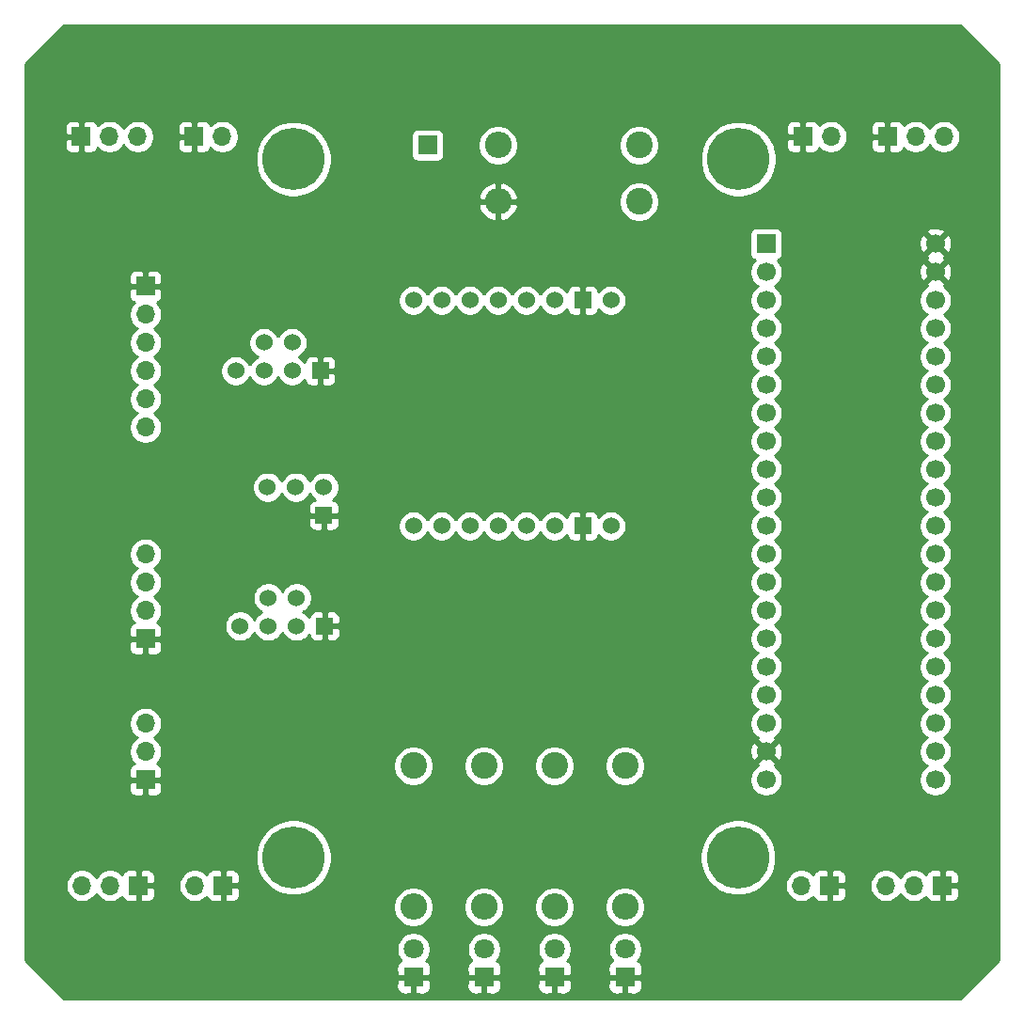
<source format=gbr>
%TF.GenerationSoftware,KiCad,Pcbnew,(5.1.10)-1*%
%TF.CreationDate,2021-12-09T15:29:57+01:00*%
%TF.ProjectId,flight controller,666c6967-6874-4206-936f-6e74726f6c6c,rev?*%
%TF.SameCoordinates,Original*%
%TF.FileFunction,Copper,L3,Inr*%
%TF.FilePolarity,Positive*%
%FSLAX46Y46*%
G04 Gerber Fmt 4.6, Leading zero omitted, Abs format (unit mm)*
G04 Created by KiCad (PCBNEW (5.1.10)-1) date 2021-12-09 15:29:57*
%MOMM*%
%LPD*%
G01*
G04 APERTURE LIST*
%TA.AperFunction,ComponentPad*%
%ADD10C,1.524000*%
%TD*%
%TA.AperFunction,ComponentPad*%
%ADD11R,1.524000X1.524000*%
%TD*%
%TA.AperFunction,ComponentPad*%
%ADD12C,5.600000*%
%TD*%
%TA.AperFunction,ComponentPad*%
%ADD13C,1.800000*%
%TD*%
%TA.AperFunction,ComponentPad*%
%ADD14R,1.800000X1.800000*%
%TD*%
%TA.AperFunction,ComponentPad*%
%ADD15O,1.700000X1.700000*%
%TD*%
%TA.AperFunction,ComponentPad*%
%ADD16R,1.700000X1.700000*%
%TD*%
%TA.AperFunction,ComponentPad*%
%ADD17O,2.400000X2.400000*%
%TD*%
%TA.AperFunction,ComponentPad*%
%ADD18C,2.400000*%
%TD*%
%TA.AperFunction,ComponentPad*%
%ADD19C,1.700000*%
%TD*%
%TA.AperFunction,Conductor*%
%ADD20C,0.254000*%
%TD*%
%TA.AperFunction,Conductor*%
%ADD21C,0.100000*%
%TD*%
G04 APERTURE END LIST*
D10*
%TO.N,Net-(U5-Pad6)*%
%TO.C,U5*%
X131318000Y-86360000D03*
%TO.N,Net-(U5-Pad5)*%
X128778000Y-86360000D03*
D11*
%TO.N,Earth*%
X133858000Y-88900000D03*
D10*
%TO.N,/TX*%
X131318000Y-88900000D03*
%TO.N,/RX*%
X128778000Y-88900000D03*
%TO.N,/5V*%
X126238000Y-88900000D03*
%TD*%
%TO.N,/SDA*%
%TO.C,U4*%
X131699000Y-109347000D03*
%TO.N,/SCL*%
X129159000Y-109347000D03*
D11*
%TO.N,Earth*%
X134239000Y-111887000D03*
D10*
%TO.N,/TX2*%
X131699000Y-111887000D03*
%TO.N,/RX2*%
X129159000Y-111887000D03*
%TO.N,/5V*%
X126619000Y-111887000D03*
%TD*%
D12*
%TO.N,N/C*%
%TO.C,REF\u002A\u002A*%
X171450000Y-132715000D03*
%TD*%
%TO.N,N/C*%
%TO.C,REF\u002A\u002A*%
X131445000Y-132715000D03*
%TD*%
%TO.N,N/C*%
%TO.C,REF\u002A\u002A*%
X171513500Y-69850000D03*
%TD*%
%TO.N,N/C*%
%TO.C,REF\u002A\u002A*%
X131445000Y-69850000D03*
%TD*%
D11*
%TO.N,Earth*%
%TO.C,U6*%
X134175500Y-101917500D03*
D10*
%TO.N,/3V3*%
X134175500Y-99377500D03*
%TO.N,/SDA*%
X131635500Y-99377500D03*
%TO.N,/SCL*%
X129095500Y-99377500D03*
%TD*%
D13*
%TO.N,Net-(D1-Pad2)*%
%TO.C,D1*%
X148590000Y-140970000D03*
D14*
%TO.N,Earth*%
X148590000Y-143510000D03*
%TD*%
D13*
%TO.N,Net-(D2-Pad2)*%
%TO.C,D2*%
X142240000Y-140970000D03*
D14*
%TO.N,Earth*%
X142240000Y-143510000D03*
%TD*%
D13*
%TO.N,Net-(D3-Pad2)*%
%TO.C,D3*%
X154940000Y-140970000D03*
D14*
%TO.N,Earth*%
X154940000Y-143510000D03*
%TD*%
D13*
%TO.N,Net-(D4-Pad2)*%
%TO.C,D4*%
X161290000Y-140970000D03*
D14*
%TO.N,Earth*%
X161290000Y-143510000D03*
%TD*%
D15*
%TO.N,/ESC3*%
%TO.C,J1*%
X112395000Y-135255000D03*
%TO.N,Net-(J1-Pad2)*%
X114935000Y-135255000D03*
D16*
%TO.N,Earth*%
X117475000Y-135255000D03*
%TD*%
D15*
%TO.N,/ESC4*%
%TO.C,J2*%
X117411500Y-67818000D03*
%TO.N,Net-(J2-Pad2)*%
X114871500Y-67818000D03*
D16*
%TO.N,Earth*%
X112331500Y-67818000D03*
%TD*%
D15*
%TO.N,Net-(J2-Pad2)*%
%TO.C,J3*%
X125031500Y-67818000D03*
D16*
%TO.N,Earth*%
X122491500Y-67818000D03*
%TD*%
D15*
%TO.N,Net-(J1-Pad2)*%
%TO.C,J4*%
X122555000Y-135255000D03*
D16*
%TO.N,Earth*%
X125095000Y-135255000D03*
%TD*%
D15*
%TO.N,/5V*%
%TO.C,J5*%
X179832000Y-67818000D03*
D16*
%TO.N,Earth*%
X177292000Y-67818000D03*
%TD*%
D15*
%TO.N,/ESC1*%
%TO.C,J6*%
X189992000Y-67818000D03*
%TO.N,/5V*%
X187452000Y-67818000D03*
D16*
%TO.N,Earth*%
X184912000Y-67818000D03*
%TD*%
D15*
%TO.N,Net-(J7-Pad2)*%
%TO.C,J7*%
X177165000Y-135255000D03*
D16*
%TO.N,Earth*%
X179705000Y-135255000D03*
%TD*%
D15*
%TO.N,/ESC2*%
%TO.C,J8*%
X184785000Y-135255000D03*
%TO.N,Net-(J7-Pad2)*%
X187325000Y-135255000D03*
D16*
%TO.N,Earth*%
X189865000Y-135255000D03*
%TD*%
D15*
%TO.N,/SDA*%
%TO.C,J9*%
X118110000Y-105410000D03*
%TO.N,/SCL*%
X118110000Y-107950000D03*
%TO.N,/5V*%
X118110000Y-110490000D03*
D16*
%TO.N,Earth*%
X118110000Y-113030000D03*
%TD*%
D15*
%TO.N,/PPM*%
%TO.C,J10*%
X118110000Y-120650000D03*
%TO.N,/5V*%
X118110000Y-123190000D03*
D16*
%TO.N,Earth*%
X118110000Y-125730000D03*
%TD*%
%TO.N,Net-(J11-Pad1)*%
%TO.C,J11*%
X143510000Y-68580000D03*
%TD*%
D17*
%TO.N,Net-(D1-Pad2)*%
%TO.C,R1*%
X148590000Y-137160000D03*
D18*
%TO.N,/RED_LED*%
X148590000Y-124460000D03*
%TD*%
D17*
%TO.N,Net-(D2-Pad2)*%
%TO.C,R2*%
X142240000Y-137160000D03*
D18*
%TO.N,/GREEN_LED*%
X142240000Y-124460000D03*
%TD*%
D17*
%TO.N,Net-(D3-Pad2)*%
%TO.C,R3*%
X154940000Y-137160000D03*
D18*
%TO.N,/YELLOW_LED*%
X154940000Y-124460000D03*
%TD*%
D17*
%TO.N,Net-(D4-Pad2)*%
%TO.C,R4*%
X161290000Y-137160000D03*
D18*
%TO.N,/BLUE_LED*%
X161290000Y-124460000D03*
%TD*%
D17*
%TO.N,Earth*%
%TO.C,R5*%
X149860000Y-73660000D03*
D18*
%TO.N,/VOLTAGE*%
X162560000Y-73660000D03*
%TD*%
D17*
%TO.N,Net-(J11-Pad1)*%
%TO.C,R6*%
X149860000Y-68580000D03*
D18*
%TO.N,/VOLTAGE*%
X162560000Y-68580000D03*
%TD*%
D19*
%TO.N,/3V3*%
%TO.C,U1*%
X173990000Y-125730000D03*
%TO.N,Net-(U1-Pad21)*%
X189230000Y-125730000D03*
%TO.N,Earth*%
X173990000Y-123190000D03*
%TO.N,Net-(U1-Pad22)*%
X189230000Y-123190000D03*
%TO.N,/5V*%
X173990000Y-120650000D03*
%TO.N,Net-(U1-Pad23)*%
X189230000Y-120650000D03*
%TO.N,/ESC4*%
X173990000Y-118110000D03*
%TO.N,Net-(U1-Pad24)*%
X189230000Y-118110000D03*
%TO.N,/ESC3*%
X173990000Y-115570000D03*
%TO.N,/PPM*%
X189230000Y-115570000D03*
%TO.N,/ESC2*%
X173990000Y-113030000D03*
%TO.N,Net-(U1-Pad26)*%
X189230000Y-113030000D03*
%TO.N,/ESC1*%
X173990000Y-110490000D03*
%TO.N,/RX2*%
X189230000Y-110490000D03*
%TO.N,Net-(U1-Pad13)*%
X173990000Y-107950000D03*
%TO.N,/TX2*%
X189230000Y-107950000D03*
%TO.N,Net-(U1-Pad12)*%
X173990000Y-105410000D03*
%TO.N,/VOLTAGE*%
X189230000Y-105410000D03*
%TO.N,/BLUE_LED*%
X173990000Y-102870000D03*
%TO.N,Net-(U1-Pad30)*%
X189230000Y-102870000D03*
%TO.N,/YELLOW_LED*%
X173990000Y-100330000D03*
%TO.N,Net-(U1-Pad31)*%
X189230000Y-100330000D03*
%TO.N,/RED_LED*%
X173990000Y-97790000D03*
%TO.N,Net-(U1-Pad32)*%
X189230000Y-97790000D03*
%TO.N,/GREEN_LED*%
X173990000Y-95250000D03*
%TO.N,Net-(U1-Pad33)*%
X189230000Y-95250000D03*
%TO.N,/TX*%
X173990000Y-92710000D03*
%TO.N,Net-(U1-Pad34)*%
X189230000Y-92710000D03*
%TO.N,/RX*%
X173990000Y-90170000D03*
%TO.N,/SCL*%
X189230000Y-90170000D03*
%TO.N,Net-(U1-Pad5)*%
X173990000Y-87630000D03*
%TO.N,/SDA*%
X189230000Y-87630000D03*
%TO.N,Net-(U1-Pad4)*%
X173990000Y-85090000D03*
%TO.N,Net-(U1-Pad37)*%
X189230000Y-85090000D03*
%TO.N,Net-(U1-Pad3)*%
X173990000Y-82550000D03*
%TO.N,Net-(U1-Pad38)*%
X189230000Y-82550000D03*
%TO.N,Net-(U1-Pad2)*%
X173990000Y-80010000D03*
%TO.N,Earth*%
X189230000Y-80010000D03*
D16*
%TO.N,Net-(U1-Pad1)*%
X173990000Y-77470000D03*
D19*
%TO.N,Earth*%
X189230000Y-77470000D03*
%TD*%
D10*
%TO.N,/5V*%
%TO.C,U2*%
X160020000Y-82550000D03*
D11*
%TO.N,Earth*%
X157480000Y-82550000D03*
D10*
%TO.N,/SCL*%
X154940000Y-82550000D03*
%TO.N,Net-(U2-Pad8)*%
X142240000Y-82550000D03*
%TO.N,Net-(U2-Pad7)*%
X144780000Y-82550000D03*
%TO.N,Net-(U2-Pad6)*%
X147320000Y-82550000D03*
%TO.N,Net-(U2-Pad5)*%
X149860000Y-82550000D03*
%TO.N,/SDA*%
X152400000Y-82550000D03*
%TD*%
D15*
%TO.N,Net-(U3-Pad6)*%
%TO.C,U3*%
X118110000Y-93980000D03*
%TO.N,/RX*%
X118110000Y-91440000D03*
%TO.N,/TX*%
X118110000Y-88900000D03*
%TO.N,/5V*%
X118110000Y-86360000D03*
%TO.N,Net-(U3-Pad2)*%
X118110000Y-83820000D03*
D16*
%TO.N,Earth*%
X118110000Y-81280000D03*
%TD*%
D10*
%TO.N,/5V*%
%TO.C,U7*%
X160020000Y-102870000D03*
D11*
%TO.N,Earth*%
X157480000Y-102870000D03*
D10*
%TO.N,/SCL*%
X154940000Y-102870000D03*
%TO.N,Net-(U7-Pad8)*%
X142240000Y-102870000D03*
%TO.N,/3V3*%
X144780000Y-102870000D03*
%TO.N,Net-(U7-Pad6)*%
X147320000Y-102870000D03*
%TO.N,Net-(U7-Pad5)*%
X149860000Y-102870000D03*
%TO.N,/SDA*%
X152400000Y-102870000D03*
%TD*%
D20*
%TO.N,Earth*%
X194920000Y-61233381D02*
X194920001Y-141966618D01*
X191496620Y-145390000D01*
X110763381Y-145390000D01*
X109783381Y-144410000D01*
X140701928Y-144410000D01*
X140714188Y-144534482D01*
X140750498Y-144654180D01*
X140809463Y-144764494D01*
X140888815Y-144861185D01*
X140985506Y-144940537D01*
X141095820Y-144999502D01*
X141215518Y-145035812D01*
X141340000Y-145048072D01*
X141954250Y-145045000D01*
X142113000Y-144886250D01*
X142113000Y-143637000D01*
X142367000Y-143637000D01*
X142367000Y-144886250D01*
X142525750Y-145045000D01*
X143140000Y-145048072D01*
X143264482Y-145035812D01*
X143384180Y-144999502D01*
X143494494Y-144940537D01*
X143591185Y-144861185D01*
X143670537Y-144764494D01*
X143729502Y-144654180D01*
X143765812Y-144534482D01*
X143778072Y-144410000D01*
X147051928Y-144410000D01*
X147064188Y-144534482D01*
X147100498Y-144654180D01*
X147159463Y-144764494D01*
X147238815Y-144861185D01*
X147335506Y-144940537D01*
X147445820Y-144999502D01*
X147565518Y-145035812D01*
X147690000Y-145048072D01*
X148304250Y-145045000D01*
X148463000Y-144886250D01*
X148463000Y-143637000D01*
X148717000Y-143637000D01*
X148717000Y-144886250D01*
X148875750Y-145045000D01*
X149490000Y-145048072D01*
X149614482Y-145035812D01*
X149734180Y-144999502D01*
X149844494Y-144940537D01*
X149941185Y-144861185D01*
X150020537Y-144764494D01*
X150079502Y-144654180D01*
X150115812Y-144534482D01*
X150128072Y-144410000D01*
X153401928Y-144410000D01*
X153414188Y-144534482D01*
X153450498Y-144654180D01*
X153509463Y-144764494D01*
X153588815Y-144861185D01*
X153685506Y-144940537D01*
X153795820Y-144999502D01*
X153915518Y-145035812D01*
X154040000Y-145048072D01*
X154654250Y-145045000D01*
X154813000Y-144886250D01*
X154813000Y-143637000D01*
X155067000Y-143637000D01*
X155067000Y-144886250D01*
X155225750Y-145045000D01*
X155840000Y-145048072D01*
X155964482Y-145035812D01*
X156084180Y-144999502D01*
X156194494Y-144940537D01*
X156291185Y-144861185D01*
X156370537Y-144764494D01*
X156429502Y-144654180D01*
X156465812Y-144534482D01*
X156478072Y-144410000D01*
X159751928Y-144410000D01*
X159764188Y-144534482D01*
X159800498Y-144654180D01*
X159859463Y-144764494D01*
X159938815Y-144861185D01*
X160035506Y-144940537D01*
X160145820Y-144999502D01*
X160265518Y-145035812D01*
X160390000Y-145048072D01*
X161004250Y-145045000D01*
X161163000Y-144886250D01*
X161163000Y-143637000D01*
X161417000Y-143637000D01*
X161417000Y-144886250D01*
X161575750Y-145045000D01*
X162190000Y-145048072D01*
X162314482Y-145035812D01*
X162434180Y-144999502D01*
X162544494Y-144940537D01*
X162641185Y-144861185D01*
X162720537Y-144764494D01*
X162779502Y-144654180D01*
X162815812Y-144534482D01*
X162828072Y-144410000D01*
X162825000Y-143795750D01*
X162666250Y-143637000D01*
X161417000Y-143637000D01*
X161163000Y-143637000D01*
X159913750Y-143637000D01*
X159755000Y-143795750D01*
X159751928Y-144410000D01*
X156478072Y-144410000D01*
X156475000Y-143795750D01*
X156316250Y-143637000D01*
X155067000Y-143637000D01*
X154813000Y-143637000D01*
X153563750Y-143637000D01*
X153405000Y-143795750D01*
X153401928Y-144410000D01*
X150128072Y-144410000D01*
X150125000Y-143795750D01*
X149966250Y-143637000D01*
X148717000Y-143637000D01*
X148463000Y-143637000D01*
X147213750Y-143637000D01*
X147055000Y-143795750D01*
X147051928Y-144410000D01*
X143778072Y-144410000D01*
X143775000Y-143795750D01*
X143616250Y-143637000D01*
X142367000Y-143637000D01*
X142113000Y-143637000D01*
X140863750Y-143637000D01*
X140705000Y-143795750D01*
X140701928Y-144410000D01*
X109783381Y-144410000D01*
X107983381Y-142610000D01*
X140701928Y-142610000D01*
X140705000Y-143224250D01*
X140863750Y-143383000D01*
X142113000Y-143383000D01*
X142113000Y-143363000D01*
X142367000Y-143363000D01*
X142367000Y-143383000D01*
X143616250Y-143383000D01*
X143775000Y-143224250D01*
X143778072Y-142610000D01*
X147051928Y-142610000D01*
X147055000Y-143224250D01*
X147213750Y-143383000D01*
X148463000Y-143383000D01*
X148463000Y-143363000D01*
X148717000Y-143363000D01*
X148717000Y-143383000D01*
X149966250Y-143383000D01*
X150125000Y-143224250D01*
X150128072Y-142610000D01*
X153401928Y-142610000D01*
X153405000Y-143224250D01*
X153563750Y-143383000D01*
X154813000Y-143383000D01*
X154813000Y-143363000D01*
X155067000Y-143363000D01*
X155067000Y-143383000D01*
X156316250Y-143383000D01*
X156475000Y-143224250D01*
X156478072Y-142610000D01*
X159751928Y-142610000D01*
X159755000Y-143224250D01*
X159913750Y-143383000D01*
X161163000Y-143383000D01*
X161163000Y-143363000D01*
X161417000Y-143363000D01*
X161417000Y-143383000D01*
X162666250Y-143383000D01*
X162825000Y-143224250D01*
X162828072Y-142610000D01*
X162815812Y-142485518D01*
X162779502Y-142365820D01*
X162720537Y-142255506D01*
X162641185Y-142158815D01*
X162544494Y-142079463D01*
X162434180Y-142020498D01*
X162415873Y-142014944D01*
X162482312Y-141948505D01*
X162650299Y-141697095D01*
X162766011Y-141417743D01*
X162825000Y-141121184D01*
X162825000Y-140818816D01*
X162766011Y-140522257D01*
X162650299Y-140242905D01*
X162482312Y-139991495D01*
X162268505Y-139777688D01*
X162017095Y-139609701D01*
X161737743Y-139493989D01*
X161441184Y-139435000D01*
X161138816Y-139435000D01*
X160842257Y-139493989D01*
X160562905Y-139609701D01*
X160311495Y-139777688D01*
X160097688Y-139991495D01*
X159929701Y-140242905D01*
X159813989Y-140522257D01*
X159755000Y-140818816D01*
X159755000Y-141121184D01*
X159813989Y-141417743D01*
X159929701Y-141697095D01*
X160097688Y-141948505D01*
X160164127Y-142014944D01*
X160145820Y-142020498D01*
X160035506Y-142079463D01*
X159938815Y-142158815D01*
X159859463Y-142255506D01*
X159800498Y-142365820D01*
X159764188Y-142485518D01*
X159751928Y-142610000D01*
X156478072Y-142610000D01*
X156465812Y-142485518D01*
X156429502Y-142365820D01*
X156370537Y-142255506D01*
X156291185Y-142158815D01*
X156194494Y-142079463D01*
X156084180Y-142020498D01*
X156065873Y-142014944D01*
X156132312Y-141948505D01*
X156300299Y-141697095D01*
X156416011Y-141417743D01*
X156475000Y-141121184D01*
X156475000Y-140818816D01*
X156416011Y-140522257D01*
X156300299Y-140242905D01*
X156132312Y-139991495D01*
X155918505Y-139777688D01*
X155667095Y-139609701D01*
X155387743Y-139493989D01*
X155091184Y-139435000D01*
X154788816Y-139435000D01*
X154492257Y-139493989D01*
X154212905Y-139609701D01*
X153961495Y-139777688D01*
X153747688Y-139991495D01*
X153579701Y-140242905D01*
X153463989Y-140522257D01*
X153405000Y-140818816D01*
X153405000Y-141121184D01*
X153463989Y-141417743D01*
X153579701Y-141697095D01*
X153747688Y-141948505D01*
X153814127Y-142014944D01*
X153795820Y-142020498D01*
X153685506Y-142079463D01*
X153588815Y-142158815D01*
X153509463Y-142255506D01*
X153450498Y-142365820D01*
X153414188Y-142485518D01*
X153401928Y-142610000D01*
X150128072Y-142610000D01*
X150115812Y-142485518D01*
X150079502Y-142365820D01*
X150020537Y-142255506D01*
X149941185Y-142158815D01*
X149844494Y-142079463D01*
X149734180Y-142020498D01*
X149715873Y-142014944D01*
X149782312Y-141948505D01*
X149950299Y-141697095D01*
X150066011Y-141417743D01*
X150125000Y-141121184D01*
X150125000Y-140818816D01*
X150066011Y-140522257D01*
X149950299Y-140242905D01*
X149782312Y-139991495D01*
X149568505Y-139777688D01*
X149317095Y-139609701D01*
X149037743Y-139493989D01*
X148741184Y-139435000D01*
X148438816Y-139435000D01*
X148142257Y-139493989D01*
X147862905Y-139609701D01*
X147611495Y-139777688D01*
X147397688Y-139991495D01*
X147229701Y-140242905D01*
X147113989Y-140522257D01*
X147055000Y-140818816D01*
X147055000Y-141121184D01*
X147113989Y-141417743D01*
X147229701Y-141697095D01*
X147397688Y-141948505D01*
X147464127Y-142014944D01*
X147445820Y-142020498D01*
X147335506Y-142079463D01*
X147238815Y-142158815D01*
X147159463Y-142255506D01*
X147100498Y-142365820D01*
X147064188Y-142485518D01*
X147051928Y-142610000D01*
X143778072Y-142610000D01*
X143765812Y-142485518D01*
X143729502Y-142365820D01*
X143670537Y-142255506D01*
X143591185Y-142158815D01*
X143494494Y-142079463D01*
X143384180Y-142020498D01*
X143365873Y-142014944D01*
X143432312Y-141948505D01*
X143600299Y-141697095D01*
X143716011Y-141417743D01*
X143775000Y-141121184D01*
X143775000Y-140818816D01*
X143716011Y-140522257D01*
X143600299Y-140242905D01*
X143432312Y-139991495D01*
X143218505Y-139777688D01*
X142967095Y-139609701D01*
X142687743Y-139493989D01*
X142391184Y-139435000D01*
X142088816Y-139435000D01*
X141792257Y-139493989D01*
X141512905Y-139609701D01*
X141261495Y-139777688D01*
X141047688Y-139991495D01*
X140879701Y-140242905D01*
X140763989Y-140522257D01*
X140705000Y-140818816D01*
X140705000Y-141121184D01*
X140763989Y-141417743D01*
X140879701Y-141697095D01*
X141047688Y-141948505D01*
X141114127Y-142014944D01*
X141095820Y-142020498D01*
X140985506Y-142079463D01*
X140888815Y-142158815D01*
X140809463Y-142255506D01*
X140750498Y-142365820D01*
X140714188Y-142485518D01*
X140701928Y-142610000D01*
X107983381Y-142610000D01*
X107340000Y-141966620D01*
X107340000Y-136979268D01*
X140405000Y-136979268D01*
X140405000Y-137340732D01*
X140475518Y-137695250D01*
X140613844Y-138029199D01*
X140814662Y-138329744D01*
X141070256Y-138585338D01*
X141370801Y-138786156D01*
X141704750Y-138924482D01*
X142059268Y-138995000D01*
X142420732Y-138995000D01*
X142775250Y-138924482D01*
X143109199Y-138786156D01*
X143409744Y-138585338D01*
X143665338Y-138329744D01*
X143866156Y-138029199D01*
X144004482Y-137695250D01*
X144075000Y-137340732D01*
X144075000Y-136979268D01*
X146755000Y-136979268D01*
X146755000Y-137340732D01*
X146825518Y-137695250D01*
X146963844Y-138029199D01*
X147164662Y-138329744D01*
X147420256Y-138585338D01*
X147720801Y-138786156D01*
X148054750Y-138924482D01*
X148409268Y-138995000D01*
X148770732Y-138995000D01*
X149125250Y-138924482D01*
X149459199Y-138786156D01*
X149759744Y-138585338D01*
X150015338Y-138329744D01*
X150216156Y-138029199D01*
X150354482Y-137695250D01*
X150425000Y-137340732D01*
X150425000Y-136979268D01*
X153105000Y-136979268D01*
X153105000Y-137340732D01*
X153175518Y-137695250D01*
X153313844Y-138029199D01*
X153514662Y-138329744D01*
X153770256Y-138585338D01*
X154070801Y-138786156D01*
X154404750Y-138924482D01*
X154759268Y-138995000D01*
X155120732Y-138995000D01*
X155475250Y-138924482D01*
X155809199Y-138786156D01*
X156109744Y-138585338D01*
X156365338Y-138329744D01*
X156566156Y-138029199D01*
X156704482Y-137695250D01*
X156775000Y-137340732D01*
X156775000Y-136979268D01*
X159455000Y-136979268D01*
X159455000Y-137340732D01*
X159525518Y-137695250D01*
X159663844Y-138029199D01*
X159864662Y-138329744D01*
X160120256Y-138585338D01*
X160420801Y-138786156D01*
X160754750Y-138924482D01*
X161109268Y-138995000D01*
X161470732Y-138995000D01*
X161825250Y-138924482D01*
X162159199Y-138786156D01*
X162459744Y-138585338D01*
X162715338Y-138329744D01*
X162916156Y-138029199D01*
X163054482Y-137695250D01*
X163125000Y-137340732D01*
X163125000Y-136979268D01*
X163054482Y-136624750D01*
X162916156Y-136290801D01*
X162715338Y-135990256D01*
X162459744Y-135734662D01*
X162159199Y-135533844D01*
X161825250Y-135395518D01*
X161470732Y-135325000D01*
X161109268Y-135325000D01*
X160754750Y-135395518D01*
X160420801Y-135533844D01*
X160120256Y-135734662D01*
X159864662Y-135990256D01*
X159663844Y-136290801D01*
X159525518Y-136624750D01*
X159455000Y-136979268D01*
X156775000Y-136979268D01*
X156704482Y-136624750D01*
X156566156Y-136290801D01*
X156365338Y-135990256D01*
X156109744Y-135734662D01*
X155809199Y-135533844D01*
X155475250Y-135395518D01*
X155120732Y-135325000D01*
X154759268Y-135325000D01*
X154404750Y-135395518D01*
X154070801Y-135533844D01*
X153770256Y-135734662D01*
X153514662Y-135990256D01*
X153313844Y-136290801D01*
X153175518Y-136624750D01*
X153105000Y-136979268D01*
X150425000Y-136979268D01*
X150354482Y-136624750D01*
X150216156Y-136290801D01*
X150015338Y-135990256D01*
X149759744Y-135734662D01*
X149459199Y-135533844D01*
X149125250Y-135395518D01*
X148770732Y-135325000D01*
X148409268Y-135325000D01*
X148054750Y-135395518D01*
X147720801Y-135533844D01*
X147420256Y-135734662D01*
X147164662Y-135990256D01*
X146963844Y-136290801D01*
X146825518Y-136624750D01*
X146755000Y-136979268D01*
X144075000Y-136979268D01*
X144004482Y-136624750D01*
X143866156Y-136290801D01*
X143665338Y-135990256D01*
X143409744Y-135734662D01*
X143109199Y-135533844D01*
X142775250Y-135395518D01*
X142420732Y-135325000D01*
X142059268Y-135325000D01*
X141704750Y-135395518D01*
X141370801Y-135533844D01*
X141070256Y-135734662D01*
X140814662Y-135990256D01*
X140613844Y-136290801D01*
X140475518Y-136624750D01*
X140405000Y-136979268D01*
X107340000Y-136979268D01*
X107340000Y-135108740D01*
X110910000Y-135108740D01*
X110910000Y-135401260D01*
X110967068Y-135688158D01*
X111079010Y-135958411D01*
X111241525Y-136201632D01*
X111448368Y-136408475D01*
X111691589Y-136570990D01*
X111961842Y-136682932D01*
X112248740Y-136740000D01*
X112541260Y-136740000D01*
X112828158Y-136682932D01*
X113098411Y-136570990D01*
X113341632Y-136408475D01*
X113548475Y-136201632D01*
X113665000Y-136027240D01*
X113781525Y-136201632D01*
X113988368Y-136408475D01*
X114231589Y-136570990D01*
X114501842Y-136682932D01*
X114788740Y-136740000D01*
X115081260Y-136740000D01*
X115368158Y-136682932D01*
X115638411Y-136570990D01*
X115881632Y-136408475D01*
X116013487Y-136276620D01*
X116035498Y-136349180D01*
X116094463Y-136459494D01*
X116173815Y-136556185D01*
X116270506Y-136635537D01*
X116380820Y-136694502D01*
X116500518Y-136730812D01*
X116625000Y-136743072D01*
X117189250Y-136740000D01*
X117348000Y-136581250D01*
X117348000Y-135382000D01*
X117602000Y-135382000D01*
X117602000Y-136581250D01*
X117760750Y-136740000D01*
X118325000Y-136743072D01*
X118449482Y-136730812D01*
X118569180Y-136694502D01*
X118679494Y-136635537D01*
X118776185Y-136556185D01*
X118855537Y-136459494D01*
X118914502Y-136349180D01*
X118950812Y-136229482D01*
X118963072Y-136105000D01*
X118960000Y-135540750D01*
X118801250Y-135382000D01*
X117602000Y-135382000D01*
X117348000Y-135382000D01*
X117328000Y-135382000D01*
X117328000Y-135128000D01*
X117348000Y-135128000D01*
X117348000Y-133928750D01*
X117602000Y-133928750D01*
X117602000Y-135128000D01*
X118801250Y-135128000D01*
X118820510Y-135108740D01*
X121070000Y-135108740D01*
X121070000Y-135401260D01*
X121127068Y-135688158D01*
X121239010Y-135958411D01*
X121401525Y-136201632D01*
X121608368Y-136408475D01*
X121851589Y-136570990D01*
X122121842Y-136682932D01*
X122408740Y-136740000D01*
X122701260Y-136740000D01*
X122988158Y-136682932D01*
X123258411Y-136570990D01*
X123501632Y-136408475D01*
X123633487Y-136276620D01*
X123655498Y-136349180D01*
X123714463Y-136459494D01*
X123793815Y-136556185D01*
X123890506Y-136635537D01*
X124000820Y-136694502D01*
X124120518Y-136730812D01*
X124245000Y-136743072D01*
X124809250Y-136740000D01*
X124968000Y-136581250D01*
X124968000Y-135382000D01*
X125222000Y-135382000D01*
X125222000Y-136581250D01*
X125380750Y-136740000D01*
X125945000Y-136743072D01*
X126069482Y-136730812D01*
X126189180Y-136694502D01*
X126299494Y-136635537D01*
X126396185Y-136556185D01*
X126475537Y-136459494D01*
X126534502Y-136349180D01*
X126570812Y-136229482D01*
X126583072Y-136105000D01*
X126580000Y-135540750D01*
X126421250Y-135382000D01*
X125222000Y-135382000D01*
X124968000Y-135382000D01*
X124948000Y-135382000D01*
X124948000Y-135128000D01*
X124968000Y-135128000D01*
X124968000Y-133928750D01*
X125222000Y-133928750D01*
X125222000Y-135128000D01*
X126421250Y-135128000D01*
X126580000Y-134969250D01*
X126583072Y-134405000D01*
X126570812Y-134280518D01*
X126534502Y-134160820D01*
X126475537Y-134050506D01*
X126396185Y-133953815D01*
X126299494Y-133874463D01*
X126189180Y-133815498D01*
X126069482Y-133779188D01*
X125945000Y-133766928D01*
X125380750Y-133770000D01*
X125222000Y-133928750D01*
X124968000Y-133928750D01*
X124809250Y-133770000D01*
X124245000Y-133766928D01*
X124120518Y-133779188D01*
X124000820Y-133815498D01*
X123890506Y-133874463D01*
X123793815Y-133953815D01*
X123714463Y-134050506D01*
X123655498Y-134160820D01*
X123633487Y-134233380D01*
X123501632Y-134101525D01*
X123258411Y-133939010D01*
X122988158Y-133827068D01*
X122701260Y-133770000D01*
X122408740Y-133770000D01*
X122121842Y-133827068D01*
X121851589Y-133939010D01*
X121608368Y-134101525D01*
X121401525Y-134308368D01*
X121239010Y-134551589D01*
X121127068Y-134821842D01*
X121070000Y-135108740D01*
X118820510Y-135108740D01*
X118960000Y-134969250D01*
X118963072Y-134405000D01*
X118950812Y-134280518D01*
X118914502Y-134160820D01*
X118855537Y-134050506D01*
X118776185Y-133953815D01*
X118679494Y-133874463D01*
X118569180Y-133815498D01*
X118449482Y-133779188D01*
X118325000Y-133766928D01*
X117760750Y-133770000D01*
X117602000Y-133928750D01*
X117348000Y-133928750D01*
X117189250Y-133770000D01*
X116625000Y-133766928D01*
X116500518Y-133779188D01*
X116380820Y-133815498D01*
X116270506Y-133874463D01*
X116173815Y-133953815D01*
X116094463Y-134050506D01*
X116035498Y-134160820D01*
X116013487Y-134233380D01*
X115881632Y-134101525D01*
X115638411Y-133939010D01*
X115368158Y-133827068D01*
X115081260Y-133770000D01*
X114788740Y-133770000D01*
X114501842Y-133827068D01*
X114231589Y-133939010D01*
X113988368Y-134101525D01*
X113781525Y-134308368D01*
X113665000Y-134482760D01*
X113548475Y-134308368D01*
X113341632Y-134101525D01*
X113098411Y-133939010D01*
X112828158Y-133827068D01*
X112541260Y-133770000D01*
X112248740Y-133770000D01*
X111961842Y-133827068D01*
X111691589Y-133939010D01*
X111448368Y-134101525D01*
X111241525Y-134308368D01*
X111079010Y-134551589D01*
X110967068Y-134821842D01*
X110910000Y-135108740D01*
X107340000Y-135108740D01*
X107340000Y-132376682D01*
X128010000Y-132376682D01*
X128010000Y-133053318D01*
X128142006Y-133716952D01*
X128400943Y-134342082D01*
X128776862Y-134904685D01*
X129255315Y-135383138D01*
X129817918Y-135759057D01*
X130443048Y-136017994D01*
X131106682Y-136150000D01*
X131783318Y-136150000D01*
X132446952Y-136017994D01*
X133072082Y-135759057D01*
X133634685Y-135383138D01*
X134113138Y-134904685D01*
X134489057Y-134342082D01*
X134747994Y-133716952D01*
X134880000Y-133053318D01*
X134880000Y-132376682D01*
X168015000Y-132376682D01*
X168015000Y-133053318D01*
X168147006Y-133716952D01*
X168405943Y-134342082D01*
X168781862Y-134904685D01*
X169260315Y-135383138D01*
X169822918Y-135759057D01*
X170448048Y-136017994D01*
X171111682Y-136150000D01*
X171788318Y-136150000D01*
X172451952Y-136017994D01*
X173077082Y-135759057D01*
X173639685Y-135383138D01*
X173914083Y-135108740D01*
X175680000Y-135108740D01*
X175680000Y-135401260D01*
X175737068Y-135688158D01*
X175849010Y-135958411D01*
X176011525Y-136201632D01*
X176218368Y-136408475D01*
X176461589Y-136570990D01*
X176731842Y-136682932D01*
X177018740Y-136740000D01*
X177311260Y-136740000D01*
X177598158Y-136682932D01*
X177868411Y-136570990D01*
X178111632Y-136408475D01*
X178243487Y-136276620D01*
X178265498Y-136349180D01*
X178324463Y-136459494D01*
X178403815Y-136556185D01*
X178500506Y-136635537D01*
X178610820Y-136694502D01*
X178730518Y-136730812D01*
X178855000Y-136743072D01*
X179419250Y-136740000D01*
X179578000Y-136581250D01*
X179578000Y-135382000D01*
X179832000Y-135382000D01*
X179832000Y-136581250D01*
X179990750Y-136740000D01*
X180555000Y-136743072D01*
X180679482Y-136730812D01*
X180799180Y-136694502D01*
X180909494Y-136635537D01*
X181006185Y-136556185D01*
X181085537Y-136459494D01*
X181144502Y-136349180D01*
X181180812Y-136229482D01*
X181193072Y-136105000D01*
X181190000Y-135540750D01*
X181031250Y-135382000D01*
X179832000Y-135382000D01*
X179578000Y-135382000D01*
X179558000Y-135382000D01*
X179558000Y-135128000D01*
X179578000Y-135128000D01*
X179578000Y-133928750D01*
X179832000Y-133928750D01*
X179832000Y-135128000D01*
X181031250Y-135128000D01*
X181050510Y-135108740D01*
X183300000Y-135108740D01*
X183300000Y-135401260D01*
X183357068Y-135688158D01*
X183469010Y-135958411D01*
X183631525Y-136201632D01*
X183838368Y-136408475D01*
X184081589Y-136570990D01*
X184351842Y-136682932D01*
X184638740Y-136740000D01*
X184931260Y-136740000D01*
X185218158Y-136682932D01*
X185488411Y-136570990D01*
X185731632Y-136408475D01*
X185938475Y-136201632D01*
X186055000Y-136027240D01*
X186171525Y-136201632D01*
X186378368Y-136408475D01*
X186621589Y-136570990D01*
X186891842Y-136682932D01*
X187178740Y-136740000D01*
X187471260Y-136740000D01*
X187758158Y-136682932D01*
X188028411Y-136570990D01*
X188271632Y-136408475D01*
X188403487Y-136276620D01*
X188425498Y-136349180D01*
X188484463Y-136459494D01*
X188563815Y-136556185D01*
X188660506Y-136635537D01*
X188770820Y-136694502D01*
X188890518Y-136730812D01*
X189015000Y-136743072D01*
X189579250Y-136740000D01*
X189738000Y-136581250D01*
X189738000Y-135382000D01*
X189992000Y-135382000D01*
X189992000Y-136581250D01*
X190150750Y-136740000D01*
X190715000Y-136743072D01*
X190839482Y-136730812D01*
X190959180Y-136694502D01*
X191069494Y-136635537D01*
X191166185Y-136556185D01*
X191245537Y-136459494D01*
X191304502Y-136349180D01*
X191340812Y-136229482D01*
X191353072Y-136105000D01*
X191350000Y-135540750D01*
X191191250Y-135382000D01*
X189992000Y-135382000D01*
X189738000Y-135382000D01*
X189718000Y-135382000D01*
X189718000Y-135128000D01*
X189738000Y-135128000D01*
X189738000Y-133928750D01*
X189992000Y-133928750D01*
X189992000Y-135128000D01*
X191191250Y-135128000D01*
X191350000Y-134969250D01*
X191353072Y-134405000D01*
X191340812Y-134280518D01*
X191304502Y-134160820D01*
X191245537Y-134050506D01*
X191166185Y-133953815D01*
X191069494Y-133874463D01*
X190959180Y-133815498D01*
X190839482Y-133779188D01*
X190715000Y-133766928D01*
X190150750Y-133770000D01*
X189992000Y-133928750D01*
X189738000Y-133928750D01*
X189579250Y-133770000D01*
X189015000Y-133766928D01*
X188890518Y-133779188D01*
X188770820Y-133815498D01*
X188660506Y-133874463D01*
X188563815Y-133953815D01*
X188484463Y-134050506D01*
X188425498Y-134160820D01*
X188403487Y-134233380D01*
X188271632Y-134101525D01*
X188028411Y-133939010D01*
X187758158Y-133827068D01*
X187471260Y-133770000D01*
X187178740Y-133770000D01*
X186891842Y-133827068D01*
X186621589Y-133939010D01*
X186378368Y-134101525D01*
X186171525Y-134308368D01*
X186055000Y-134482760D01*
X185938475Y-134308368D01*
X185731632Y-134101525D01*
X185488411Y-133939010D01*
X185218158Y-133827068D01*
X184931260Y-133770000D01*
X184638740Y-133770000D01*
X184351842Y-133827068D01*
X184081589Y-133939010D01*
X183838368Y-134101525D01*
X183631525Y-134308368D01*
X183469010Y-134551589D01*
X183357068Y-134821842D01*
X183300000Y-135108740D01*
X181050510Y-135108740D01*
X181190000Y-134969250D01*
X181193072Y-134405000D01*
X181180812Y-134280518D01*
X181144502Y-134160820D01*
X181085537Y-134050506D01*
X181006185Y-133953815D01*
X180909494Y-133874463D01*
X180799180Y-133815498D01*
X180679482Y-133779188D01*
X180555000Y-133766928D01*
X179990750Y-133770000D01*
X179832000Y-133928750D01*
X179578000Y-133928750D01*
X179419250Y-133770000D01*
X178855000Y-133766928D01*
X178730518Y-133779188D01*
X178610820Y-133815498D01*
X178500506Y-133874463D01*
X178403815Y-133953815D01*
X178324463Y-134050506D01*
X178265498Y-134160820D01*
X178243487Y-134233380D01*
X178111632Y-134101525D01*
X177868411Y-133939010D01*
X177598158Y-133827068D01*
X177311260Y-133770000D01*
X177018740Y-133770000D01*
X176731842Y-133827068D01*
X176461589Y-133939010D01*
X176218368Y-134101525D01*
X176011525Y-134308368D01*
X175849010Y-134551589D01*
X175737068Y-134821842D01*
X175680000Y-135108740D01*
X173914083Y-135108740D01*
X174118138Y-134904685D01*
X174494057Y-134342082D01*
X174752994Y-133716952D01*
X174885000Y-133053318D01*
X174885000Y-132376682D01*
X174752994Y-131713048D01*
X174494057Y-131087918D01*
X174118138Y-130525315D01*
X173639685Y-130046862D01*
X173077082Y-129670943D01*
X172451952Y-129412006D01*
X171788318Y-129280000D01*
X171111682Y-129280000D01*
X170448048Y-129412006D01*
X169822918Y-129670943D01*
X169260315Y-130046862D01*
X168781862Y-130525315D01*
X168405943Y-131087918D01*
X168147006Y-131713048D01*
X168015000Y-132376682D01*
X134880000Y-132376682D01*
X134747994Y-131713048D01*
X134489057Y-131087918D01*
X134113138Y-130525315D01*
X133634685Y-130046862D01*
X133072082Y-129670943D01*
X132446952Y-129412006D01*
X131783318Y-129280000D01*
X131106682Y-129280000D01*
X130443048Y-129412006D01*
X129817918Y-129670943D01*
X129255315Y-130046862D01*
X128776862Y-130525315D01*
X128400943Y-131087918D01*
X128142006Y-131713048D01*
X128010000Y-132376682D01*
X107340000Y-132376682D01*
X107340000Y-126580000D01*
X116621928Y-126580000D01*
X116634188Y-126704482D01*
X116670498Y-126824180D01*
X116729463Y-126934494D01*
X116808815Y-127031185D01*
X116905506Y-127110537D01*
X117015820Y-127169502D01*
X117135518Y-127205812D01*
X117260000Y-127218072D01*
X117824250Y-127215000D01*
X117983000Y-127056250D01*
X117983000Y-125857000D01*
X118237000Y-125857000D01*
X118237000Y-127056250D01*
X118395750Y-127215000D01*
X118960000Y-127218072D01*
X119084482Y-127205812D01*
X119204180Y-127169502D01*
X119314494Y-127110537D01*
X119411185Y-127031185D01*
X119490537Y-126934494D01*
X119549502Y-126824180D01*
X119585812Y-126704482D01*
X119598072Y-126580000D01*
X119595000Y-126015750D01*
X119436250Y-125857000D01*
X118237000Y-125857000D01*
X117983000Y-125857000D01*
X116783750Y-125857000D01*
X116625000Y-126015750D01*
X116621928Y-126580000D01*
X107340000Y-126580000D01*
X107340000Y-124880000D01*
X116621928Y-124880000D01*
X116625000Y-125444250D01*
X116783750Y-125603000D01*
X117983000Y-125603000D01*
X117983000Y-125583000D01*
X118237000Y-125583000D01*
X118237000Y-125603000D01*
X119436250Y-125603000D01*
X119595000Y-125444250D01*
X119598072Y-124880000D01*
X119585812Y-124755518D01*
X119549502Y-124635820D01*
X119490537Y-124525506D01*
X119411185Y-124428815D01*
X119314494Y-124349463D01*
X119204180Y-124290498D01*
X119167160Y-124279268D01*
X140405000Y-124279268D01*
X140405000Y-124640732D01*
X140475518Y-124995250D01*
X140613844Y-125329199D01*
X140814662Y-125629744D01*
X141070256Y-125885338D01*
X141370801Y-126086156D01*
X141704750Y-126224482D01*
X142059268Y-126295000D01*
X142420732Y-126295000D01*
X142775250Y-126224482D01*
X143109199Y-126086156D01*
X143409744Y-125885338D01*
X143665338Y-125629744D01*
X143866156Y-125329199D01*
X144004482Y-124995250D01*
X144075000Y-124640732D01*
X144075000Y-124279268D01*
X146755000Y-124279268D01*
X146755000Y-124640732D01*
X146825518Y-124995250D01*
X146963844Y-125329199D01*
X147164662Y-125629744D01*
X147420256Y-125885338D01*
X147720801Y-126086156D01*
X148054750Y-126224482D01*
X148409268Y-126295000D01*
X148770732Y-126295000D01*
X149125250Y-126224482D01*
X149459199Y-126086156D01*
X149759744Y-125885338D01*
X150015338Y-125629744D01*
X150216156Y-125329199D01*
X150354482Y-124995250D01*
X150425000Y-124640732D01*
X150425000Y-124279268D01*
X153105000Y-124279268D01*
X153105000Y-124640732D01*
X153175518Y-124995250D01*
X153313844Y-125329199D01*
X153514662Y-125629744D01*
X153770256Y-125885338D01*
X154070801Y-126086156D01*
X154404750Y-126224482D01*
X154759268Y-126295000D01*
X155120732Y-126295000D01*
X155475250Y-126224482D01*
X155809199Y-126086156D01*
X156109744Y-125885338D01*
X156365338Y-125629744D01*
X156566156Y-125329199D01*
X156704482Y-124995250D01*
X156775000Y-124640732D01*
X156775000Y-124279268D01*
X159455000Y-124279268D01*
X159455000Y-124640732D01*
X159525518Y-124995250D01*
X159663844Y-125329199D01*
X159864662Y-125629744D01*
X160120256Y-125885338D01*
X160420801Y-126086156D01*
X160754750Y-126224482D01*
X161109268Y-126295000D01*
X161470732Y-126295000D01*
X161825250Y-126224482D01*
X162159199Y-126086156D01*
X162459744Y-125885338D01*
X162715338Y-125629744D01*
X162746076Y-125583740D01*
X172505000Y-125583740D01*
X172505000Y-125876260D01*
X172562068Y-126163158D01*
X172674010Y-126433411D01*
X172836525Y-126676632D01*
X173043368Y-126883475D01*
X173286589Y-127045990D01*
X173556842Y-127157932D01*
X173843740Y-127215000D01*
X174136260Y-127215000D01*
X174423158Y-127157932D01*
X174693411Y-127045990D01*
X174936632Y-126883475D01*
X175143475Y-126676632D01*
X175305990Y-126433411D01*
X175417932Y-126163158D01*
X175475000Y-125876260D01*
X175475000Y-125583740D01*
X175417932Y-125296842D01*
X175305990Y-125026589D01*
X175143475Y-124783368D01*
X174936632Y-124576525D01*
X174763271Y-124460689D01*
X174838792Y-124218397D01*
X173990000Y-123369605D01*
X173141208Y-124218397D01*
X173216729Y-124460689D01*
X173043368Y-124576525D01*
X172836525Y-124783368D01*
X172674010Y-125026589D01*
X172562068Y-125296842D01*
X172505000Y-125583740D01*
X162746076Y-125583740D01*
X162916156Y-125329199D01*
X163054482Y-124995250D01*
X163125000Y-124640732D01*
X163125000Y-124279268D01*
X163054482Y-123924750D01*
X162916156Y-123590801D01*
X162715338Y-123290256D01*
X162683613Y-123258531D01*
X172499389Y-123258531D01*
X172541401Y-123548019D01*
X172639081Y-123823747D01*
X172712528Y-123961157D01*
X172961603Y-124038792D01*
X173810395Y-123190000D01*
X174169605Y-123190000D01*
X175018397Y-124038792D01*
X175267472Y-123961157D01*
X175393371Y-123697117D01*
X175465339Y-123413589D01*
X175480611Y-123121469D01*
X175438599Y-122831981D01*
X175340919Y-122556253D01*
X175267472Y-122418843D01*
X175018397Y-122341208D01*
X174169605Y-123190000D01*
X173810395Y-123190000D01*
X172961603Y-122341208D01*
X172712528Y-122418843D01*
X172586629Y-122682883D01*
X172514661Y-122966411D01*
X172499389Y-123258531D01*
X162683613Y-123258531D01*
X162459744Y-123034662D01*
X162159199Y-122833844D01*
X161825250Y-122695518D01*
X161470732Y-122625000D01*
X161109268Y-122625000D01*
X160754750Y-122695518D01*
X160420801Y-122833844D01*
X160120256Y-123034662D01*
X159864662Y-123290256D01*
X159663844Y-123590801D01*
X159525518Y-123924750D01*
X159455000Y-124279268D01*
X156775000Y-124279268D01*
X156704482Y-123924750D01*
X156566156Y-123590801D01*
X156365338Y-123290256D01*
X156109744Y-123034662D01*
X155809199Y-122833844D01*
X155475250Y-122695518D01*
X155120732Y-122625000D01*
X154759268Y-122625000D01*
X154404750Y-122695518D01*
X154070801Y-122833844D01*
X153770256Y-123034662D01*
X153514662Y-123290256D01*
X153313844Y-123590801D01*
X153175518Y-123924750D01*
X153105000Y-124279268D01*
X150425000Y-124279268D01*
X150354482Y-123924750D01*
X150216156Y-123590801D01*
X150015338Y-123290256D01*
X149759744Y-123034662D01*
X149459199Y-122833844D01*
X149125250Y-122695518D01*
X148770732Y-122625000D01*
X148409268Y-122625000D01*
X148054750Y-122695518D01*
X147720801Y-122833844D01*
X147420256Y-123034662D01*
X147164662Y-123290256D01*
X146963844Y-123590801D01*
X146825518Y-123924750D01*
X146755000Y-124279268D01*
X144075000Y-124279268D01*
X144004482Y-123924750D01*
X143866156Y-123590801D01*
X143665338Y-123290256D01*
X143409744Y-123034662D01*
X143109199Y-122833844D01*
X142775250Y-122695518D01*
X142420732Y-122625000D01*
X142059268Y-122625000D01*
X141704750Y-122695518D01*
X141370801Y-122833844D01*
X141070256Y-123034662D01*
X140814662Y-123290256D01*
X140613844Y-123590801D01*
X140475518Y-123924750D01*
X140405000Y-124279268D01*
X119167160Y-124279268D01*
X119131620Y-124268487D01*
X119263475Y-124136632D01*
X119425990Y-123893411D01*
X119537932Y-123623158D01*
X119595000Y-123336260D01*
X119595000Y-123043740D01*
X119537932Y-122756842D01*
X119425990Y-122486589D01*
X119263475Y-122243368D01*
X119056632Y-122036525D01*
X118882240Y-121920000D01*
X119056632Y-121803475D01*
X119263475Y-121596632D01*
X119425990Y-121353411D01*
X119537932Y-121083158D01*
X119595000Y-120796260D01*
X119595000Y-120503740D01*
X119537932Y-120216842D01*
X119425990Y-119946589D01*
X119263475Y-119703368D01*
X119056632Y-119496525D01*
X118813411Y-119334010D01*
X118543158Y-119222068D01*
X118256260Y-119165000D01*
X117963740Y-119165000D01*
X117676842Y-119222068D01*
X117406589Y-119334010D01*
X117163368Y-119496525D01*
X116956525Y-119703368D01*
X116794010Y-119946589D01*
X116682068Y-120216842D01*
X116625000Y-120503740D01*
X116625000Y-120796260D01*
X116682068Y-121083158D01*
X116794010Y-121353411D01*
X116956525Y-121596632D01*
X117163368Y-121803475D01*
X117337760Y-121920000D01*
X117163368Y-122036525D01*
X116956525Y-122243368D01*
X116794010Y-122486589D01*
X116682068Y-122756842D01*
X116625000Y-123043740D01*
X116625000Y-123336260D01*
X116682068Y-123623158D01*
X116794010Y-123893411D01*
X116956525Y-124136632D01*
X117088380Y-124268487D01*
X117015820Y-124290498D01*
X116905506Y-124349463D01*
X116808815Y-124428815D01*
X116729463Y-124525506D01*
X116670498Y-124635820D01*
X116634188Y-124755518D01*
X116621928Y-124880000D01*
X107340000Y-124880000D01*
X107340000Y-113880000D01*
X116621928Y-113880000D01*
X116634188Y-114004482D01*
X116670498Y-114124180D01*
X116729463Y-114234494D01*
X116808815Y-114331185D01*
X116905506Y-114410537D01*
X117015820Y-114469502D01*
X117135518Y-114505812D01*
X117260000Y-114518072D01*
X117824250Y-114515000D01*
X117983000Y-114356250D01*
X117983000Y-113157000D01*
X118237000Y-113157000D01*
X118237000Y-114356250D01*
X118395750Y-114515000D01*
X118960000Y-114518072D01*
X119084482Y-114505812D01*
X119204180Y-114469502D01*
X119314494Y-114410537D01*
X119411185Y-114331185D01*
X119490537Y-114234494D01*
X119549502Y-114124180D01*
X119585812Y-114004482D01*
X119598072Y-113880000D01*
X119595000Y-113315750D01*
X119436250Y-113157000D01*
X118237000Y-113157000D01*
X117983000Y-113157000D01*
X116783750Y-113157000D01*
X116625000Y-113315750D01*
X116621928Y-113880000D01*
X107340000Y-113880000D01*
X107340000Y-112180000D01*
X116621928Y-112180000D01*
X116625000Y-112744250D01*
X116783750Y-112903000D01*
X117983000Y-112903000D01*
X117983000Y-112883000D01*
X118237000Y-112883000D01*
X118237000Y-112903000D01*
X119436250Y-112903000D01*
X119595000Y-112744250D01*
X119598072Y-112180000D01*
X119585812Y-112055518D01*
X119549502Y-111935820D01*
X119490537Y-111825506D01*
X119428086Y-111749408D01*
X125222000Y-111749408D01*
X125222000Y-112024592D01*
X125275686Y-112294490D01*
X125380995Y-112548727D01*
X125533880Y-112777535D01*
X125728465Y-112972120D01*
X125957273Y-113125005D01*
X126211510Y-113230314D01*
X126481408Y-113284000D01*
X126756592Y-113284000D01*
X127026490Y-113230314D01*
X127280727Y-113125005D01*
X127509535Y-112972120D01*
X127704120Y-112777535D01*
X127857005Y-112548727D01*
X127889000Y-112471485D01*
X127920995Y-112548727D01*
X128073880Y-112777535D01*
X128268465Y-112972120D01*
X128497273Y-113125005D01*
X128751510Y-113230314D01*
X129021408Y-113284000D01*
X129296592Y-113284000D01*
X129566490Y-113230314D01*
X129820727Y-113125005D01*
X130049535Y-112972120D01*
X130244120Y-112777535D01*
X130397005Y-112548727D01*
X130429000Y-112471485D01*
X130460995Y-112548727D01*
X130613880Y-112777535D01*
X130808465Y-112972120D01*
X131037273Y-113125005D01*
X131291510Y-113230314D01*
X131561408Y-113284000D01*
X131836592Y-113284000D01*
X132106490Y-113230314D01*
X132360727Y-113125005D01*
X132589535Y-112972120D01*
X132784120Y-112777535D01*
X132842920Y-112689535D01*
X132851188Y-112773482D01*
X132887498Y-112893180D01*
X132946463Y-113003494D01*
X133025815Y-113100185D01*
X133122506Y-113179537D01*
X133232820Y-113238502D01*
X133352518Y-113274812D01*
X133477000Y-113287072D01*
X133953250Y-113284000D01*
X134112000Y-113125250D01*
X134112000Y-112014000D01*
X134366000Y-112014000D01*
X134366000Y-113125250D01*
X134524750Y-113284000D01*
X135001000Y-113287072D01*
X135125482Y-113274812D01*
X135245180Y-113238502D01*
X135355494Y-113179537D01*
X135452185Y-113100185D01*
X135531537Y-113003494D01*
X135590502Y-112893180D01*
X135626812Y-112773482D01*
X135639072Y-112649000D01*
X135636000Y-112172750D01*
X135477250Y-112014000D01*
X134366000Y-112014000D01*
X134112000Y-112014000D01*
X134092000Y-112014000D01*
X134092000Y-111760000D01*
X134112000Y-111760000D01*
X134112000Y-110648750D01*
X134366000Y-110648750D01*
X134366000Y-111760000D01*
X135477250Y-111760000D01*
X135636000Y-111601250D01*
X135639072Y-111125000D01*
X135626812Y-111000518D01*
X135590502Y-110880820D01*
X135531537Y-110770506D01*
X135452185Y-110673815D01*
X135355494Y-110594463D01*
X135245180Y-110535498D01*
X135125482Y-110499188D01*
X135001000Y-110486928D01*
X134524750Y-110490000D01*
X134366000Y-110648750D01*
X134112000Y-110648750D01*
X133953250Y-110490000D01*
X133477000Y-110486928D01*
X133352518Y-110499188D01*
X133232820Y-110535498D01*
X133122506Y-110594463D01*
X133025815Y-110673815D01*
X132946463Y-110770506D01*
X132887498Y-110880820D01*
X132851188Y-111000518D01*
X132842920Y-111084465D01*
X132784120Y-110996465D01*
X132589535Y-110801880D01*
X132360727Y-110648995D01*
X132283485Y-110617000D01*
X132360727Y-110585005D01*
X132589535Y-110432120D01*
X132784120Y-110237535D01*
X132937005Y-110008727D01*
X133042314Y-109754490D01*
X133096000Y-109484592D01*
X133096000Y-109209408D01*
X133042314Y-108939510D01*
X132937005Y-108685273D01*
X132784120Y-108456465D01*
X132589535Y-108261880D01*
X132360727Y-108108995D01*
X132106490Y-108003686D01*
X131836592Y-107950000D01*
X131561408Y-107950000D01*
X131291510Y-108003686D01*
X131037273Y-108108995D01*
X130808465Y-108261880D01*
X130613880Y-108456465D01*
X130460995Y-108685273D01*
X130429000Y-108762515D01*
X130397005Y-108685273D01*
X130244120Y-108456465D01*
X130049535Y-108261880D01*
X129820727Y-108108995D01*
X129566490Y-108003686D01*
X129296592Y-107950000D01*
X129021408Y-107950000D01*
X128751510Y-108003686D01*
X128497273Y-108108995D01*
X128268465Y-108261880D01*
X128073880Y-108456465D01*
X127920995Y-108685273D01*
X127815686Y-108939510D01*
X127762000Y-109209408D01*
X127762000Y-109484592D01*
X127815686Y-109754490D01*
X127920995Y-110008727D01*
X128073880Y-110237535D01*
X128268465Y-110432120D01*
X128497273Y-110585005D01*
X128574515Y-110617000D01*
X128497273Y-110648995D01*
X128268465Y-110801880D01*
X128073880Y-110996465D01*
X127920995Y-111225273D01*
X127889000Y-111302515D01*
X127857005Y-111225273D01*
X127704120Y-110996465D01*
X127509535Y-110801880D01*
X127280727Y-110648995D01*
X127026490Y-110543686D01*
X126756592Y-110490000D01*
X126481408Y-110490000D01*
X126211510Y-110543686D01*
X125957273Y-110648995D01*
X125728465Y-110801880D01*
X125533880Y-110996465D01*
X125380995Y-111225273D01*
X125275686Y-111479510D01*
X125222000Y-111749408D01*
X119428086Y-111749408D01*
X119411185Y-111728815D01*
X119314494Y-111649463D01*
X119204180Y-111590498D01*
X119131620Y-111568487D01*
X119263475Y-111436632D01*
X119425990Y-111193411D01*
X119537932Y-110923158D01*
X119595000Y-110636260D01*
X119595000Y-110343740D01*
X119537932Y-110056842D01*
X119425990Y-109786589D01*
X119263475Y-109543368D01*
X119056632Y-109336525D01*
X118882240Y-109220000D01*
X119056632Y-109103475D01*
X119263475Y-108896632D01*
X119425990Y-108653411D01*
X119537932Y-108383158D01*
X119595000Y-108096260D01*
X119595000Y-107803740D01*
X119537932Y-107516842D01*
X119425990Y-107246589D01*
X119263475Y-107003368D01*
X119056632Y-106796525D01*
X118882240Y-106680000D01*
X119056632Y-106563475D01*
X119263475Y-106356632D01*
X119425990Y-106113411D01*
X119537932Y-105843158D01*
X119595000Y-105556260D01*
X119595000Y-105263740D01*
X119537932Y-104976842D01*
X119425990Y-104706589D01*
X119263475Y-104463368D01*
X119056632Y-104256525D01*
X118813411Y-104094010D01*
X118543158Y-103982068D01*
X118256260Y-103925000D01*
X117963740Y-103925000D01*
X117676842Y-103982068D01*
X117406589Y-104094010D01*
X117163368Y-104256525D01*
X116956525Y-104463368D01*
X116794010Y-104706589D01*
X116682068Y-104976842D01*
X116625000Y-105263740D01*
X116625000Y-105556260D01*
X116682068Y-105843158D01*
X116794010Y-106113411D01*
X116956525Y-106356632D01*
X117163368Y-106563475D01*
X117337760Y-106680000D01*
X117163368Y-106796525D01*
X116956525Y-107003368D01*
X116794010Y-107246589D01*
X116682068Y-107516842D01*
X116625000Y-107803740D01*
X116625000Y-108096260D01*
X116682068Y-108383158D01*
X116794010Y-108653411D01*
X116956525Y-108896632D01*
X117163368Y-109103475D01*
X117337760Y-109220000D01*
X117163368Y-109336525D01*
X116956525Y-109543368D01*
X116794010Y-109786589D01*
X116682068Y-110056842D01*
X116625000Y-110343740D01*
X116625000Y-110636260D01*
X116682068Y-110923158D01*
X116794010Y-111193411D01*
X116956525Y-111436632D01*
X117088380Y-111568487D01*
X117015820Y-111590498D01*
X116905506Y-111649463D01*
X116808815Y-111728815D01*
X116729463Y-111825506D01*
X116670498Y-111935820D01*
X116634188Y-112055518D01*
X116621928Y-112180000D01*
X107340000Y-112180000D01*
X107340000Y-102679500D01*
X132775428Y-102679500D01*
X132787688Y-102803982D01*
X132823998Y-102923680D01*
X132882963Y-103033994D01*
X132962315Y-103130685D01*
X133059006Y-103210037D01*
X133169320Y-103269002D01*
X133289018Y-103305312D01*
X133413500Y-103317572D01*
X133889750Y-103314500D01*
X134048500Y-103155750D01*
X134048500Y-102044500D01*
X134302500Y-102044500D01*
X134302500Y-103155750D01*
X134461250Y-103314500D01*
X134937500Y-103317572D01*
X135061982Y-103305312D01*
X135181680Y-103269002D01*
X135291994Y-103210037D01*
X135388685Y-103130685D01*
X135468037Y-103033994D01*
X135527002Y-102923680D01*
X135563312Y-102803982D01*
X135570361Y-102732408D01*
X140843000Y-102732408D01*
X140843000Y-103007592D01*
X140896686Y-103277490D01*
X141001995Y-103531727D01*
X141154880Y-103760535D01*
X141349465Y-103955120D01*
X141578273Y-104108005D01*
X141832510Y-104213314D01*
X142102408Y-104267000D01*
X142377592Y-104267000D01*
X142647490Y-104213314D01*
X142901727Y-104108005D01*
X143130535Y-103955120D01*
X143325120Y-103760535D01*
X143478005Y-103531727D01*
X143510000Y-103454485D01*
X143541995Y-103531727D01*
X143694880Y-103760535D01*
X143889465Y-103955120D01*
X144118273Y-104108005D01*
X144372510Y-104213314D01*
X144642408Y-104267000D01*
X144917592Y-104267000D01*
X145187490Y-104213314D01*
X145441727Y-104108005D01*
X145670535Y-103955120D01*
X145865120Y-103760535D01*
X146018005Y-103531727D01*
X146050000Y-103454485D01*
X146081995Y-103531727D01*
X146234880Y-103760535D01*
X146429465Y-103955120D01*
X146658273Y-104108005D01*
X146912510Y-104213314D01*
X147182408Y-104267000D01*
X147457592Y-104267000D01*
X147727490Y-104213314D01*
X147981727Y-104108005D01*
X148210535Y-103955120D01*
X148405120Y-103760535D01*
X148558005Y-103531727D01*
X148590000Y-103454485D01*
X148621995Y-103531727D01*
X148774880Y-103760535D01*
X148969465Y-103955120D01*
X149198273Y-104108005D01*
X149452510Y-104213314D01*
X149722408Y-104267000D01*
X149997592Y-104267000D01*
X150267490Y-104213314D01*
X150521727Y-104108005D01*
X150750535Y-103955120D01*
X150945120Y-103760535D01*
X151098005Y-103531727D01*
X151130000Y-103454485D01*
X151161995Y-103531727D01*
X151314880Y-103760535D01*
X151509465Y-103955120D01*
X151738273Y-104108005D01*
X151992510Y-104213314D01*
X152262408Y-104267000D01*
X152537592Y-104267000D01*
X152807490Y-104213314D01*
X153061727Y-104108005D01*
X153290535Y-103955120D01*
X153485120Y-103760535D01*
X153638005Y-103531727D01*
X153670000Y-103454485D01*
X153701995Y-103531727D01*
X153854880Y-103760535D01*
X154049465Y-103955120D01*
X154278273Y-104108005D01*
X154532510Y-104213314D01*
X154802408Y-104267000D01*
X155077592Y-104267000D01*
X155347490Y-104213314D01*
X155601727Y-104108005D01*
X155830535Y-103955120D01*
X156025120Y-103760535D01*
X156083920Y-103672535D01*
X156092188Y-103756482D01*
X156128498Y-103876180D01*
X156187463Y-103986494D01*
X156266815Y-104083185D01*
X156363506Y-104162537D01*
X156473820Y-104221502D01*
X156593518Y-104257812D01*
X156718000Y-104270072D01*
X157194250Y-104267000D01*
X157353000Y-104108250D01*
X157353000Y-102997000D01*
X157333000Y-102997000D01*
X157333000Y-102743000D01*
X157353000Y-102743000D01*
X157353000Y-101631750D01*
X157607000Y-101631750D01*
X157607000Y-102743000D01*
X157627000Y-102743000D01*
X157627000Y-102997000D01*
X157607000Y-102997000D01*
X157607000Y-104108250D01*
X157765750Y-104267000D01*
X158242000Y-104270072D01*
X158366482Y-104257812D01*
X158486180Y-104221502D01*
X158596494Y-104162537D01*
X158693185Y-104083185D01*
X158772537Y-103986494D01*
X158831502Y-103876180D01*
X158867812Y-103756482D01*
X158876080Y-103672535D01*
X158934880Y-103760535D01*
X159129465Y-103955120D01*
X159358273Y-104108005D01*
X159612510Y-104213314D01*
X159882408Y-104267000D01*
X160157592Y-104267000D01*
X160427490Y-104213314D01*
X160681727Y-104108005D01*
X160910535Y-103955120D01*
X161105120Y-103760535D01*
X161258005Y-103531727D01*
X161363314Y-103277490D01*
X161417000Y-103007592D01*
X161417000Y-102732408D01*
X161363314Y-102462510D01*
X161258005Y-102208273D01*
X161105120Y-101979465D01*
X160910535Y-101784880D01*
X160681727Y-101631995D01*
X160427490Y-101526686D01*
X160157592Y-101473000D01*
X159882408Y-101473000D01*
X159612510Y-101526686D01*
X159358273Y-101631995D01*
X159129465Y-101784880D01*
X158934880Y-101979465D01*
X158876080Y-102067465D01*
X158867812Y-101983518D01*
X158831502Y-101863820D01*
X158772537Y-101753506D01*
X158693185Y-101656815D01*
X158596494Y-101577463D01*
X158486180Y-101518498D01*
X158366482Y-101482188D01*
X158242000Y-101469928D01*
X157765750Y-101473000D01*
X157607000Y-101631750D01*
X157353000Y-101631750D01*
X157194250Y-101473000D01*
X156718000Y-101469928D01*
X156593518Y-101482188D01*
X156473820Y-101518498D01*
X156363506Y-101577463D01*
X156266815Y-101656815D01*
X156187463Y-101753506D01*
X156128498Y-101863820D01*
X156092188Y-101983518D01*
X156083920Y-102067465D01*
X156025120Y-101979465D01*
X155830535Y-101784880D01*
X155601727Y-101631995D01*
X155347490Y-101526686D01*
X155077592Y-101473000D01*
X154802408Y-101473000D01*
X154532510Y-101526686D01*
X154278273Y-101631995D01*
X154049465Y-101784880D01*
X153854880Y-101979465D01*
X153701995Y-102208273D01*
X153670000Y-102285515D01*
X153638005Y-102208273D01*
X153485120Y-101979465D01*
X153290535Y-101784880D01*
X153061727Y-101631995D01*
X152807490Y-101526686D01*
X152537592Y-101473000D01*
X152262408Y-101473000D01*
X151992510Y-101526686D01*
X151738273Y-101631995D01*
X151509465Y-101784880D01*
X151314880Y-101979465D01*
X151161995Y-102208273D01*
X151130000Y-102285515D01*
X151098005Y-102208273D01*
X150945120Y-101979465D01*
X150750535Y-101784880D01*
X150521727Y-101631995D01*
X150267490Y-101526686D01*
X149997592Y-101473000D01*
X149722408Y-101473000D01*
X149452510Y-101526686D01*
X149198273Y-101631995D01*
X148969465Y-101784880D01*
X148774880Y-101979465D01*
X148621995Y-102208273D01*
X148590000Y-102285515D01*
X148558005Y-102208273D01*
X148405120Y-101979465D01*
X148210535Y-101784880D01*
X147981727Y-101631995D01*
X147727490Y-101526686D01*
X147457592Y-101473000D01*
X147182408Y-101473000D01*
X146912510Y-101526686D01*
X146658273Y-101631995D01*
X146429465Y-101784880D01*
X146234880Y-101979465D01*
X146081995Y-102208273D01*
X146050000Y-102285515D01*
X146018005Y-102208273D01*
X145865120Y-101979465D01*
X145670535Y-101784880D01*
X145441727Y-101631995D01*
X145187490Y-101526686D01*
X144917592Y-101473000D01*
X144642408Y-101473000D01*
X144372510Y-101526686D01*
X144118273Y-101631995D01*
X143889465Y-101784880D01*
X143694880Y-101979465D01*
X143541995Y-102208273D01*
X143510000Y-102285515D01*
X143478005Y-102208273D01*
X143325120Y-101979465D01*
X143130535Y-101784880D01*
X142901727Y-101631995D01*
X142647490Y-101526686D01*
X142377592Y-101473000D01*
X142102408Y-101473000D01*
X141832510Y-101526686D01*
X141578273Y-101631995D01*
X141349465Y-101784880D01*
X141154880Y-101979465D01*
X141001995Y-102208273D01*
X140896686Y-102462510D01*
X140843000Y-102732408D01*
X135570361Y-102732408D01*
X135575572Y-102679500D01*
X135572500Y-102203250D01*
X135413750Y-102044500D01*
X134302500Y-102044500D01*
X134048500Y-102044500D01*
X132937250Y-102044500D01*
X132778500Y-102203250D01*
X132775428Y-102679500D01*
X107340000Y-102679500D01*
X107340000Y-99239908D01*
X127698500Y-99239908D01*
X127698500Y-99515092D01*
X127752186Y-99784990D01*
X127857495Y-100039227D01*
X128010380Y-100268035D01*
X128204965Y-100462620D01*
X128433773Y-100615505D01*
X128688010Y-100720814D01*
X128957908Y-100774500D01*
X129233092Y-100774500D01*
X129502990Y-100720814D01*
X129757227Y-100615505D01*
X129986035Y-100462620D01*
X130180620Y-100268035D01*
X130333505Y-100039227D01*
X130365500Y-99961985D01*
X130397495Y-100039227D01*
X130550380Y-100268035D01*
X130744965Y-100462620D01*
X130973773Y-100615505D01*
X131228010Y-100720814D01*
X131497908Y-100774500D01*
X131773092Y-100774500D01*
X132042990Y-100720814D01*
X132297227Y-100615505D01*
X132526035Y-100462620D01*
X132720620Y-100268035D01*
X132873505Y-100039227D01*
X132905500Y-99961985D01*
X132937495Y-100039227D01*
X133090380Y-100268035D01*
X133284965Y-100462620D01*
X133372965Y-100521420D01*
X133289018Y-100529688D01*
X133169320Y-100565998D01*
X133059006Y-100624963D01*
X132962315Y-100704315D01*
X132882963Y-100801006D01*
X132823998Y-100911320D01*
X132787688Y-101031018D01*
X132775428Y-101155500D01*
X132778500Y-101631750D01*
X132937250Y-101790500D01*
X134048500Y-101790500D01*
X134048500Y-101770500D01*
X134302500Y-101770500D01*
X134302500Y-101790500D01*
X135413750Y-101790500D01*
X135572500Y-101631750D01*
X135575572Y-101155500D01*
X135563312Y-101031018D01*
X135527002Y-100911320D01*
X135468037Y-100801006D01*
X135388685Y-100704315D01*
X135291994Y-100624963D01*
X135181680Y-100565998D01*
X135061982Y-100529688D01*
X134978035Y-100521420D01*
X135066035Y-100462620D01*
X135260620Y-100268035D01*
X135413505Y-100039227D01*
X135518814Y-99784990D01*
X135572500Y-99515092D01*
X135572500Y-99239908D01*
X135518814Y-98970010D01*
X135413505Y-98715773D01*
X135260620Y-98486965D01*
X135066035Y-98292380D01*
X134837227Y-98139495D01*
X134582990Y-98034186D01*
X134313092Y-97980500D01*
X134037908Y-97980500D01*
X133768010Y-98034186D01*
X133513773Y-98139495D01*
X133284965Y-98292380D01*
X133090380Y-98486965D01*
X132937495Y-98715773D01*
X132905500Y-98793015D01*
X132873505Y-98715773D01*
X132720620Y-98486965D01*
X132526035Y-98292380D01*
X132297227Y-98139495D01*
X132042990Y-98034186D01*
X131773092Y-97980500D01*
X131497908Y-97980500D01*
X131228010Y-98034186D01*
X130973773Y-98139495D01*
X130744965Y-98292380D01*
X130550380Y-98486965D01*
X130397495Y-98715773D01*
X130365500Y-98793015D01*
X130333505Y-98715773D01*
X130180620Y-98486965D01*
X129986035Y-98292380D01*
X129757227Y-98139495D01*
X129502990Y-98034186D01*
X129233092Y-97980500D01*
X128957908Y-97980500D01*
X128688010Y-98034186D01*
X128433773Y-98139495D01*
X128204965Y-98292380D01*
X128010380Y-98486965D01*
X127857495Y-98715773D01*
X127752186Y-98970010D01*
X127698500Y-99239908D01*
X107340000Y-99239908D01*
X107340000Y-82130000D01*
X116621928Y-82130000D01*
X116634188Y-82254482D01*
X116670498Y-82374180D01*
X116729463Y-82484494D01*
X116808815Y-82581185D01*
X116905506Y-82660537D01*
X117015820Y-82719502D01*
X117088380Y-82741513D01*
X116956525Y-82873368D01*
X116794010Y-83116589D01*
X116682068Y-83386842D01*
X116625000Y-83673740D01*
X116625000Y-83966260D01*
X116682068Y-84253158D01*
X116794010Y-84523411D01*
X116956525Y-84766632D01*
X117163368Y-84973475D01*
X117337760Y-85090000D01*
X117163368Y-85206525D01*
X116956525Y-85413368D01*
X116794010Y-85656589D01*
X116682068Y-85926842D01*
X116625000Y-86213740D01*
X116625000Y-86506260D01*
X116682068Y-86793158D01*
X116794010Y-87063411D01*
X116956525Y-87306632D01*
X117163368Y-87513475D01*
X117337760Y-87630000D01*
X117163368Y-87746525D01*
X116956525Y-87953368D01*
X116794010Y-88196589D01*
X116682068Y-88466842D01*
X116625000Y-88753740D01*
X116625000Y-89046260D01*
X116682068Y-89333158D01*
X116794010Y-89603411D01*
X116956525Y-89846632D01*
X117163368Y-90053475D01*
X117337760Y-90170000D01*
X117163368Y-90286525D01*
X116956525Y-90493368D01*
X116794010Y-90736589D01*
X116682068Y-91006842D01*
X116625000Y-91293740D01*
X116625000Y-91586260D01*
X116682068Y-91873158D01*
X116794010Y-92143411D01*
X116956525Y-92386632D01*
X117163368Y-92593475D01*
X117337760Y-92710000D01*
X117163368Y-92826525D01*
X116956525Y-93033368D01*
X116794010Y-93276589D01*
X116682068Y-93546842D01*
X116625000Y-93833740D01*
X116625000Y-94126260D01*
X116682068Y-94413158D01*
X116794010Y-94683411D01*
X116956525Y-94926632D01*
X117163368Y-95133475D01*
X117406589Y-95295990D01*
X117676842Y-95407932D01*
X117963740Y-95465000D01*
X118256260Y-95465000D01*
X118543158Y-95407932D01*
X118813411Y-95295990D01*
X119056632Y-95133475D01*
X119263475Y-94926632D01*
X119425990Y-94683411D01*
X119537932Y-94413158D01*
X119595000Y-94126260D01*
X119595000Y-93833740D01*
X119537932Y-93546842D01*
X119425990Y-93276589D01*
X119263475Y-93033368D01*
X119056632Y-92826525D01*
X118882240Y-92710000D01*
X119056632Y-92593475D01*
X119263475Y-92386632D01*
X119425990Y-92143411D01*
X119537932Y-91873158D01*
X119595000Y-91586260D01*
X119595000Y-91293740D01*
X119537932Y-91006842D01*
X119425990Y-90736589D01*
X119263475Y-90493368D01*
X119056632Y-90286525D01*
X118882240Y-90170000D01*
X119056632Y-90053475D01*
X119263475Y-89846632D01*
X119425990Y-89603411D01*
X119537932Y-89333158D01*
X119595000Y-89046260D01*
X119595000Y-88762408D01*
X124841000Y-88762408D01*
X124841000Y-89037592D01*
X124894686Y-89307490D01*
X124999995Y-89561727D01*
X125152880Y-89790535D01*
X125347465Y-89985120D01*
X125576273Y-90138005D01*
X125830510Y-90243314D01*
X126100408Y-90297000D01*
X126375592Y-90297000D01*
X126645490Y-90243314D01*
X126899727Y-90138005D01*
X127128535Y-89985120D01*
X127323120Y-89790535D01*
X127476005Y-89561727D01*
X127508000Y-89484485D01*
X127539995Y-89561727D01*
X127692880Y-89790535D01*
X127887465Y-89985120D01*
X128116273Y-90138005D01*
X128370510Y-90243314D01*
X128640408Y-90297000D01*
X128915592Y-90297000D01*
X129185490Y-90243314D01*
X129439727Y-90138005D01*
X129668535Y-89985120D01*
X129863120Y-89790535D01*
X130016005Y-89561727D01*
X130048000Y-89484485D01*
X130079995Y-89561727D01*
X130232880Y-89790535D01*
X130427465Y-89985120D01*
X130656273Y-90138005D01*
X130910510Y-90243314D01*
X131180408Y-90297000D01*
X131455592Y-90297000D01*
X131725490Y-90243314D01*
X131979727Y-90138005D01*
X132208535Y-89985120D01*
X132403120Y-89790535D01*
X132461920Y-89702535D01*
X132470188Y-89786482D01*
X132506498Y-89906180D01*
X132565463Y-90016494D01*
X132644815Y-90113185D01*
X132741506Y-90192537D01*
X132851820Y-90251502D01*
X132971518Y-90287812D01*
X133096000Y-90300072D01*
X133572250Y-90297000D01*
X133731000Y-90138250D01*
X133731000Y-89027000D01*
X133985000Y-89027000D01*
X133985000Y-90138250D01*
X134143750Y-90297000D01*
X134620000Y-90300072D01*
X134744482Y-90287812D01*
X134864180Y-90251502D01*
X134974494Y-90192537D01*
X135071185Y-90113185D01*
X135150537Y-90016494D01*
X135209502Y-89906180D01*
X135245812Y-89786482D01*
X135258072Y-89662000D01*
X135255000Y-89185750D01*
X135096250Y-89027000D01*
X133985000Y-89027000D01*
X133731000Y-89027000D01*
X133711000Y-89027000D01*
X133711000Y-88773000D01*
X133731000Y-88773000D01*
X133731000Y-87661750D01*
X133985000Y-87661750D01*
X133985000Y-88773000D01*
X135096250Y-88773000D01*
X135255000Y-88614250D01*
X135258072Y-88138000D01*
X135245812Y-88013518D01*
X135209502Y-87893820D01*
X135150537Y-87783506D01*
X135071185Y-87686815D01*
X134974494Y-87607463D01*
X134864180Y-87548498D01*
X134744482Y-87512188D01*
X134620000Y-87499928D01*
X134143750Y-87503000D01*
X133985000Y-87661750D01*
X133731000Y-87661750D01*
X133572250Y-87503000D01*
X133096000Y-87499928D01*
X132971518Y-87512188D01*
X132851820Y-87548498D01*
X132741506Y-87607463D01*
X132644815Y-87686815D01*
X132565463Y-87783506D01*
X132506498Y-87893820D01*
X132470188Y-88013518D01*
X132461920Y-88097465D01*
X132403120Y-88009465D01*
X132208535Y-87814880D01*
X131979727Y-87661995D01*
X131902485Y-87630000D01*
X131979727Y-87598005D01*
X132208535Y-87445120D01*
X132403120Y-87250535D01*
X132556005Y-87021727D01*
X132661314Y-86767490D01*
X132715000Y-86497592D01*
X132715000Y-86222408D01*
X132661314Y-85952510D01*
X132556005Y-85698273D01*
X132403120Y-85469465D01*
X132208535Y-85274880D01*
X131979727Y-85121995D01*
X131725490Y-85016686D01*
X131455592Y-84963000D01*
X131180408Y-84963000D01*
X130910510Y-85016686D01*
X130656273Y-85121995D01*
X130427465Y-85274880D01*
X130232880Y-85469465D01*
X130079995Y-85698273D01*
X130048000Y-85775515D01*
X130016005Y-85698273D01*
X129863120Y-85469465D01*
X129668535Y-85274880D01*
X129439727Y-85121995D01*
X129185490Y-85016686D01*
X128915592Y-84963000D01*
X128640408Y-84963000D01*
X128370510Y-85016686D01*
X128116273Y-85121995D01*
X127887465Y-85274880D01*
X127692880Y-85469465D01*
X127539995Y-85698273D01*
X127434686Y-85952510D01*
X127381000Y-86222408D01*
X127381000Y-86497592D01*
X127434686Y-86767490D01*
X127539995Y-87021727D01*
X127692880Y-87250535D01*
X127887465Y-87445120D01*
X128116273Y-87598005D01*
X128193515Y-87630000D01*
X128116273Y-87661995D01*
X127887465Y-87814880D01*
X127692880Y-88009465D01*
X127539995Y-88238273D01*
X127508000Y-88315515D01*
X127476005Y-88238273D01*
X127323120Y-88009465D01*
X127128535Y-87814880D01*
X126899727Y-87661995D01*
X126645490Y-87556686D01*
X126375592Y-87503000D01*
X126100408Y-87503000D01*
X125830510Y-87556686D01*
X125576273Y-87661995D01*
X125347465Y-87814880D01*
X125152880Y-88009465D01*
X124999995Y-88238273D01*
X124894686Y-88492510D01*
X124841000Y-88762408D01*
X119595000Y-88762408D01*
X119595000Y-88753740D01*
X119537932Y-88466842D01*
X119425990Y-88196589D01*
X119263475Y-87953368D01*
X119056632Y-87746525D01*
X118882240Y-87630000D01*
X119056632Y-87513475D01*
X119263475Y-87306632D01*
X119425990Y-87063411D01*
X119537932Y-86793158D01*
X119595000Y-86506260D01*
X119595000Y-86213740D01*
X119537932Y-85926842D01*
X119425990Y-85656589D01*
X119263475Y-85413368D01*
X119056632Y-85206525D01*
X118882240Y-85090000D01*
X119056632Y-84973475D01*
X119263475Y-84766632D01*
X119425990Y-84523411D01*
X119537932Y-84253158D01*
X119595000Y-83966260D01*
X119595000Y-83673740D01*
X119537932Y-83386842D01*
X119425990Y-83116589D01*
X119263475Y-82873368D01*
X119131620Y-82741513D01*
X119204180Y-82719502D01*
X119314494Y-82660537D01*
X119411185Y-82581185D01*
X119490537Y-82484494D01*
X119529068Y-82412408D01*
X140843000Y-82412408D01*
X140843000Y-82687592D01*
X140896686Y-82957490D01*
X141001995Y-83211727D01*
X141154880Y-83440535D01*
X141349465Y-83635120D01*
X141578273Y-83788005D01*
X141832510Y-83893314D01*
X142102408Y-83947000D01*
X142377592Y-83947000D01*
X142647490Y-83893314D01*
X142901727Y-83788005D01*
X143130535Y-83635120D01*
X143325120Y-83440535D01*
X143478005Y-83211727D01*
X143510000Y-83134485D01*
X143541995Y-83211727D01*
X143694880Y-83440535D01*
X143889465Y-83635120D01*
X144118273Y-83788005D01*
X144372510Y-83893314D01*
X144642408Y-83947000D01*
X144917592Y-83947000D01*
X145187490Y-83893314D01*
X145441727Y-83788005D01*
X145670535Y-83635120D01*
X145865120Y-83440535D01*
X146018005Y-83211727D01*
X146050000Y-83134485D01*
X146081995Y-83211727D01*
X146234880Y-83440535D01*
X146429465Y-83635120D01*
X146658273Y-83788005D01*
X146912510Y-83893314D01*
X147182408Y-83947000D01*
X147457592Y-83947000D01*
X147727490Y-83893314D01*
X147981727Y-83788005D01*
X148210535Y-83635120D01*
X148405120Y-83440535D01*
X148558005Y-83211727D01*
X148590000Y-83134485D01*
X148621995Y-83211727D01*
X148774880Y-83440535D01*
X148969465Y-83635120D01*
X149198273Y-83788005D01*
X149452510Y-83893314D01*
X149722408Y-83947000D01*
X149997592Y-83947000D01*
X150267490Y-83893314D01*
X150521727Y-83788005D01*
X150750535Y-83635120D01*
X150945120Y-83440535D01*
X151098005Y-83211727D01*
X151130000Y-83134485D01*
X151161995Y-83211727D01*
X151314880Y-83440535D01*
X151509465Y-83635120D01*
X151738273Y-83788005D01*
X151992510Y-83893314D01*
X152262408Y-83947000D01*
X152537592Y-83947000D01*
X152807490Y-83893314D01*
X153061727Y-83788005D01*
X153290535Y-83635120D01*
X153485120Y-83440535D01*
X153638005Y-83211727D01*
X153670000Y-83134485D01*
X153701995Y-83211727D01*
X153854880Y-83440535D01*
X154049465Y-83635120D01*
X154278273Y-83788005D01*
X154532510Y-83893314D01*
X154802408Y-83947000D01*
X155077592Y-83947000D01*
X155347490Y-83893314D01*
X155601727Y-83788005D01*
X155830535Y-83635120D01*
X156025120Y-83440535D01*
X156083920Y-83352535D01*
X156092188Y-83436482D01*
X156128498Y-83556180D01*
X156187463Y-83666494D01*
X156266815Y-83763185D01*
X156363506Y-83842537D01*
X156473820Y-83901502D01*
X156593518Y-83937812D01*
X156718000Y-83950072D01*
X157194250Y-83947000D01*
X157353000Y-83788250D01*
X157353000Y-82677000D01*
X157333000Y-82677000D01*
X157333000Y-82423000D01*
X157353000Y-82423000D01*
X157353000Y-81311750D01*
X157607000Y-81311750D01*
X157607000Y-82423000D01*
X157627000Y-82423000D01*
X157627000Y-82677000D01*
X157607000Y-82677000D01*
X157607000Y-83788250D01*
X157765750Y-83947000D01*
X158242000Y-83950072D01*
X158366482Y-83937812D01*
X158486180Y-83901502D01*
X158596494Y-83842537D01*
X158693185Y-83763185D01*
X158772537Y-83666494D01*
X158831502Y-83556180D01*
X158867812Y-83436482D01*
X158876080Y-83352535D01*
X158934880Y-83440535D01*
X159129465Y-83635120D01*
X159358273Y-83788005D01*
X159612510Y-83893314D01*
X159882408Y-83947000D01*
X160157592Y-83947000D01*
X160427490Y-83893314D01*
X160681727Y-83788005D01*
X160910535Y-83635120D01*
X161105120Y-83440535D01*
X161258005Y-83211727D01*
X161363314Y-82957490D01*
X161417000Y-82687592D01*
X161417000Y-82412408D01*
X161363314Y-82142510D01*
X161258005Y-81888273D01*
X161105120Y-81659465D01*
X160910535Y-81464880D01*
X160681727Y-81311995D01*
X160427490Y-81206686D01*
X160157592Y-81153000D01*
X159882408Y-81153000D01*
X159612510Y-81206686D01*
X159358273Y-81311995D01*
X159129465Y-81464880D01*
X158934880Y-81659465D01*
X158876080Y-81747465D01*
X158867812Y-81663518D01*
X158831502Y-81543820D01*
X158772537Y-81433506D01*
X158693185Y-81336815D01*
X158596494Y-81257463D01*
X158486180Y-81198498D01*
X158366482Y-81162188D01*
X158242000Y-81149928D01*
X157765750Y-81153000D01*
X157607000Y-81311750D01*
X157353000Y-81311750D01*
X157194250Y-81153000D01*
X156718000Y-81149928D01*
X156593518Y-81162188D01*
X156473820Y-81198498D01*
X156363506Y-81257463D01*
X156266815Y-81336815D01*
X156187463Y-81433506D01*
X156128498Y-81543820D01*
X156092188Y-81663518D01*
X156083920Y-81747465D01*
X156025120Y-81659465D01*
X155830535Y-81464880D01*
X155601727Y-81311995D01*
X155347490Y-81206686D01*
X155077592Y-81153000D01*
X154802408Y-81153000D01*
X154532510Y-81206686D01*
X154278273Y-81311995D01*
X154049465Y-81464880D01*
X153854880Y-81659465D01*
X153701995Y-81888273D01*
X153670000Y-81965515D01*
X153638005Y-81888273D01*
X153485120Y-81659465D01*
X153290535Y-81464880D01*
X153061727Y-81311995D01*
X152807490Y-81206686D01*
X152537592Y-81153000D01*
X152262408Y-81153000D01*
X151992510Y-81206686D01*
X151738273Y-81311995D01*
X151509465Y-81464880D01*
X151314880Y-81659465D01*
X151161995Y-81888273D01*
X151130000Y-81965515D01*
X151098005Y-81888273D01*
X150945120Y-81659465D01*
X150750535Y-81464880D01*
X150521727Y-81311995D01*
X150267490Y-81206686D01*
X149997592Y-81153000D01*
X149722408Y-81153000D01*
X149452510Y-81206686D01*
X149198273Y-81311995D01*
X148969465Y-81464880D01*
X148774880Y-81659465D01*
X148621995Y-81888273D01*
X148590000Y-81965515D01*
X148558005Y-81888273D01*
X148405120Y-81659465D01*
X148210535Y-81464880D01*
X147981727Y-81311995D01*
X147727490Y-81206686D01*
X147457592Y-81153000D01*
X147182408Y-81153000D01*
X146912510Y-81206686D01*
X146658273Y-81311995D01*
X146429465Y-81464880D01*
X146234880Y-81659465D01*
X146081995Y-81888273D01*
X146050000Y-81965515D01*
X146018005Y-81888273D01*
X145865120Y-81659465D01*
X145670535Y-81464880D01*
X145441727Y-81311995D01*
X145187490Y-81206686D01*
X144917592Y-81153000D01*
X144642408Y-81153000D01*
X144372510Y-81206686D01*
X144118273Y-81311995D01*
X143889465Y-81464880D01*
X143694880Y-81659465D01*
X143541995Y-81888273D01*
X143510000Y-81965515D01*
X143478005Y-81888273D01*
X143325120Y-81659465D01*
X143130535Y-81464880D01*
X142901727Y-81311995D01*
X142647490Y-81206686D01*
X142377592Y-81153000D01*
X142102408Y-81153000D01*
X141832510Y-81206686D01*
X141578273Y-81311995D01*
X141349465Y-81464880D01*
X141154880Y-81659465D01*
X141001995Y-81888273D01*
X140896686Y-82142510D01*
X140843000Y-82412408D01*
X119529068Y-82412408D01*
X119549502Y-82374180D01*
X119585812Y-82254482D01*
X119598072Y-82130000D01*
X119595000Y-81565750D01*
X119436250Y-81407000D01*
X118237000Y-81407000D01*
X118237000Y-81427000D01*
X117983000Y-81427000D01*
X117983000Y-81407000D01*
X116783750Y-81407000D01*
X116625000Y-81565750D01*
X116621928Y-82130000D01*
X107340000Y-82130000D01*
X107340000Y-80430000D01*
X116621928Y-80430000D01*
X116625000Y-80994250D01*
X116783750Y-81153000D01*
X117983000Y-81153000D01*
X117983000Y-79953750D01*
X118237000Y-79953750D01*
X118237000Y-81153000D01*
X119436250Y-81153000D01*
X119595000Y-80994250D01*
X119598072Y-80430000D01*
X119585812Y-80305518D01*
X119549502Y-80185820D01*
X119490537Y-80075506D01*
X119411185Y-79978815D01*
X119314494Y-79899463D01*
X119204180Y-79840498D01*
X119084482Y-79804188D01*
X118960000Y-79791928D01*
X118395750Y-79795000D01*
X118237000Y-79953750D01*
X117983000Y-79953750D01*
X117824250Y-79795000D01*
X117260000Y-79791928D01*
X117135518Y-79804188D01*
X117015820Y-79840498D01*
X116905506Y-79899463D01*
X116808815Y-79978815D01*
X116729463Y-80075506D01*
X116670498Y-80185820D01*
X116634188Y-80305518D01*
X116621928Y-80430000D01*
X107340000Y-80430000D01*
X107340000Y-76620000D01*
X172501928Y-76620000D01*
X172501928Y-78320000D01*
X172514188Y-78444482D01*
X172550498Y-78564180D01*
X172609463Y-78674494D01*
X172688815Y-78771185D01*
X172785506Y-78850537D01*
X172895820Y-78909502D01*
X172968380Y-78931513D01*
X172836525Y-79063368D01*
X172674010Y-79306589D01*
X172562068Y-79576842D01*
X172505000Y-79863740D01*
X172505000Y-80156260D01*
X172562068Y-80443158D01*
X172674010Y-80713411D01*
X172836525Y-80956632D01*
X173043368Y-81163475D01*
X173217760Y-81280000D01*
X173043368Y-81396525D01*
X172836525Y-81603368D01*
X172674010Y-81846589D01*
X172562068Y-82116842D01*
X172505000Y-82403740D01*
X172505000Y-82696260D01*
X172562068Y-82983158D01*
X172674010Y-83253411D01*
X172836525Y-83496632D01*
X173043368Y-83703475D01*
X173217760Y-83820000D01*
X173043368Y-83936525D01*
X172836525Y-84143368D01*
X172674010Y-84386589D01*
X172562068Y-84656842D01*
X172505000Y-84943740D01*
X172505000Y-85236260D01*
X172562068Y-85523158D01*
X172674010Y-85793411D01*
X172836525Y-86036632D01*
X173043368Y-86243475D01*
X173217760Y-86360000D01*
X173043368Y-86476525D01*
X172836525Y-86683368D01*
X172674010Y-86926589D01*
X172562068Y-87196842D01*
X172505000Y-87483740D01*
X172505000Y-87776260D01*
X172562068Y-88063158D01*
X172674010Y-88333411D01*
X172836525Y-88576632D01*
X173043368Y-88783475D01*
X173217760Y-88900000D01*
X173043368Y-89016525D01*
X172836525Y-89223368D01*
X172674010Y-89466589D01*
X172562068Y-89736842D01*
X172505000Y-90023740D01*
X172505000Y-90316260D01*
X172562068Y-90603158D01*
X172674010Y-90873411D01*
X172836525Y-91116632D01*
X173043368Y-91323475D01*
X173217760Y-91440000D01*
X173043368Y-91556525D01*
X172836525Y-91763368D01*
X172674010Y-92006589D01*
X172562068Y-92276842D01*
X172505000Y-92563740D01*
X172505000Y-92856260D01*
X172562068Y-93143158D01*
X172674010Y-93413411D01*
X172836525Y-93656632D01*
X173043368Y-93863475D01*
X173217760Y-93980000D01*
X173043368Y-94096525D01*
X172836525Y-94303368D01*
X172674010Y-94546589D01*
X172562068Y-94816842D01*
X172505000Y-95103740D01*
X172505000Y-95396260D01*
X172562068Y-95683158D01*
X172674010Y-95953411D01*
X172836525Y-96196632D01*
X173043368Y-96403475D01*
X173217760Y-96520000D01*
X173043368Y-96636525D01*
X172836525Y-96843368D01*
X172674010Y-97086589D01*
X172562068Y-97356842D01*
X172505000Y-97643740D01*
X172505000Y-97936260D01*
X172562068Y-98223158D01*
X172674010Y-98493411D01*
X172836525Y-98736632D01*
X173043368Y-98943475D01*
X173217760Y-99060000D01*
X173043368Y-99176525D01*
X172836525Y-99383368D01*
X172674010Y-99626589D01*
X172562068Y-99896842D01*
X172505000Y-100183740D01*
X172505000Y-100476260D01*
X172562068Y-100763158D01*
X172674010Y-101033411D01*
X172836525Y-101276632D01*
X173043368Y-101483475D01*
X173217760Y-101600000D01*
X173043368Y-101716525D01*
X172836525Y-101923368D01*
X172674010Y-102166589D01*
X172562068Y-102436842D01*
X172505000Y-102723740D01*
X172505000Y-103016260D01*
X172562068Y-103303158D01*
X172674010Y-103573411D01*
X172836525Y-103816632D01*
X173043368Y-104023475D01*
X173217760Y-104140000D01*
X173043368Y-104256525D01*
X172836525Y-104463368D01*
X172674010Y-104706589D01*
X172562068Y-104976842D01*
X172505000Y-105263740D01*
X172505000Y-105556260D01*
X172562068Y-105843158D01*
X172674010Y-106113411D01*
X172836525Y-106356632D01*
X173043368Y-106563475D01*
X173217760Y-106680000D01*
X173043368Y-106796525D01*
X172836525Y-107003368D01*
X172674010Y-107246589D01*
X172562068Y-107516842D01*
X172505000Y-107803740D01*
X172505000Y-108096260D01*
X172562068Y-108383158D01*
X172674010Y-108653411D01*
X172836525Y-108896632D01*
X173043368Y-109103475D01*
X173217760Y-109220000D01*
X173043368Y-109336525D01*
X172836525Y-109543368D01*
X172674010Y-109786589D01*
X172562068Y-110056842D01*
X172505000Y-110343740D01*
X172505000Y-110636260D01*
X172562068Y-110923158D01*
X172674010Y-111193411D01*
X172836525Y-111436632D01*
X173043368Y-111643475D01*
X173217760Y-111760000D01*
X173043368Y-111876525D01*
X172836525Y-112083368D01*
X172674010Y-112326589D01*
X172562068Y-112596842D01*
X172505000Y-112883740D01*
X172505000Y-113176260D01*
X172562068Y-113463158D01*
X172674010Y-113733411D01*
X172836525Y-113976632D01*
X173043368Y-114183475D01*
X173217760Y-114300000D01*
X173043368Y-114416525D01*
X172836525Y-114623368D01*
X172674010Y-114866589D01*
X172562068Y-115136842D01*
X172505000Y-115423740D01*
X172505000Y-115716260D01*
X172562068Y-116003158D01*
X172674010Y-116273411D01*
X172836525Y-116516632D01*
X173043368Y-116723475D01*
X173217760Y-116840000D01*
X173043368Y-116956525D01*
X172836525Y-117163368D01*
X172674010Y-117406589D01*
X172562068Y-117676842D01*
X172505000Y-117963740D01*
X172505000Y-118256260D01*
X172562068Y-118543158D01*
X172674010Y-118813411D01*
X172836525Y-119056632D01*
X173043368Y-119263475D01*
X173217760Y-119380000D01*
X173043368Y-119496525D01*
X172836525Y-119703368D01*
X172674010Y-119946589D01*
X172562068Y-120216842D01*
X172505000Y-120503740D01*
X172505000Y-120796260D01*
X172562068Y-121083158D01*
X172674010Y-121353411D01*
X172836525Y-121596632D01*
X173043368Y-121803475D01*
X173216729Y-121919311D01*
X173141208Y-122161603D01*
X173990000Y-123010395D01*
X174838792Y-122161603D01*
X174763271Y-121919311D01*
X174936632Y-121803475D01*
X175143475Y-121596632D01*
X175305990Y-121353411D01*
X175417932Y-121083158D01*
X175475000Y-120796260D01*
X175475000Y-120503740D01*
X175417932Y-120216842D01*
X175305990Y-119946589D01*
X175143475Y-119703368D01*
X174936632Y-119496525D01*
X174762240Y-119380000D01*
X174936632Y-119263475D01*
X175143475Y-119056632D01*
X175305990Y-118813411D01*
X175417932Y-118543158D01*
X175475000Y-118256260D01*
X175475000Y-117963740D01*
X175417932Y-117676842D01*
X175305990Y-117406589D01*
X175143475Y-117163368D01*
X174936632Y-116956525D01*
X174762240Y-116840000D01*
X174936632Y-116723475D01*
X175143475Y-116516632D01*
X175305990Y-116273411D01*
X175417932Y-116003158D01*
X175475000Y-115716260D01*
X175475000Y-115423740D01*
X175417932Y-115136842D01*
X175305990Y-114866589D01*
X175143475Y-114623368D01*
X174936632Y-114416525D01*
X174762240Y-114300000D01*
X174936632Y-114183475D01*
X175143475Y-113976632D01*
X175305990Y-113733411D01*
X175417932Y-113463158D01*
X175475000Y-113176260D01*
X175475000Y-112883740D01*
X175417932Y-112596842D01*
X175305990Y-112326589D01*
X175143475Y-112083368D01*
X174936632Y-111876525D01*
X174762240Y-111760000D01*
X174936632Y-111643475D01*
X175143475Y-111436632D01*
X175305990Y-111193411D01*
X175417932Y-110923158D01*
X175475000Y-110636260D01*
X175475000Y-110343740D01*
X175417932Y-110056842D01*
X175305990Y-109786589D01*
X175143475Y-109543368D01*
X174936632Y-109336525D01*
X174762240Y-109220000D01*
X174936632Y-109103475D01*
X175143475Y-108896632D01*
X175305990Y-108653411D01*
X175417932Y-108383158D01*
X175475000Y-108096260D01*
X175475000Y-107803740D01*
X175417932Y-107516842D01*
X175305990Y-107246589D01*
X175143475Y-107003368D01*
X174936632Y-106796525D01*
X174762240Y-106680000D01*
X174936632Y-106563475D01*
X175143475Y-106356632D01*
X175305990Y-106113411D01*
X175417932Y-105843158D01*
X175475000Y-105556260D01*
X175475000Y-105263740D01*
X175417932Y-104976842D01*
X175305990Y-104706589D01*
X175143475Y-104463368D01*
X174936632Y-104256525D01*
X174762240Y-104140000D01*
X174936632Y-104023475D01*
X175143475Y-103816632D01*
X175305990Y-103573411D01*
X175417932Y-103303158D01*
X175475000Y-103016260D01*
X175475000Y-102723740D01*
X175417932Y-102436842D01*
X175305990Y-102166589D01*
X175143475Y-101923368D01*
X174936632Y-101716525D01*
X174762240Y-101600000D01*
X174936632Y-101483475D01*
X175143475Y-101276632D01*
X175305990Y-101033411D01*
X175417932Y-100763158D01*
X175475000Y-100476260D01*
X175475000Y-100183740D01*
X175417932Y-99896842D01*
X175305990Y-99626589D01*
X175143475Y-99383368D01*
X174936632Y-99176525D01*
X174762240Y-99060000D01*
X174936632Y-98943475D01*
X175143475Y-98736632D01*
X175305990Y-98493411D01*
X175417932Y-98223158D01*
X175475000Y-97936260D01*
X175475000Y-97643740D01*
X175417932Y-97356842D01*
X175305990Y-97086589D01*
X175143475Y-96843368D01*
X174936632Y-96636525D01*
X174762240Y-96520000D01*
X174936632Y-96403475D01*
X175143475Y-96196632D01*
X175305990Y-95953411D01*
X175417932Y-95683158D01*
X175475000Y-95396260D01*
X175475000Y-95103740D01*
X175417932Y-94816842D01*
X175305990Y-94546589D01*
X175143475Y-94303368D01*
X174936632Y-94096525D01*
X174762240Y-93980000D01*
X174936632Y-93863475D01*
X175143475Y-93656632D01*
X175305990Y-93413411D01*
X175417932Y-93143158D01*
X175475000Y-92856260D01*
X175475000Y-92563740D01*
X175417932Y-92276842D01*
X175305990Y-92006589D01*
X175143475Y-91763368D01*
X174936632Y-91556525D01*
X174762240Y-91440000D01*
X174936632Y-91323475D01*
X175143475Y-91116632D01*
X175305990Y-90873411D01*
X175417932Y-90603158D01*
X175475000Y-90316260D01*
X175475000Y-90023740D01*
X175417932Y-89736842D01*
X175305990Y-89466589D01*
X175143475Y-89223368D01*
X174936632Y-89016525D01*
X174762240Y-88900000D01*
X174936632Y-88783475D01*
X175143475Y-88576632D01*
X175305990Y-88333411D01*
X175417932Y-88063158D01*
X175475000Y-87776260D01*
X175475000Y-87483740D01*
X175417932Y-87196842D01*
X175305990Y-86926589D01*
X175143475Y-86683368D01*
X174936632Y-86476525D01*
X174762240Y-86360000D01*
X174936632Y-86243475D01*
X175143475Y-86036632D01*
X175305990Y-85793411D01*
X175417932Y-85523158D01*
X175475000Y-85236260D01*
X175475000Y-84943740D01*
X175417932Y-84656842D01*
X175305990Y-84386589D01*
X175143475Y-84143368D01*
X174936632Y-83936525D01*
X174762240Y-83820000D01*
X174936632Y-83703475D01*
X175143475Y-83496632D01*
X175305990Y-83253411D01*
X175417932Y-82983158D01*
X175475000Y-82696260D01*
X175475000Y-82403740D01*
X187745000Y-82403740D01*
X187745000Y-82696260D01*
X187802068Y-82983158D01*
X187914010Y-83253411D01*
X188076525Y-83496632D01*
X188283368Y-83703475D01*
X188457760Y-83820000D01*
X188283368Y-83936525D01*
X188076525Y-84143368D01*
X187914010Y-84386589D01*
X187802068Y-84656842D01*
X187745000Y-84943740D01*
X187745000Y-85236260D01*
X187802068Y-85523158D01*
X187914010Y-85793411D01*
X188076525Y-86036632D01*
X188283368Y-86243475D01*
X188457760Y-86360000D01*
X188283368Y-86476525D01*
X188076525Y-86683368D01*
X187914010Y-86926589D01*
X187802068Y-87196842D01*
X187745000Y-87483740D01*
X187745000Y-87776260D01*
X187802068Y-88063158D01*
X187914010Y-88333411D01*
X188076525Y-88576632D01*
X188283368Y-88783475D01*
X188457760Y-88900000D01*
X188283368Y-89016525D01*
X188076525Y-89223368D01*
X187914010Y-89466589D01*
X187802068Y-89736842D01*
X187745000Y-90023740D01*
X187745000Y-90316260D01*
X187802068Y-90603158D01*
X187914010Y-90873411D01*
X188076525Y-91116632D01*
X188283368Y-91323475D01*
X188457760Y-91440000D01*
X188283368Y-91556525D01*
X188076525Y-91763368D01*
X187914010Y-92006589D01*
X187802068Y-92276842D01*
X187745000Y-92563740D01*
X187745000Y-92856260D01*
X187802068Y-93143158D01*
X187914010Y-93413411D01*
X188076525Y-93656632D01*
X188283368Y-93863475D01*
X188457760Y-93980000D01*
X188283368Y-94096525D01*
X188076525Y-94303368D01*
X187914010Y-94546589D01*
X187802068Y-94816842D01*
X187745000Y-95103740D01*
X187745000Y-95396260D01*
X187802068Y-95683158D01*
X187914010Y-95953411D01*
X188076525Y-96196632D01*
X188283368Y-96403475D01*
X188457760Y-96520000D01*
X188283368Y-96636525D01*
X188076525Y-96843368D01*
X187914010Y-97086589D01*
X187802068Y-97356842D01*
X187745000Y-97643740D01*
X187745000Y-97936260D01*
X187802068Y-98223158D01*
X187914010Y-98493411D01*
X188076525Y-98736632D01*
X188283368Y-98943475D01*
X188457760Y-99060000D01*
X188283368Y-99176525D01*
X188076525Y-99383368D01*
X187914010Y-99626589D01*
X187802068Y-99896842D01*
X187745000Y-100183740D01*
X187745000Y-100476260D01*
X187802068Y-100763158D01*
X187914010Y-101033411D01*
X188076525Y-101276632D01*
X188283368Y-101483475D01*
X188457760Y-101600000D01*
X188283368Y-101716525D01*
X188076525Y-101923368D01*
X187914010Y-102166589D01*
X187802068Y-102436842D01*
X187745000Y-102723740D01*
X187745000Y-103016260D01*
X187802068Y-103303158D01*
X187914010Y-103573411D01*
X188076525Y-103816632D01*
X188283368Y-104023475D01*
X188457760Y-104140000D01*
X188283368Y-104256525D01*
X188076525Y-104463368D01*
X187914010Y-104706589D01*
X187802068Y-104976842D01*
X187745000Y-105263740D01*
X187745000Y-105556260D01*
X187802068Y-105843158D01*
X187914010Y-106113411D01*
X188076525Y-106356632D01*
X188283368Y-106563475D01*
X188457760Y-106680000D01*
X188283368Y-106796525D01*
X188076525Y-107003368D01*
X187914010Y-107246589D01*
X187802068Y-107516842D01*
X187745000Y-107803740D01*
X187745000Y-108096260D01*
X187802068Y-108383158D01*
X187914010Y-108653411D01*
X188076525Y-108896632D01*
X188283368Y-109103475D01*
X188457760Y-109220000D01*
X188283368Y-109336525D01*
X188076525Y-109543368D01*
X187914010Y-109786589D01*
X187802068Y-110056842D01*
X187745000Y-110343740D01*
X187745000Y-110636260D01*
X187802068Y-110923158D01*
X187914010Y-111193411D01*
X188076525Y-111436632D01*
X188283368Y-111643475D01*
X188457760Y-111760000D01*
X188283368Y-111876525D01*
X188076525Y-112083368D01*
X187914010Y-112326589D01*
X187802068Y-112596842D01*
X187745000Y-112883740D01*
X187745000Y-113176260D01*
X187802068Y-113463158D01*
X187914010Y-113733411D01*
X188076525Y-113976632D01*
X188283368Y-114183475D01*
X188457760Y-114300000D01*
X188283368Y-114416525D01*
X188076525Y-114623368D01*
X187914010Y-114866589D01*
X187802068Y-115136842D01*
X187745000Y-115423740D01*
X187745000Y-115716260D01*
X187802068Y-116003158D01*
X187914010Y-116273411D01*
X188076525Y-116516632D01*
X188283368Y-116723475D01*
X188457760Y-116840000D01*
X188283368Y-116956525D01*
X188076525Y-117163368D01*
X187914010Y-117406589D01*
X187802068Y-117676842D01*
X187745000Y-117963740D01*
X187745000Y-118256260D01*
X187802068Y-118543158D01*
X187914010Y-118813411D01*
X188076525Y-119056632D01*
X188283368Y-119263475D01*
X188457760Y-119380000D01*
X188283368Y-119496525D01*
X188076525Y-119703368D01*
X187914010Y-119946589D01*
X187802068Y-120216842D01*
X187745000Y-120503740D01*
X187745000Y-120796260D01*
X187802068Y-121083158D01*
X187914010Y-121353411D01*
X188076525Y-121596632D01*
X188283368Y-121803475D01*
X188457760Y-121920000D01*
X188283368Y-122036525D01*
X188076525Y-122243368D01*
X187914010Y-122486589D01*
X187802068Y-122756842D01*
X187745000Y-123043740D01*
X187745000Y-123336260D01*
X187802068Y-123623158D01*
X187914010Y-123893411D01*
X188076525Y-124136632D01*
X188283368Y-124343475D01*
X188457760Y-124460000D01*
X188283368Y-124576525D01*
X188076525Y-124783368D01*
X187914010Y-125026589D01*
X187802068Y-125296842D01*
X187745000Y-125583740D01*
X187745000Y-125876260D01*
X187802068Y-126163158D01*
X187914010Y-126433411D01*
X188076525Y-126676632D01*
X188283368Y-126883475D01*
X188526589Y-127045990D01*
X188796842Y-127157932D01*
X189083740Y-127215000D01*
X189376260Y-127215000D01*
X189663158Y-127157932D01*
X189933411Y-127045990D01*
X190176632Y-126883475D01*
X190383475Y-126676632D01*
X190545990Y-126433411D01*
X190657932Y-126163158D01*
X190715000Y-125876260D01*
X190715000Y-125583740D01*
X190657932Y-125296842D01*
X190545990Y-125026589D01*
X190383475Y-124783368D01*
X190176632Y-124576525D01*
X190002240Y-124460000D01*
X190176632Y-124343475D01*
X190383475Y-124136632D01*
X190545990Y-123893411D01*
X190657932Y-123623158D01*
X190715000Y-123336260D01*
X190715000Y-123043740D01*
X190657932Y-122756842D01*
X190545990Y-122486589D01*
X190383475Y-122243368D01*
X190176632Y-122036525D01*
X190002240Y-121920000D01*
X190176632Y-121803475D01*
X190383475Y-121596632D01*
X190545990Y-121353411D01*
X190657932Y-121083158D01*
X190715000Y-120796260D01*
X190715000Y-120503740D01*
X190657932Y-120216842D01*
X190545990Y-119946589D01*
X190383475Y-119703368D01*
X190176632Y-119496525D01*
X190002240Y-119380000D01*
X190176632Y-119263475D01*
X190383475Y-119056632D01*
X190545990Y-118813411D01*
X190657932Y-118543158D01*
X190715000Y-118256260D01*
X190715000Y-117963740D01*
X190657932Y-117676842D01*
X190545990Y-117406589D01*
X190383475Y-117163368D01*
X190176632Y-116956525D01*
X190002240Y-116840000D01*
X190176632Y-116723475D01*
X190383475Y-116516632D01*
X190545990Y-116273411D01*
X190657932Y-116003158D01*
X190715000Y-115716260D01*
X190715000Y-115423740D01*
X190657932Y-115136842D01*
X190545990Y-114866589D01*
X190383475Y-114623368D01*
X190176632Y-114416525D01*
X190002240Y-114300000D01*
X190176632Y-114183475D01*
X190383475Y-113976632D01*
X190545990Y-113733411D01*
X190657932Y-113463158D01*
X190715000Y-113176260D01*
X190715000Y-112883740D01*
X190657932Y-112596842D01*
X190545990Y-112326589D01*
X190383475Y-112083368D01*
X190176632Y-111876525D01*
X190002240Y-111760000D01*
X190176632Y-111643475D01*
X190383475Y-111436632D01*
X190545990Y-111193411D01*
X190657932Y-110923158D01*
X190715000Y-110636260D01*
X190715000Y-110343740D01*
X190657932Y-110056842D01*
X190545990Y-109786589D01*
X190383475Y-109543368D01*
X190176632Y-109336525D01*
X190002240Y-109220000D01*
X190176632Y-109103475D01*
X190383475Y-108896632D01*
X190545990Y-108653411D01*
X190657932Y-108383158D01*
X190715000Y-108096260D01*
X190715000Y-107803740D01*
X190657932Y-107516842D01*
X190545990Y-107246589D01*
X190383475Y-107003368D01*
X190176632Y-106796525D01*
X190002240Y-106680000D01*
X190176632Y-106563475D01*
X190383475Y-106356632D01*
X190545990Y-106113411D01*
X190657932Y-105843158D01*
X190715000Y-105556260D01*
X190715000Y-105263740D01*
X190657932Y-104976842D01*
X190545990Y-104706589D01*
X190383475Y-104463368D01*
X190176632Y-104256525D01*
X190002240Y-104140000D01*
X190176632Y-104023475D01*
X190383475Y-103816632D01*
X190545990Y-103573411D01*
X190657932Y-103303158D01*
X190715000Y-103016260D01*
X190715000Y-102723740D01*
X190657932Y-102436842D01*
X190545990Y-102166589D01*
X190383475Y-101923368D01*
X190176632Y-101716525D01*
X190002240Y-101600000D01*
X190176632Y-101483475D01*
X190383475Y-101276632D01*
X190545990Y-101033411D01*
X190657932Y-100763158D01*
X190715000Y-100476260D01*
X190715000Y-100183740D01*
X190657932Y-99896842D01*
X190545990Y-99626589D01*
X190383475Y-99383368D01*
X190176632Y-99176525D01*
X190002240Y-99060000D01*
X190176632Y-98943475D01*
X190383475Y-98736632D01*
X190545990Y-98493411D01*
X190657932Y-98223158D01*
X190715000Y-97936260D01*
X190715000Y-97643740D01*
X190657932Y-97356842D01*
X190545990Y-97086589D01*
X190383475Y-96843368D01*
X190176632Y-96636525D01*
X190002240Y-96520000D01*
X190176632Y-96403475D01*
X190383475Y-96196632D01*
X190545990Y-95953411D01*
X190657932Y-95683158D01*
X190715000Y-95396260D01*
X190715000Y-95103740D01*
X190657932Y-94816842D01*
X190545990Y-94546589D01*
X190383475Y-94303368D01*
X190176632Y-94096525D01*
X190002240Y-93980000D01*
X190176632Y-93863475D01*
X190383475Y-93656632D01*
X190545990Y-93413411D01*
X190657932Y-93143158D01*
X190715000Y-92856260D01*
X190715000Y-92563740D01*
X190657932Y-92276842D01*
X190545990Y-92006589D01*
X190383475Y-91763368D01*
X190176632Y-91556525D01*
X190002240Y-91440000D01*
X190176632Y-91323475D01*
X190383475Y-91116632D01*
X190545990Y-90873411D01*
X190657932Y-90603158D01*
X190715000Y-90316260D01*
X190715000Y-90023740D01*
X190657932Y-89736842D01*
X190545990Y-89466589D01*
X190383475Y-89223368D01*
X190176632Y-89016525D01*
X190002240Y-88900000D01*
X190176632Y-88783475D01*
X190383475Y-88576632D01*
X190545990Y-88333411D01*
X190657932Y-88063158D01*
X190715000Y-87776260D01*
X190715000Y-87483740D01*
X190657932Y-87196842D01*
X190545990Y-86926589D01*
X190383475Y-86683368D01*
X190176632Y-86476525D01*
X190002240Y-86360000D01*
X190176632Y-86243475D01*
X190383475Y-86036632D01*
X190545990Y-85793411D01*
X190657932Y-85523158D01*
X190715000Y-85236260D01*
X190715000Y-84943740D01*
X190657932Y-84656842D01*
X190545990Y-84386589D01*
X190383475Y-84143368D01*
X190176632Y-83936525D01*
X190002240Y-83820000D01*
X190176632Y-83703475D01*
X190383475Y-83496632D01*
X190545990Y-83253411D01*
X190657932Y-82983158D01*
X190715000Y-82696260D01*
X190715000Y-82403740D01*
X190657932Y-82116842D01*
X190545990Y-81846589D01*
X190383475Y-81603368D01*
X190176632Y-81396525D01*
X190003271Y-81280689D01*
X190078792Y-81038397D01*
X189230000Y-80189605D01*
X188381208Y-81038397D01*
X188456729Y-81280689D01*
X188283368Y-81396525D01*
X188076525Y-81603368D01*
X187914010Y-81846589D01*
X187802068Y-82116842D01*
X187745000Y-82403740D01*
X175475000Y-82403740D01*
X175417932Y-82116842D01*
X175305990Y-81846589D01*
X175143475Y-81603368D01*
X174936632Y-81396525D01*
X174762240Y-81280000D01*
X174936632Y-81163475D01*
X175143475Y-80956632D01*
X175305990Y-80713411D01*
X175417932Y-80443158D01*
X175475000Y-80156260D01*
X175475000Y-80078531D01*
X187739389Y-80078531D01*
X187781401Y-80368019D01*
X187879081Y-80643747D01*
X187952528Y-80781157D01*
X188201603Y-80858792D01*
X189050395Y-80010000D01*
X189409605Y-80010000D01*
X190258397Y-80858792D01*
X190507472Y-80781157D01*
X190633371Y-80517117D01*
X190705339Y-80233589D01*
X190720611Y-79941469D01*
X190678599Y-79651981D01*
X190580919Y-79376253D01*
X190507472Y-79238843D01*
X190258397Y-79161208D01*
X189409605Y-80010000D01*
X189050395Y-80010000D01*
X188201603Y-79161208D01*
X187952528Y-79238843D01*
X187826629Y-79502883D01*
X187754661Y-79786411D01*
X187739389Y-80078531D01*
X175475000Y-80078531D01*
X175475000Y-79863740D01*
X175417932Y-79576842D01*
X175305990Y-79306589D01*
X175143475Y-79063368D01*
X175011620Y-78931513D01*
X175084180Y-78909502D01*
X175194494Y-78850537D01*
X175291185Y-78771185D01*
X175370537Y-78674494D01*
X175429502Y-78564180D01*
X175449457Y-78498397D01*
X188381208Y-78498397D01*
X188456514Y-78740000D01*
X188381208Y-78981603D01*
X189230000Y-79830395D01*
X190078792Y-78981603D01*
X190003486Y-78740000D01*
X190078792Y-78498397D01*
X189230000Y-77649605D01*
X188381208Y-78498397D01*
X175449457Y-78498397D01*
X175465812Y-78444482D01*
X175478072Y-78320000D01*
X175478072Y-77538531D01*
X187739389Y-77538531D01*
X187781401Y-77828019D01*
X187879081Y-78103747D01*
X187952528Y-78241157D01*
X188201603Y-78318792D01*
X189050395Y-77470000D01*
X189409605Y-77470000D01*
X190258397Y-78318792D01*
X190507472Y-78241157D01*
X190633371Y-77977117D01*
X190705339Y-77693589D01*
X190720611Y-77401469D01*
X190678599Y-77111981D01*
X190580919Y-76836253D01*
X190507472Y-76698843D01*
X190258397Y-76621208D01*
X189409605Y-77470000D01*
X189050395Y-77470000D01*
X188201603Y-76621208D01*
X187952528Y-76698843D01*
X187826629Y-76962883D01*
X187754661Y-77246411D01*
X187739389Y-77538531D01*
X175478072Y-77538531D01*
X175478072Y-76620000D01*
X175465812Y-76495518D01*
X175449458Y-76441603D01*
X188381208Y-76441603D01*
X189230000Y-77290395D01*
X190078792Y-76441603D01*
X190001157Y-76192528D01*
X189737117Y-76066629D01*
X189453589Y-75994661D01*
X189161469Y-75979389D01*
X188871981Y-76021401D01*
X188596253Y-76119081D01*
X188458843Y-76192528D01*
X188381208Y-76441603D01*
X175449458Y-76441603D01*
X175429502Y-76375820D01*
X175370537Y-76265506D01*
X175291185Y-76168815D01*
X175194494Y-76089463D01*
X175084180Y-76030498D01*
X174964482Y-75994188D01*
X174840000Y-75981928D01*
X173140000Y-75981928D01*
X173015518Y-75994188D01*
X172895820Y-76030498D01*
X172785506Y-76089463D01*
X172688815Y-76168815D01*
X172609463Y-76265506D01*
X172550498Y-76375820D01*
X172514188Y-76495518D01*
X172501928Y-76620000D01*
X107340000Y-76620000D01*
X107340000Y-74071805D01*
X148071805Y-74071805D01*
X148144379Y-74311066D01*
X148304361Y-74633257D01*
X148524125Y-74918046D01*
X148795226Y-75154489D01*
X149107246Y-75333500D01*
X149448194Y-75448199D01*
X149733000Y-75331854D01*
X149733000Y-73787000D01*
X149987000Y-73787000D01*
X149987000Y-75331854D01*
X150271806Y-75448199D01*
X150612754Y-75333500D01*
X150924774Y-75154489D01*
X151195875Y-74918046D01*
X151415639Y-74633257D01*
X151575621Y-74311066D01*
X151648195Y-74071805D01*
X151531432Y-73787000D01*
X149987000Y-73787000D01*
X149733000Y-73787000D01*
X148188568Y-73787000D01*
X148071805Y-74071805D01*
X107340000Y-74071805D01*
X107340000Y-69511682D01*
X128010000Y-69511682D01*
X128010000Y-70188318D01*
X128142006Y-70851952D01*
X128400943Y-71477082D01*
X128776862Y-72039685D01*
X129255315Y-72518138D01*
X129817918Y-72894057D01*
X130443048Y-73152994D01*
X131106682Y-73285000D01*
X131783318Y-73285000D01*
X131968347Y-73248195D01*
X148071805Y-73248195D01*
X148188568Y-73533000D01*
X149733000Y-73533000D01*
X149733000Y-71988146D01*
X149987000Y-71988146D01*
X149987000Y-73533000D01*
X151531432Y-73533000D01*
X151553460Y-73479268D01*
X160725000Y-73479268D01*
X160725000Y-73840732D01*
X160795518Y-74195250D01*
X160933844Y-74529199D01*
X161134662Y-74829744D01*
X161390256Y-75085338D01*
X161690801Y-75286156D01*
X162024750Y-75424482D01*
X162379268Y-75495000D01*
X162740732Y-75495000D01*
X163095250Y-75424482D01*
X163429199Y-75286156D01*
X163729744Y-75085338D01*
X163985338Y-74829744D01*
X164186156Y-74529199D01*
X164324482Y-74195250D01*
X164395000Y-73840732D01*
X164395000Y-73479268D01*
X164324482Y-73124750D01*
X164186156Y-72790801D01*
X163985338Y-72490256D01*
X163729744Y-72234662D01*
X163429199Y-72033844D01*
X163095250Y-71895518D01*
X162740732Y-71825000D01*
X162379268Y-71825000D01*
X162024750Y-71895518D01*
X161690801Y-72033844D01*
X161390256Y-72234662D01*
X161134662Y-72490256D01*
X160933844Y-72790801D01*
X160795518Y-73124750D01*
X160725000Y-73479268D01*
X151553460Y-73479268D01*
X151648195Y-73248195D01*
X151575621Y-73008934D01*
X151415639Y-72686743D01*
X151195875Y-72401954D01*
X150924774Y-72165511D01*
X150612754Y-71986500D01*
X150271806Y-71871801D01*
X149987000Y-71988146D01*
X149733000Y-71988146D01*
X149448194Y-71871801D01*
X149107246Y-71986500D01*
X148795226Y-72165511D01*
X148524125Y-72401954D01*
X148304361Y-72686743D01*
X148144379Y-73008934D01*
X148071805Y-73248195D01*
X131968347Y-73248195D01*
X132446952Y-73152994D01*
X133072082Y-72894057D01*
X133634685Y-72518138D01*
X134113138Y-72039685D01*
X134489057Y-71477082D01*
X134747994Y-70851952D01*
X134880000Y-70188318D01*
X134880000Y-69511682D01*
X134747994Y-68848048D01*
X134489057Y-68222918D01*
X134159700Y-67730000D01*
X142021928Y-67730000D01*
X142021928Y-69430000D01*
X142034188Y-69554482D01*
X142070498Y-69674180D01*
X142129463Y-69784494D01*
X142208815Y-69881185D01*
X142305506Y-69960537D01*
X142415820Y-70019502D01*
X142535518Y-70055812D01*
X142660000Y-70068072D01*
X144360000Y-70068072D01*
X144484482Y-70055812D01*
X144604180Y-70019502D01*
X144714494Y-69960537D01*
X144811185Y-69881185D01*
X144890537Y-69784494D01*
X144949502Y-69674180D01*
X144985812Y-69554482D01*
X144998072Y-69430000D01*
X144998072Y-68399268D01*
X148025000Y-68399268D01*
X148025000Y-68760732D01*
X148095518Y-69115250D01*
X148233844Y-69449199D01*
X148434662Y-69749744D01*
X148690256Y-70005338D01*
X148990801Y-70206156D01*
X149324750Y-70344482D01*
X149679268Y-70415000D01*
X150040732Y-70415000D01*
X150395250Y-70344482D01*
X150729199Y-70206156D01*
X151029744Y-70005338D01*
X151285338Y-69749744D01*
X151486156Y-69449199D01*
X151624482Y-69115250D01*
X151695000Y-68760732D01*
X151695000Y-68399268D01*
X160725000Y-68399268D01*
X160725000Y-68760732D01*
X160795518Y-69115250D01*
X160933844Y-69449199D01*
X161134662Y-69749744D01*
X161390256Y-70005338D01*
X161690801Y-70206156D01*
X162024750Y-70344482D01*
X162379268Y-70415000D01*
X162740732Y-70415000D01*
X163095250Y-70344482D01*
X163429199Y-70206156D01*
X163729744Y-70005338D01*
X163985338Y-69749744D01*
X164144406Y-69511682D01*
X168078500Y-69511682D01*
X168078500Y-70188318D01*
X168210506Y-70851952D01*
X168469443Y-71477082D01*
X168845362Y-72039685D01*
X169323815Y-72518138D01*
X169886418Y-72894057D01*
X170511548Y-73152994D01*
X171175182Y-73285000D01*
X171851818Y-73285000D01*
X172515452Y-73152994D01*
X173140582Y-72894057D01*
X173703185Y-72518138D01*
X174181638Y-72039685D01*
X174557557Y-71477082D01*
X174816494Y-70851952D01*
X174948500Y-70188318D01*
X174948500Y-69511682D01*
X174816494Y-68848048D01*
X174741916Y-68668000D01*
X175803928Y-68668000D01*
X175816188Y-68792482D01*
X175852498Y-68912180D01*
X175911463Y-69022494D01*
X175990815Y-69119185D01*
X176087506Y-69198537D01*
X176197820Y-69257502D01*
X176317518Y-69293812D01*
X176442000Y-69306072D01*
X177006250Y-69303000D01*
X177165000Y-69144250D01*
X177165000Y-67945000D01*
X175965750Y-67945000D01*
X175807000Y-68103750D01*
X175803928Y-68668000D01*
X174741916Y-68668000D01*
X174557557Y-68222918D01*
X174181638Y-67660315D01*
X173703185Y-67181862D01*
X173383118Y-66968000D01*
X175803928Y-66968000D01*
X175807000Y-67532250D01*
X175965750Y-67691000D01*
X177165000Y-67691000D01*
X177165000Y-66491750D01*
X177419000Y-66491750D01*
X177419000Y-67691000D01*
X177439000Y-67691000D01*
X177439000Y-67945000D01*
X177419000Y-67945000D01*
X177419000Y-69144250D01*
X177577750Y-69303000D01*
X178142000Y-69306072D01*
X178266482Y-69293812D01*
X178386180Y-69257502D01*
X178496494Y-69198537D01*
X178593185Y-69119185D01*
X178672537Y-69022494D01*
X178731502Y-68912180D01*
X178753513Y-68839620D01*
X178885368Y-68971475D01*
X179128589Y-69133990D01*
X179398842Y-69245932D01*
X179685740Y-69303000D01*
X179978260Y-69303000D01*
X180265158Y-69245932D01*
X180535411Y-69133990D01*
X180778632Y-68971475D01*
X180985475Y-68764632D01*
X181050042Y-68668000D01*
X183423928Y-68668000D01*
X183436188Y-68792482D01*
X183472498Y-68912180D01*
X183531463Y-69022494D01*
X183610815Y-69119185D01*
X183707506Y-69198537D01*
X183817820Y-69257502D01*
X183937518Y-69293812D01*
X184062000Y-69306072D01*
X184626250Y-69303000D01*
X184785000Y-69144250D01*
X184785000Y-67945000D01*
X183585750Y-67945000D01*
X183427000Y-68103750D01*
X183423928Y-68668000D01*
X181050042Y-68668000D01*
X181147990Y-68521411D01*
X181259932Y-68251158D01*
X181317000Y-67964260D01*
X181317000Y-67671740D01*
X181259932Y-67384842D01*
X181147990Y-67114589D01*
X181050043Y-66968000D01*
X183423928Y-66968000D01*
X183427000Y-67532250D01*
X183585750Y-67691000D01*
X184785000Y-67691000D01*
X184785000Y-66491750D01*
X185039000Y-66491750D01*
X185039000Y-67691000D01*
X185059000Y-67691000D01*
X185059000Y-67945000D01*
X185039000Y-67945000D01*
X185039000Y-69144250D01*
X185197750Y-69303000D01*
X185762000Y-69306072D01*
X185886482Y-69293812D01*
X186006180Y-69257502D01*
X186116494Y-69198537D01*
X186213185Y-69119185D01*
X186292537Y-69022494D01*
X186351502Y-68912180D01*
X186373513Y-68839620D01*
X186505368Y-68971475D01*
X186748589Y-69133990D01*
X187018842Y-69245932D01*
X187305740Y-69303000D01*
X187598260Y-69303000D01*
X187885158Y-69245932D01*
X188155411Y-69133990D01*
X188398632Y-68971475D01*
X188605475Y-68764632D01*
X188722000Y-68590240D01*
X188838525Y-68764632D01*
X189045368Y-68971475D01*
X189288589Y-69133990D01*
X189558842Y-69245932D01*
X189845740Y-69303000D01*
X190138260Y-69303000D01*
X190425158Y-69245932D01*
X190695411Y-69133990D01*
X190938632Y-68971475D01*
X191145475Y-68764632D01*
X191307990Y-68521411D01*
X191419932Y-68251158D01*
X191477000Y-67964260D01*
X191477000Y-67671740D01*
X191419932Y-67384842D01*
X191307990Y-67114589D01*
X191145475Y-66871368D01*
X190938632Y-66664525D01*
X190695411Y-66502010D01*
X190425158Y-66390068D01*
X190138260Y-66333000D01*
X189845740Y-66333000D01*
X189558842Y-66390068D01*
X189288589Y-66502010D01*
X189045368Y-66664525D01*
X188838525Y-66871368D01*
X188722000Y-67045760D01*
X188605475Y-66871368D01*
X188398632Y-66664525D01*
X188155411Y-66502010D01*
X187885158Y-66390068D01*
X187598260Y-66333000D01*
X187305740Y-66333000D01*
X187018842Y-66390068D01*
X186748589Y-66502010D01*
X186505368Y-66664525D01*
X186373513Y-66796380D01*
X186351502Y-66723820D01*
X186292537Y-66613506D01*
X186213185Y-66516815D01*
X186116494Y-66437463D01*
X186006180Y-66378498D01*
X185886482Y-66342188D01*
X185762000Y-66329928D01*
X185197750Y-66333000D01*
X185039000Y-66491750D01*
X184785000Y-66491750D01*
X184626250Y-66333000D01*
X184062000Y-66329928D01*
X183937518Y-66342188D01*
X183817820Y-66378498D01*
X183707506Y-66437463D01*
X183610815Y-66516815D01*
X183531463Y-66613506D01*
X183472498Y-66723820D01*
X183436188Y-66843518D01*
X183423928Y-66968000D01*
X181050043Y-66968000D01*
X180985475Y-66871368D01*
X180778632Y-66664525D01*
X180535411Y-66502010D01*
X180265158Y-66390068D01*
X179978260Y-66333000D01*
X179685740Y-66333000D01*
X179398842Y-66390068D01*
X179128589Y-66502010D01*
X178885368Y-66664525D01*
X178753513Y-66796380D01*
X178731502Y-66723820D01*
X178672537Y-66613506D01*
X178593185Y-66516815D01*
X178496494Y-66437463D01*
X178386180Y-66378498D01*
X178266482Y-66342188D01*
X178142000Y-66329928D01*
X177577750Y-66333000D01*
X177419000Y-66491750D01*
X177165000Y-66491750D01*
X177006250Y-66333000D01*
X176442000Y-66329928D01*
X176317518Y-66342188D01*
X176197820Y-66378498D01*
X176087506Y-66437463D01*
X175990815Y-66516815D01*
X175911463Y-66613506D01*
X175852498Y-66723820D01*
X175816188Y-66843518D01*
X175803928Y-66968000D01*
X173383118Y-66968000D01*
X173140582Y-66805943D01*
X172515452Y-66547006D01*
X171851818Y-66415000D01*
X171175182Y-66415000D01*
X170511548Y-66547006D01*
X169886418Y-66805943D01*
X169323815Y-67181862D01*
X168845362Y-67660315D01*
X168469443Y-68222918D01*
X168210506Y-68848048D01*
X168078500Y-69511682D01*
X164144406Y-69511682D01*
X164186156Y-69449199D01*
X164324482Y-69115250D01*
X164395000Y-68760732D01*
X164395000Y-68399268D01*
X164324482Y-68044750D01*
X164186156Y-67710801D01*
X163985338Y-67410256D01*
X163729744Y-67154662D01*
X163429199Y-66953844D01*
X163095250Y-66815518D01*
X162740732Y-66745000D01*
X162379268Y-66745000D01*
X162024750Y-66815518D01*
X161690801Y-66953844D01*
X161390256Y-67154662D01*
X161134662Y-67410256D01*
X160933844Y-67710801D01*
X160795518Y-68044750D01*
X160725000Y-68399268D01*
X151695000Y-68399268D01*
X151624482Y-68044750D01*
X151486156Y-67710801D01*
X151285338Y-67410256D01*
X151029744Y-67154662D01*
X150729199Y-66953844D01*
X150395250Y-66815518D01*
X150040732Y-66745000D01*
X149679268Y-66745000D01*
X149324750Y-66815518D01*
X148990801Y-66953844D01*
X148690256Y-67154662D01*
X148434662Y-67410256D01*
X148233844Y-67710801D01*
X148095518Y-68044750D01*
X148025000Y-68399268D01*
X144998072Y-68399268D01*
X144998072Y-67730000D01*
X144985812Y-67605518D01*
X144949502Y-67485820D01*
X144890537Y-67375506D01*
X144811185Y-67278815D01*
X144714494Y-67199463D01*
X144604180Y-67140498D01*
X144484482Y-67104188D01*
X144360000Y-67091928D01*
X142660000Y-67091928D01*
X142535518Y-67104188D01*
X142415820Y-67140498D01*
X142305506Y-67199463D01*
X142208815Y-67278815D01*
X142129463Y-67375506D01*
X142070498Y-67485820D01*
X142034188Y-67605518D01*
X142021928Y-67730000D01*
X134159700Y-67730000D01*
X134113138Y-67660315D01*
X133634685Y-67181862D01*
X133072082Y-66805943D01*
X132446952Y-66547006D01*
X131783318Y-66415000D01*
X131106682Y-66415000D01*
X130443048Y-66547006D01*
X129817918Y-66805943D01*
X129255315Y-67181862D01*
X128776862Y-67660315D01*
X128400943Y-68222918D01*
X128142006Y-68848048D01*
X128010000Y-69511682D01*
X107340000Y-69511682D01*
X107340000Y-68668000D01*
X110843428Y-68668000D01*
X110855688Y-68792482D01*
X110891998Y-68912180D01*
X110950963Y-69022494D01*
X111030315Y-69119185D01*
X111127006Y-69198537D01*
X111237320Y-69257502D01*
X111357018Y-69293812D01*
X111481500Y-69306072D01*
X112045750Y-69303000D01*
X112204500Y-69144250D01*
X112204500Y-67945000D01*
X111005250Y-67945000D01*
X110846500Y-68103750D01*
X110843428Y-68668000D01*
X107340000Y-68668000D01*
X107340000Y-66968000D01*
X110843428Y-66968000D01*
X110846500Y-67532250D01*
X111005250Y-67691000D01*
X112204500Y-67691000D01*
X112204500Y-66491750D01*
X112458500Y-66491750D01*
X112458500Y-67691000D01*
X112478500Y-67691000D01*
X112478500Y-67945000D01*
X112458500Y-67945000D01*
X112458500Y-69144250D01*
X112617250Y-69303000D01*
X113181500Y-69306072D01*
X113305982Y-69293812D01*
X113425680Y-69257502D01*
X113535994Y-69198537D01*
X113632685Y-69119185D01*
X113712037Y-69022494D01*
X113771002Y-68912180D01*
X113793013Y-68839620D01*
X113924868Y-68971475D01*
X114168089Y-69133990D01*
X114438342Y-69245932D01*
X114725240Y-69303000D01*
X115017760Y-69303000D01*
X115304658Y-69245932D01*
X115574911Y-69133990D01*
X115818132Y-68971475D01*
X116024975Y-68764632D01*
X116141500Y-68590240D01*
X116258025Y-68764632D01*
X116464868Y-68971475D01*
X116708089Y-69133990D01*
X116978342Y-69245932D01*
X117265240Y-69303000D01*
X117557760Y-69303000D01*
X117844658Y-69245932D01*
X118114911Y-69133990D01*
X118358132Y-68971475D01*
X118564975Y-68764632D01*
X118629542Y-68668000D01*
X121003428Y-68668000D01*
X121015688Y-68792482D01*
X121051998Y-68912180D01*
X121110963Y-69022494D01*
X121190315Y-69119185D01*
X121287006Y-69198537D01*
X121397320Y-69257502D01*
X121517018Y-69293812D01*
X121641500Y-69306072D01*
X122205750Y-69303000D01*
X122364500Y-69144250D01*
X122364500Y-67945000D01*
X121165250Y-67945000D01*
X121006500Y-68103750D01*
X121003428Y-68668000D01*
X118629542Y-68668000D01*
X118727490Y-68521411D01*
X118839432Y-68251158D01*
X118896500Y-67964260D01*
X118896500Y-67671740D01*
X118839432Y-67384842D01*
X118727490Y-67114589D01*
X118629543Y-66968000D01*
X121003428Y-66968000D01*
X121006500Y-67532250D01*
X121165250Y-67691000D01*
X122364500Y-67691000D01*
X122364500Y-66491750D01*
X122618500Y-66491750D01*
X122618500Y-67691000D01*
X122638500Y-67691000D01*
X122638500Y-67945000D01*
X122618500Y-67945000D01*
X122618500Y-69144250D01*
X122777250Y-69303000D01*
X123341500Y-69306072D01*
X123465982Y-69293812D01*
X123585680Y-69257502D01*
X123695994Y-69198537D01*
X123792685Y-69119185D01*
X123872037Y-69022494D01*
X123931002Y-68912180D01*
X123953013Y-68839620D01*
X124084868Y-68971475D01*
X124328089Y-69133990D01*
X124598342Y-69245932D01*
X124885240Y-69303000D01*
X125177760Y-69303000D01*
X125464658Y-69245932D01*
X125734911Y-69133990D01*
X125978132Y-68971475D01*
X126184975Y-68764632D01*
X126347490Y-68521411D01*
X126459432Y-68251158D01*
X126516500Y-67964260D01*
X126516500Y-67671740D01*
X126459432Y-67384842D01*
X126347490Y-67114589D01*
X126184975Y-66871368D01*
X125978132Y-66664525D01*
X125734911Y-66502010D01*
X125464658Y-66390068D01*
X125177760Y-66333000D01*
X124885240Y-66333000D01*
X124598342Y-66390068D01*
X124328089Y-66502010D01*
X124084868Y-66664525D01*
X123953013Y-66796380D01*
X123931002Y-66723820D01*
X123872037Y-66613506D01*
X123792685Y-66516815D01*
X123695994Y-66437463D01*
X123585680Y-66378498D01*
X123465982Y-66342188D01*
X123341500Y-66329928D01*
X122777250Y-66333000D01*
X122618500Y-66491750D01*
X122364500Y-66491750D01*
X122205750Y-66333000D01*
X121641500Y-66329928D01*
X121517018Y-66342188D01*
X121397320Y-66378498D01*
X121287006Y-66437463D01*
X121190315Y-66516815D01*
X121110963Y-66613506D01*
X121051998Y-66723820D01*
X121015688Y-66843518D01*
X121003428Y-66968000D01*
X118629543Y-66968000D01*
X118564975Y-66871368D01*
X118358132Y-66664525D01*
X118114911Y-66502010D01*
X117844658Y-66390068D01*
X117557760Y-66333000D01*
X117265240Y-66333000D01*
X116978342Y-66390068D01*
X116708089Y-66502010D01*
X116464868Y-66664525D01*
X116258025Y-66871368D01*
X116141500Y-67045760D01*
X116024975Y-66871368D01*
X115818132Y-66664525D01*
X115574911Y-66502010D01*
X115304658Y-66390068D01*
X115017760Y-66333000D01*
X114725240Y-66333000D01*
X114438342Y-66390068D01*
X114168089Y-66502010D01*
X113924868Y-66664525D01*
X113793013Y-66796380D01*
X113771002Y-66723820D01*
X113712037Y-66613506D01*
X113632685Y-66516815D01*
X113535994Y-66437463D01*
X113425680Y-66378498D01*
X113305982Y-66342188D01*
X113181500Y-66329928D01*
X112617250Y-66333000D01*
X112458500Y-66491750D01*
X112204500Y-66491750D01*
X112045750Y-66333000D01*
X111481500Y-66329928D01*
X111357018Y-66342188D01*
X111237320Y-66378498D01*
X111127006Y-66437463D01*
X111030315Y-66516815D01*
X110950963Y-66613506D01*
X110891998Y-66723820D01*
X110855688Y-66843518D01*
X110843428Y-66968000D01*
X107340000Y-66968000D01*
X107340000Y-61233380D01*
X110763381Y-57810000D01*
X191496620Y-57810000D01*
X194920000Y-61233381D01*
%TA.AperFunction,Conductor*%
D21*
G36*
X194920000Y-61233381D02*
G01*
X194920001Y-141966618D01*
X191496620Y-145390000D01*
X110763381Y-145390000D01*
X109783381Y-144410000D01*
X140701928Y-144410000D01*
X140714188Y-144534482D01*
X140750498Y-144654180D01*
X140809463Y-144764494D01*
X140888815Y-144861185D01*
X140985506Y-144940537D01*
X141095820Y-144999502D01*
X141215518Y-145035812D01*
X141340000Y-145048072D01*
X141954250Y-145045000D01*
X142113000Y-144886250D01*
X142113000Y-143637000D01*
X142367000Y-143637000D01*
X142367000Y-144886250D01*
X142525750Y-145045000D01*
X143140000Y-145048072D01*
X143264482Y-145035812D01*
X143384180Y-144999502D01*
X143494494Y-144940537D01*
X143591185Y-144861185D01*
X143670537Y-144764494D01*
X143729502Y-144654180D01*
X143765812Y-144534482D01*
X143778072Y-144410000D01*
X147051928Y-144410000D01*
X147064188Y-144534482D01*
X147100498Y-144654180D01*
X147159463Y-144764494D01*
X147238815Y-144861185D01*
X147335506Y-144940537D01*
X147445820Y-144999502D01*
X147565518Y-145035812D01*
X147690000Y-145048072D01*
X148304250Y-145045000D01*
X148463000Y-144886250D01*
X148463000Y-143637000D01*
X148717000Y-143637000D01*
X148717000Y-144886250D01*
X148875750Y-145045000D01*
X149490000Y-145048072D01*
X149614482Y-145035812D01*
X149734180Y-144999502D01*
X149844494Y-144940537D01*
X149941185Y-144861185D01*
X150020537Y-144764494D01*
X150079502Y-144654180D01*
X150115812Y-144534482D01*
X150128072Y-144410000D01*
X153401928Y-144410000D01*
X153414188Y-144534482D01*
X153450498Y-144654180D01*
X153509463Y-144764494D01*
X153588815Y-144861185D01*
X153685506Y-144940537D01*
X153795820Y-144999502D01*
X153915518Y-145035812D01*
X154040000Y-145048072D01*
X154654250Y-145045000D01*
X154813000Y-144886250D01*
X154813000Y-143637000D01*
X155067000Y-143637000D01*
X155067000Y-144886250D01*
X155225750Y-145045000D01*
X155840000Y-145048072D01*
X155964482Y-145035812D01*
X156084180Y-144999502D01*
X156194494Y-144940537D01*
X156291185Y-144861185D01*
X156370537Y-144764494D01*
X156429502Y-144654180D01*
X156465812Y-144534482D01*
X156478072Y-144410000D01*
X159751928Y-144410000D01*
X159764188Y-144534482D01*
X159800498Y-144654180D01*
X159859463Y-144764494D01*
X159938815Y-144861185D01*
X160035506Y-144940537D01*
X160145820Y-144999502D01*
X160265518Y-145035812D01*
X160390000Y-145048072D01*
X161004250Y-145045000D01*
X161163000Y-144886250D01*
X161163000Y-143637000D01*
X161417000Y-143637000D01*
X161417000Y-144886250D01*
X161575750Y-145045000D01*
X162190000Y-145048072D01*
X162314482Y-145035812D01*
X162434180Y-144999502D01*
X162544494Y-144940537D01*
X162641185Y-144861185D01*
X162720537Y-144764494D01*
X162779502Y-144654180D01*
X162815812Y-144534482D01*
X162828072Y-144410000D01*
X162825000Y-143795750D01*
X162666250Y-143637000D01*
X161417000Y-143637000D01*
X161163000Y-143637000D01*
X159913750Y-143637000D01*
X159755000Y-143795750D01*
X159751928Y-144410000D01*
X156478072Y-144410000D01*
X156475000Y-143795750D01*
X156316250Y-143637000D01*
X155067000Y-143637000D01*
X154813000Y-143637000D01*
X153563750Y-143637000D01*
X153405000Y-143795750D01*
X153401928Y-144410000D01*
X150128072Y-144410000D01*
X150125000Y-143795750D01*
X149966250Y-143637000D01*
X148717000Y-143637000D01*
X148463000Y-143637000D01*
X147213750Y-143637000D01*
X147055000Y-143795750D01*
X147051928Y-144410000D01*
X143778072Y-144410000D01*
X143775000Y-143795750D01*
X143616250Y-143637000D01*
X142367000Y-143637000D01*
X142113000Y-143637000D01*
X140863750Y-143637000D01*
X140705000Y-143795750D01*
X140701928Y-144410000D01*
X109783381Y-144410000D01*
X107983381Y-142610000D01*
X140701928Y-142610000D01*
X140705000Y-143224250D01*
X140863750Y-143383000D01*
X142113000Y-143383000D01*
X142113000Y-143363000D01*
X142367000Y-143363000D01*
X142367000Y-143383000D01*
X143616250Y-143383000D01*
X143775000Y-143224250D01*
X143778072Y-142610000D01*
X147051928Y-142610000D01*
X147055000Y-143224250D01*
X147213750Y-143383000D01*
X148463000Y-143383000D01*
X148463000Y-143363000D01*
X148717000Y-143363000D01*
X148717000Y-143383000D01*
X149966250Y-143383000D01*
X150125000Y-143224250D01*
X150128072Y-142610000D01*
X153401928Y-142610000D01*
X153405000Y-143224250D01*
X153563750Y-143383000D01*
X154813000Y-143383000D01*
X154813000Y-143363000D01*
X155067000Y-143363000D01*
X155067000Y-143383000D01*
X156316250Y-143383000D01*
X156475000Y-143224250D01*
X156478072Y-142610000D01*
X159751928Y-142610000D01*
X159755000Y-143224250D01*
X159913750Y-143383000D01*
X161163000Y-143383000D01*
X161163000Y-143363000D01*
X161417000Y-143363000D01*
X161417000Y-143383000D01*
X162666250Y-143383000D01*
X162825000Y-143224250D01*
X162828072Y-142610000D01*
X162815812Y-142485518D01*
X162779502Y-142365820D01*
X162720537Y-142255506D01*
X162641185Y-142158815D01*
X162544494Y-142079463D01*
X162434180Y-142020498D01*
X162415873Y-142014944D01*
X162482312Y-141948505D01*
X162650299Y-141697095D01*
X162766011Y-141417743D01*
X162825000Y-141121184D01*
X162825000Y-140818816D01*
X162766011Y-140522257D01*
X162650299Y-140242905D01*
X162482312Y-139991495D01*
X162268505Y-139777688D01*
X162017095Y-139609701D01*
X161737743Y-139493989D01*
X161441184Y-139435000D01*
X161138816Y-139435000D01*
X160842257Y-139493989D01*
X160562905Y-139609701D01*
X160311495Y-139777688D01*
X160097688Y-139991495D01*
X159929701Y-140242905D01*
X159813989Y-140522257D01*
X159755000Y-140818816D01*
X159755000Y-141121184D01*
X159813989Y-141417743D01*
X159929701Y-141697095D01*
X160097688Y-141948505D01*
X160164127Y-142014944D01*
X160145820Y-142020498D01*
X160035506Y-142079463D01*
X159938815Y-142158815D01*
X159859463Y-142255506D01*
X159800498Y-142365820D01*
X159764188Y-142485518D01*
X159751928Y-142610000D01*
X156478072Y-142610000D01*
X156465812Y-142485518D01*
X156429502Y-142365820D01*
X156370537Y-142255506D01*
X156291185Y-142158815D01*
X156194494Y-142079463D01*
X156084180Y-142020498D01*
X156065873Y-142014944D01*
X156132312Y-141948505D01*
X156300299Y-141697095D01*
X156416011Y-141417743D01*
X156475000Y-141121184D01*
X156475000Y-140818816D01*
X156416011Y-140522257D01*
X156300299Y-140242905D01*
X156132312Y-139991495D01*
X155918505Y-139777688D01*
X155667095Y-139609701D01*
X155387743Y-139493989D01*
X155091184Y-139435000D01*
X154788816Y-139435000D01*
X154492257Y-139493989D01*
X154212905Y-139609701D01*
X153961495Y-139777688D01*
X153747688Y-139991495D01*
X153579701Y-140242905D01*
X153463989Y-140522257D01*
X153405000Y-140818816D01*
X153405000Y-141121184D01*
X153463989Y-141417743D01*
X153579701Y-141697095D01*
X153747688Y-141948505D01*
X153814127Y-142014944D01*
X153795820Y-142020498D01*
X153685506Y-142079463D01*
X153588815Y-142158815D01*
X153509463Y-142255506D01*
X153450498Y-142365820D01*
X153414188Y-142485518D01*
X153401928Y-142610000D01*
X150128072Y-142610000D01*
X150115812Y-142485518D01*
X150079502Y-142365820D01*
X150020537Y-142255506D01*
X149941185Y-142158815D01*
X149844494Y-142079463D01*
X149734180Y-142020498D01*
X149715873Y-142014944D01*
X149782312Y-141948505D01*
X149950299Y-141697095D01*
X150066011Y-141417743D01*
X150125000Y-141121184D01*
X150125000Y-140818816D01*
X150066011Y-140522257D01*
X149950299Y-140242905D01*
X149782312Y-139991495D01*
X149568505Y-139777688D01*
X149317095Y-139609701D01*
X149037743Y-139493989D01*
X148741184Y-139435000D01*
X148438816Y-139435000D01*
X148142257Y-139493989D01*
X147862905Y-139609701D01*
X147611495Y-139777688D01*
X147397688Y-139991495D01*
X147229701Y-140242905D01*
X147113989Y-140522257D01*
X147055000Y-140818816D01*
X147055000Y-141121184D01*
X147113989Y-141417743D01*
X147229701Y-141697095D01*
X147397688Y-141948505D01*
X147464127Y-142014944D01*
X147445820Y-142020498D01*
X147335506Y-142079463D01*
X147238815Y-142158815D01*
X147159463Y-142255506D01*
X147100498Y-142365820D01*
X147064188Y-142485518D01*
X147051928Y-142610000D01*
X143778072Y-142610000D01*
X143765812Y-142485518D01*
X143729502Y-142365820D01*
X143670537Y-142255506D01*
X143591185Y-142158815D01*
X143494494Y-142079463D01*
X143384180Y-142020498D01*
X143365873Y-142014944D01*
X143432312Y-141948505D01*
X143600299Y-141697095D01*
X143716011Y-141417743D01*
X143775000Y-141121184D01*
X143775000Y-140818816D01*
X143716011Y-140522257D01*
X143600299Y-140242905D01*
X143432312Y-139991495D01*
X143218505Y-139777688D01*
X142967095Y-139609701D01*
X142687743Y-139493989D01*
X142391184Y-139435000D01*
X142088816Y-139435000D01*
X141792257Y-139493989D01*
X141512905Y-139609701D01*
X141261495Y-139777688D01*
X141047688Y-139991495D01*
X140879701Y-140242905D01*
X140763989Y-140522257D01*
X140705000Y-140818816D01*
X140705000Y-141121184D01*
X140763989Y-141417743D01*
X140879701Y-141697095D01*
X141047688Y-141948505D01*
X141114127Y-142014944D01*
X141095820Y-142020498D01*
X140985506Y-142079463D01*
X140888815Y-142158815D01*
X140809463Y-142255506D01*
X140750498Y-142365820D01*
X140714188Y-142485518D01*
X140701928Y-142610000D01*
X107983381Y-142610000D01*
X107340000Y-141966620D01*
X107340000Y-136979268D01*
X140405000Y-136979268D01*
X140405000Y-137340732D01*
X140475518Y-137695250D01*
X140613844Y-138029199D01*
X140814662Y-138329744D01*
X141070256Y-138585338D01*
X141370801Y-138786156D01*
X141704750Y-138924482D01*
X142059268Y-138995000D01*
X142420732Y-138995000D01*
X142775250Y-138924482D01*
X143109199Y-138786156D01*
X143409744Y-138585338D01*
X143665338Y-138329744D01*
X143866156Y-138029199D01*
X144004482Y-137695250D01*
X144075000Y-137340732D01*
X144075000Y-136979268D01*
X146755000Y-136979268D01*
X146755000Y-137340732D01*
X146825518Y-137695250D01*
X146963844Y-138029199D01*
X147164662Y-138329744D01*
X147420256Y-138585338D01*
X147720801Y-138786156D01*
X148054750Y-138924482D01*
X148409268Y-138995000D01*
X148770732Y-138995000D01*
X149125250Y-138924482D01*
X149459199Y-138786156D01*
X149759744Y-138585338D01*
X150015338Y-138329744D01*
X150216156Y-138029199D01*
X150354482Y-137695250D01*
X150425000Y-137340732D01*
X150425000Y-136979268D01*
X153105000Y-136979268D01*
X153105000Y-137340732D01*
X153175518Y-137695250D01*
X153313844Y-138029199D01*
X153514662Y-138329744D01*
X153770256Y-138585338D01*
X154070801Y-138786156D01*
X154404750Y-138924482D01*
X154759268Y-138995000D01*
X155120732Y-138995000D01*
X155475250Y-138924482D01*
X155809199Y-138786156D01*
X156109744Y-138585338D01*
X156365338Y-138329744D01*
X156566156Y-138029199D01*
X156704482Y-137695250D01*
X156775000Y-137340732D01*
X156775000Y-136979268D01*
X159455000Y-136979268D01*
X159455000Y-137340732D01*
X159525518Y-137695250D01*
X159663844Y-138029199D01*
X159864662Y-138329744D01*
X160120256Y-138585338D01*
X160420801Y-138786156D01*
X160754750Y-138924482D01*
X161109268Y-138995000D01*
X161470732Y-138995000D01*
X161825250Y-138924482D01*
X162159199Y-138786156D01*
X162459744Y-138585338D01*
X162715338Y-138329744D01*
X162916156Y-138029199D01*
X163054482Y-137695250D01*
X163125000Y-137340732D01*
X163125000Y-136979268D01*
X163054482Y-136624750D01*
X162916156Y-136290801D01*
X162715338Y-135990256D01*
X162459744Y-135734662D01*
X162159199Y-135533844D01*
X161825250Y-135395518D01*
X161470732Y-135325000D01*
X161109268Y-135325000D01*
X160754750Y-135395518D01*
X160420801Y-135533844D01*
X160120256Y-135734662D01*
X159864662Y-135990256D01*
X159663844Y-136290801D01*
X159525518Y-136624750D01*
X159455000Y-136979268D01*
X156775000Y-136979268D01*
X156704482Y-136624750D01*
X156566156Y-136290801D01*
X156365338Y-135990256D01*
X156109744Y-135734662D01*
X155809199Y-135533844D01*
X155475250Y-135395518D01*
X155120732Y-135325000D01*
X154759268Y-135325000D01*
X154404750Y-135395518D01*
X154070801Y-135533844D01*
X153770256Y-135734662D01*
X153514662Y-135990256D01*
X153313844Y-136290801D01*
X153175518Y-136624750D01*
X153105000Y-136979268D01*
X150425000Y-136979268D01*
X150354482Y-136624750D01*
X150216156Y-136290801D01*
X150015338Y-135990256D01*
X149759744Y-135734662D01*
X149459199Y-135533844D01*
X149125250Y-135395518D01*
X148770732Y-135325000D01*
X148409268Y-135325000D01*
X148054750Y-135395518D01*
X147720801Y-135533844D01*
X147420256Y-135734662D01*
X147164662Y-135990256D01*
X146963844Y-136290801D01*
X146825518Y-136624750D01*
X146755000Y-136979268D01*
X144075000Y-136979268D01*
X144004482Y-136624750D01*
X143866156Y-136290801D01*
X143665338Y-135990256D01*
X143409744Y-135734662D01*
X143109199Y-135533844D01*
X142775250Y-135395518D01*
X142420732Y-135325000D01*
X142059268Y-135325000D01*
X141704750Y-135395518D01*
X141370801Y-135533844D01*
X141070256Y-135734662D01*
X140814662Y-135990256D01*
X140613844Y-136290801D01*
X140475518Y-136624750D01*
X140405000Y-136979268D01*
X107340000Y-136979268D01*
X107340000Y-135108740D01*
X110910000Y-135108740D01*
X110910000Y-135401260D01*
X110967068Y-135688158D01*
X111079010Y-135958411D01*
X111241525Y-136201632D01*
X111448368Y-136408475D01*
X111691589Y-136570990D01*
X111961842Y-136682932D01*
X112248740Y-136740000D01*
X112541260Y-136740000D01*
X112828158Y-136682932D01*
X113098411Y-136570990D01*
X113341632Y-136408475D01*
X113548475Y-136201632D01*
X113665000Y-136027240D01*
X113781525Y-136201632D01*
X113988368Y-136408475D01*
X114231589Y-136570990D01*
X114501842Y-136682932D01*
X114788740Y-136740000D01*
X115081260Y-136740000D01*
X115368158Y-136682932D01*
X115638411Y-136570990D01*
X115881632Y-136408475D01*
X116013487Y-136276620D01*
X116035498Y-136349180D01*
X116094463Y-136459494D01*
X116173815Y-136556185D01*
X116270506Y-136635537D01*
X116380820Y-136694502D01*
X116500518Y-136730812D01*
X116625000Y-136743072D01*
X117189250Y-136740000D01*
X117348000Y-136581250D01*
X117348000Y-135382000D01*
X117602000Y-135382000D01*
X117602000Y-136581250D01*
X117760750Y-136740000D01*
X118325000Y-136743072D01*
X118449482Y-136730812D01*
X118569180Y-136694502D01*
X118679494Y-136635537D01*
X118776185Y-136556185D01*
X118855537Y-136459494D01*
X118914502Y-136349180D01*
X118950812Y-136229482D01*
X118963072Y-136105000D01*
X118960000Y-135540750D01*
X118801250Y-135382000D01*
X117602000Y-135382000D01*
X117348000Y-135382000D01*
X117328000Y-135382000D01*
X117328000Y-135128000D01*
X117348000Y-135128000D01*
X117348000Y-133928750D01*
X117602000Y-133928750D01*
X117602000Y-135128000D01*
X118801250Y-135128000D01*
X118820510Y-135108740D01*
X121070000Y-135108740D01*
X121070000Y-135401260D01*
X121127068Y-135688158D01*
X121239010Y-135958411D01*
X121401525Y-136201632D01*
X121608368Y-136408475D01*
X121851589Y-136570990D01*
X122121842Y-136682932D01*
X122408740Y-136740000D01*
X122701260Y-136740000D01*
X122988158Y-136682932D01*
X123258411Y-136570990D01*
X123501632Y-136408475D01*
X123633487Y-136276620D01*
X123655498Y-136349180D01*
X123714463Y-136459494D01*
X123793815Y-136556185D01*
X123890506Y-136635537D01*
X124000820Y-136694502D01*
X124120518Y-136730812D01*
X124245000Y-136743072D01*
X124809250Y-136740000D01*
X124968000Y-136581250D01*
X124968000Y-135382000D01*
X125222000Y-135382000D01*
X125222000Y-136581250D01*
X125380750Y-136740000D01*
X125945000Y-136743072D01*
X126069482Y-136730812D01*
X126189180Y-136694502D01*
X126299494Y-136635537D01*
X126396185Y-136556185D01*
X126475537Y-136459494D01*
X126534502Y-136349180D01*
X126570812Y-136229482D01*
X126583072Y-136105000D01*
X126580000Y-135540750D01*
X126421250Y-135382000D01*
X125222000Y-135382000D01*
X124968000Y-135382000D01*
X124948000Y-135382000D01*
X124948000Y-135128000D01*
X124968000Y-135128000D01*
X124968000Y-133928750D01*
X125222000Y-133928750D01*
X125222000Y-135128000D01*
X126421250Y-135128000D01*
X126580000Y-134969250D01*
X126583072Y-134405000D01*
X126570812Y-134280518D01*
X126534502Y-134160820D01*
X126475537Y-134050506D01*
X126396185Y-133953815D01*
X126299494Y-133874463D01*
X126189180Y-133815498D01*
X126069482Y-133779188D01*
X125945000Y-133766928D01*
X125380750Y-133770000D01*
X125222000Y-133928750D01*
X124968000Y-133928750D01*
X124809250Y-133770000D01*
X124245000Y-133766928D01*
X124120518Y-133779188D01*
X124000820Y-133815498D01*
X123890506Y-133874463D01*
X123793815Y-133953815D01*
X123714463Y-134050506D01*
X123655498Y-134160820D01*
X123633487Y-134233380D01*
X123501632Y-134101525D01*
X123258411Y-133939010D01*
X122988158Y-133827068D01*
X122701260Y-133770000D01*
X122408740Y-133770000D01*
X122121842Y-133827068D01*
X121851589Y-133939010D01*
X121608368Y-134101525D01*
X121401525Y-134308368D01*
X121239010Y-134551589D01*
X121127068Y-134821842D01*
X121070000Y-135108740D01*
X118820510Y-135108740D01*
X118960000Y-134969250D01*
X118963072Y-134405000D01*
X118950812Y-134280518D01*
X118914502Y-134160820D01*
X118855537Y-134050506D01*
X118776185Y-133953815D01*
X118679494Y-133874463D01*
X118569180Y-133815498D01*
X118449482Y-133779188D01*
X118325000Y-133766928D01*
X117760750Y-133770000D01*
X117602000Y-133928750D01*
X117348000Y-133928750D01*
X117189250Y-133770000D01*
X116625000Y-133766928D01*
X116500518Y-133779188D01*
X116380820Y-133815498D01*
X116270506Y-133874463D01*
X116173815Y-133953815D01*
X116094463Y-134050506D01*
X116035498Y-134160820D01*
X116013487Y-134233380D01*
X115881632Y-134101525D01*
X115638411Y-133939010D01*
X115368158Y-133827068D01*
X115081260Y-133770000D01*
X114788740Y-133770000D01*
X114501842Y-133827068D01*
X114231589Y-133939010D01*
X113988368Y-134101525D01*
X113781525Y-134308368D01*
X113665000Y-134482760D01*
X113548475Y-134308368D01*
X113341632Y-134101525D01*
X113098411Y-133939010D01*
X112828158Y-133827068D01*
X112541260Y-133770000D01*
X112248740Y-133770000D01*
X111961842Y-133827068D01*
X111691589Y-133939010D01*
X111448368Y-134101525D01*
X111241525Y-134308368D01*
X111079010Y-134551589D01*
X110967068Y-134821842D01*
X110910000Y-135108740D01*
X107340000Y-135108740D01*
X107340000Y-132376682D01*
X128010000Y-132376682D01*
X128010000Y-133053318D01*
X128142006Y-133716952D01*
X128400943Y-134342082D01*
X128776862Y-134904685D01*
X129255315Y-135383138D01*
X129817918Y-135759057D01*
X130443048Y-136017994D01*
X131106682Y-136150000D01*
X131783318Y-136150000D01*
X132446952Y-136017994D01*
X133072082Y-135759057D01*
X133634685Y-135383138D01*
X134113138Y-134904685D01*
X134489057Y-134342082D01*
X134747994Y-133716952D01*
X134880000Y-133053318D01*
X134880000Y-132376682D01*
X168015000Y-132376682D01*
X168015000Y-133053318D01*
X168147006Y-133716952D01*
X168405943Y-134342082D01*
X168781862Y-134904685D01*
X169260315Y-135383138D01*
X169822918Y-135759057D01*
X170448048Y-136017994D01*
X171111682Y-136150000D01*
X171788318Y-136150000D01*
X172451952Y-136017994D01*
X173077082Y-135759057D01*
X173639685Y-135383138D01*
X173914083Y-135108740D01*
X175680000Y-135108740D01*
X175680000Y-135401260D01*
X175737068Y-135688158D01*
X175849010Y-135958411D01*
X176011525Y-136201632D01*
X176218368Y-136408475D01*
X176461589Y-136570990D01*
X176731842Y-136682932D01*
X177018740Y-136740000D01*
X177311260Y-136740000D01*
X177598158Y-136682932D01*
X177868411Y-136570990D01*
X178111632Y-136408475D01*
X178243487Y-136276620D01*
X178265498Y-136349180D01*
X178324463Y-136459494D01*
X178403815Y-136556185D01*
X178500506Y-136635537D01*
X178610820Y-136694502D01*
X178730518Y-136730812D01*
X178855000Y-136743072D01*
X179419250Y-136740000D01*
X179578000Y-136581250D01*
X179578000Y-135382000D01*
X179832000Y-135382000D01*
X179832000Y-136581250D01*
X179990750Y-136740000D01*
X180555000Y-136743072D01*
X180679482Y-136730812D01*
X180799180Y-136694502D01*
X180909494Y-136635537D01*
X181006185Y-136556185D01*
X181085537Y-136459494D01*
X181144502Y-136349180D01*
X181180812Y-136229482D01*
X181193072Y-136105000D01*
X181190000Y-135540750D01*
X181031250Y-135382000D01*
X179832000Y-135382000D01*
X179578000Y-135382000D01*
X179558000Y-135382000D01*
X179558000Y-135128000D01*
X179578000Y-135128000D01*
X179578000Y-133928750D01*
X179832000Y-133928750D01*
X179832000Y-135128000D01*
X181031250Y-135128000D01*
X181050510Y-135108740D01*
X183300000Y-135108740D01*
X183300000Y-135401260D01*
X183357068Y-135688158D01*
X183469010Y-135958411D01*
X183631525Y-136201632D01*
X183838368Y-136408475D01*
X184081589Y-136570990D01*
X184351842Y-136682932D01*
X184638740Y-136740000D01*
X184931260Y-136740000D01*
X185218158Y-136682932D01*
X185488411Y-136570990D01*
X185731632Y-136408475D01*
X185938475Y-136201632D01*
X186055000Y-136027240D01*
X186171525Y-136201632D01*
X186378368Y-136408475D01*
X186621589Y-136570990D01*
X186891842Y-136682932D01*
X187178740Y-136740000D01*
X187471260Y-136740000D01*
X187758158Y-136682932D01*
X188028411Y-136570990D01*
X188271632Y-136408475D01*
X188403487Y-136276620D01*
X188425498Y-136349180D01*
X188484463Y-136459494D01*
X188563815Y-136556185D01*
X188660506Y-136635537D01*
X188770820Y-136694502D01*
X188890518Y-136730812D01*
X189015000Y-136743072D01*
X189579250Y-136740000D01*
X189738000Y-136581250D01*
X189738000Y-135382000D01*
X189992000Y-135382000D01*
X189992000Y-136581250D01*
X190150750Y-136740000D01*
X190715000Y-136743072D01*
X190839482Y-136730812D01*
X190959180Y-136694502D01*
X191069494Y-136635537D01*
X191166185Y-136556185D01*
X191245537Y-136459494D01*
X191304502Y-136349180D01*
X191340812Y-136229482D01*
X191353072Y-136105000D01*
X191350000Y-135540750D01*
X191191250Y-135382000D01*
X189992000Y-135382000D01*
X189738000Y-135382000D01*
X189718000Y-135382000D01*
X189718000Y-135128000D01*
X189738000Y-135128000D01*
X189738000Y-133928750D01*
X189992000Y-133928750D01*
X189992000Y-135128000D01*
X191191250Y-135128000D01*
X191350000Y-134969250D01*
X191353072Y-134405000D01*
X191340812Y-134280518D01*
X191304502Y-134160820D01*
X191245537Y-134050506D01*
X191166185Y-133953815D01*
X191069494Y-133874463D01*
X190959180Y-133815498D01*
X190839482Y-133779188D01*
X190715000Y-133766928D01*
X190150750Y-133770000D01*
X189992000Y-133928750D01*
X189738000Y-133928750D01*
X189579250Y-133770000D01*
X189015000Y-133766928D01*
X188890518Y-133779188D01*
X188770820Y-133815498D01*
X188660506Y-133874463D01*
X188563815Y-133953815D01*
X188484463Y-134050506D01*
X188425498Y-134160820D01*
X188403487Y-134233380D01*
X188271632Y-134101525D01*
X188028411Y-133939010D01*
X187758158Y-133827068D01*
X187471260Y-133770000D01*
X187178740Y-133770000D01*
X186891842Y-133827068D01*
X186621589Y-133939010D01*
X186378368Y-134101525D01*
X186171525Y-134308368D01*
X186055000Y-134482760D01*
X185938475Y-134308368D01*
X185731632Y-134101525D01*
X185488411Y-133939010D01*
X185218158Y-133827068D01*
X184931260Y-133770000D01*
X184638740Y-133770000D01*
X184351842Y-133827068D01*
X184081589Y-133939010D01*
X183838368Y-134101525D01*
X183631525Y-134308368D01*
X183469010Y-134551589D01*
X183357068Y-134821842D01*
X183300000Y-135108740D01*
X181050510Y-135108740D01*
X181190000Y-134969250D01*
X181193072Y-134405000D01*
X181180812Y-134280518D01*
X181144502Y-134160820D01*
X181085537Y-134050506D01*
X181006185Y-133953815D01*
X180909494Y-133874463D01*
X180799180Y-133815498D01*
X180679482Y-133779188D01*
X180555000Y-133766928D01*
X179990750Y-133770000D01*
X179832000Y-133928750D01*
X179578000Y-133928750D01*
X179419250Y-133770000D01*
X178855000Y-133766928D01*
X178730518Y-133779188D01*
X178610820Y-133815498D01*
X178500506Y-133874463D01*
X178403815Y-133953815D01*
X178324463Y-134050506D01*
X178265498Y-134160820D01*
X178243487Y-134233380D01*
X178111632Y-134101525D01*
X177868411Y-133939010D01*
X177598158Y-133827068D01*
X177311260Y-133770000D01*
X177018740Y-133770000D01*
X176731842Y-133827068D01*
X176461589Y-133939010D01*
X176218368Y-134101525D01*
X176011525Y-134308368D01*
X175849010Y-134551589D01*
X175737068Y-134821842D01*
X175680000Y-135108740D01*
X173914083Y-135108740D01*
X174118138Y-134904685D01*
X174494057Y-134342082D01*
X174752994Y-133716952D01*
X174885000Y-133053318D01*
X174885000Y-132376682D01*
X174752994Y-131713048D01*
X174494057Y-131087918D01*
X174118138Y-130525315D01*
X173639685Y-130046862D01*
X173077082Y-129670943D01*
X172451952Y-129412006D01*
X171788318Y-129280000D01*
X171111682Y-129280000D01*
X170448048Y-129412006D01*
X169822918Y-129670943D01*
X169260315Y-130046862D01*
X168781862Y-130525315D01*
X168405943Y-131087918D01*
X168147006Y-131713048D01*
X168015000Y-132376682D01*
X134880000Y-132376682D01*
X134747994Y-131713048D01*
X134489057Y-131087918D01*
X134113138Y-130525315D01*
X133634685Y-130046862D01*
X133072082Y-129670943D01*
X132446952Y-129412006D01*
X131783318Y-129280000D01*
X131106682Y-129280000D01*
X130443048Y-129412006D01*
X129817918Y-129670943D01*
X129255315Y-130046862D01*
X128776862Y-130525315D01*
X128400943Y-131087918D01*
X128142006Y-131713048D01*
X128010000Y-132376682D01*
X107340000Y-132376682D01*
X107340000Y-126580000D01*
X116621928Y-126580000D01*
X116634188Y-126704482D01*
X116670498Y-126824180D01*
X116729463Y-126934494D01*
X116808815Y-127031185D01*
X116905506Y-127110537D01*
X117015820Y-127169502D01*
X117135518Y-127205812D01*
X117260000Y-127218072D01*
X117824250Y-127215000D01*
X117983000Y-127056250D01*
X117983000Y-125857000D01*
X118237000Y-125857000D01*
X118237000Y-127056250D01*
X118395750Y-127215000D01*
X118960000Y-127218072D01*
X119084482Y-127205812D01*
X119204180Y-127169502D01*
X119314494Y-127110537D01*
X119411185Y-127031185D01*
X119490537Y-126934494D01*
X119549502Y-126824180D01*
X119585812Y-126704482D01*
X119598072Y-126580000D01*
X119595000Y-126015750D01*
X119436250Y-125857000D01*
X118237000Y-125857000D01*
X117983000Y-125857000D01*
X116783750Y-125857000D01*
X116625000Y-126015750D01*
X116621928Y-126580000D01*
X107340000Y-126580000D01*
X107340000Y-124880000D01*
X116621928Y-124880000D01*
X116625000Y-125444250D01*
X116783750Y-125603000D01*
X117983000Y-125603000D01*
X117983000Y-125583000D01*
X118237000Y-125583000D01*
X118237000Y-125603000D01*
X119436250Y-125603000D01*
X119595000Y-125444250D01*
X119598072Y-124880000D01*
X119585812Y-124755518D01*
X119549502Y-124635820D01*
X119490537Y-124525506D01*
X119411185Y-124428815D01*
X119314494Y-124349463D01*
X119204180Y-124290498D01*
X119167160Y-124279268D01*
X140405000Y-124279268D01*
X140405000Y-124640732D01*
X140475518Y-124995250D01*
X140613844Y-125329199D01*
X140814662Y-125629744D01*
X141070256Y-125885338D01*
X141370801Y-126086156D01*
X141704750Y-126224482D01*
X142059268Y-126295000D01*
X142420732Y-126295000D01*
X142775250Y-126224482D01*
X143109199Y-126086156D01*
X143409744Y-125885338D01*
X143665338Y-125629744D01*
X143866156Y-125329199D01*
X144004482Y-124995250D01*
X144075000Y-124640732D01*
X144075000Y-124279268D01*
X146755000Y-124279268D01*
X146755000Y-124640732D01*
X146825518Y-124995250D01*
X146963844Y-125329199D01*
X147164662Y-125629744D01*
X147420256Y-125885338D01*
X147720801Y-126086156D01*
X148054750Y-126224482D01*
X148409268Y-126295000D01*
X148770732Y-126295000D01*
X149125250Y-126224482D01*
X149459199Y-126086156D01*
X149759744Y-125885338D01*
X150015338Y-125629744D01*
X150216156Y-125329199D01*
X150354482Y-124995250D01*
X150425000Y-124640732D01*
X150425000Y-124279268D01*
X153105000Y-124279268D01*
X153105000Y-124640732D01*
X153175518Y-124995250D01*
X153313844Y-125329199D01*
X153514662Y-125629744D01*
X153770256Y-125885338D01*
X154070801Y-126086156D01*
X154404750Y-126224482D01*
X154759268Y-126295000D01*
X155120732Y-126295000D01*
X155475250Y-126224482D01*
X155809199Y-126086156D01*
X156109744Y-125885338D01*
X156365338Y-125629744D01*
X156566156Y-125329199D01*
X156704482Y-124995250D01*
X156775000Y-124640732D01*
X156775000Y-124279268D01*
X159455000Y-124279268D01*
X159455000Y-124640732D01*
X159525518Y-124995250D01*
X159663844Y-125329199D01*
X159864662Y-125629744D01*
X160120256Y-125885338D01*
X160420801Y-126086156D01*
X160754750Y-126224482D01*
X161109268Y-126295000D01*
X161470732Y-126295000D01*
X161825250Y-126224482D01*
X162159199Y-126086156D01*
X162459744Y-125885338D01*
X162715338Y-125629744D01*
X162746076Y-125583740D01*
X172505000Y-125583740D01*
X172505000Y-125876260D01*
X172562068Y-126163158D01*
X172674010Y-126433411D01*
X172836525Y-126676632D01*
X173043368Y-126883475D01*
X173286589Y-127045990D01*
X173556842Y-127157932D01*
X173843740Y-127215000D01*
X174136260Y-127215000D01*
X174423158Y-127157932D01*
X174693411Y-127045990D01*
X174936632Y-126883475D01*
X175143475Y-126676632D01*
X175305990Y-126433411D01*
X175417932Y-126163158D01*
X175475000Y-125876260D01*
X175475000Y-125583740D01*
X175417932Y-125296842D01*
X175305990Y-125026589D01*
X175143475Y-124783368D01*
X174936632Y-124576525D01*
X174763271Y-124460689D01*
X174838792Y-124218397D01*
X173990000Y-123369605D01*
X173141208Y-124218397D01*
X173216729Y-124460689D01*
X173043368Y-124576525D01*
X172836525Y-124783368D01*
X172674010Y-125026589D01*
X172562068Y-125296842D01*
X172505000Y-125583740D01*
X162746076Y-125583740D01*
X162916156Y-125329199D01*
X163054482Y-124995250D01*
X163125000Y-124640732D01*
X163125000Y-124279268D01*
X163054482Y-123924750D01*
X162916156Y-123590801D01*
X162715338Y-123290256D01*
X162683613Y-123258531D01*
X172499389Y-123258531D01*
X172541401Y-123548019D01*
X172639081Y-123823747D01*
X172712528Y-123961157D01*
X172961603Y-124038792D01*
X173810395Y-123190000D01*
X174169605Y-123190000D01*
X175018397Y-124038792D01*
X175267472Y-123961157D01*
X175393371Y-123697117D01*
X175465339Y-123413589D01*
X175480611Y-123121469D01*
X175438599Y-122831981D01*
X175340919Y-122556253D01*
X175267472Y-122418843D01*
X175018397Y-122341208D01*
X174169605Y-123190000D01*
X173810395Y-123190000D01*
X172961603Y-122341208D01*
X172712528Y-122418843D01*
X172586629Y-122682883D01*
X172514661Y-122966411D01*
X172499389Y-123258531D01*
X162683613Y-123258531D01*
X162459744Y-123034662D01*
X162159199Y-122833844D01*
X161825250Y-122695518D01*
X161470732Y-122625000D01*
X161109268Y-122625000D01*
X160754750Y-122695518D01*
X160420801Y-122833844D01*
X160120256Y-123034662D01*
X159864662Y-123290256D01*
X159663844Y-123590801D01*
X159525518Y-123924750D01*
X159455000Y-124279268D01*
X156775000Y-124279268D01*
X156704482Y-123924750D01*
X156566156Y-123590801D01*
X156365338Y-123290256D01*
X156109744Y-123034662D01*
X155809199Y-122833844D01*
X155475250Y-122695518D01*
X155120732Y-122625000D01*
X154759268Y-122625000D01*
X154404750Y-122695518D01*
X154070801Y-122833844D01*
X153770256Y-123034662D01*
X153514662Y-123290256D01*
X153313844Y-123590801D01*
X153175518Y-123924750D01*
X153105000Y-124279268D01*
X150425000Y-124279268D01*
X150354482Y-123924750D01*
X150216156Y-123590801D01*
X150015338Y-123290256D01*
X149759744Y-123034662D01*
X149459199Y-122833844D01*
X149125250Y-122695518D01*
X148770732Y-122625000D01*
X148409268Y-122625000D01*
X148054750Y-122695518D01*
X147720801Y-122833844D01*
X147420256Y-123034662D01*
X147164662Y-123290256D01*
X146963844Y-123590801D01*
X146825518Y-123924750D01*
X146755000Y-124279268D01*
X144075000Y-124279268D01*
X144004482Y-123924750D01*
X143866156Y-123590801D01*
X143665338Y-123290256D01*
X143409744Y-123034662D01*
X143109199Y-122833844D01*
X142775250Y-122695518D01*
X142420732Y-122625000D01*
X142059268Y-122625000D01*
X141704750Y-122695518D01*
X141370801Y-122833844D01*
X141070256Y-123034662D01*
X140814662Y-123290256D01*
X140613844Y-123590801D01*
X140475518Y-123924750D01*
X140405000Y-124279268D01*
X119167160Y-124279268D01*
X119131620Y-124268487D01*
X119263475Y-124136632D01*
X119425990Y-123893411D01*
X119537932Y-123623158D01*
X119595000Y-123336260D01*
X119595000Y-123043740D01*
X119537932Y-122756842D01*
X119425990Y-122486589D01*
X119263475Y-122243368D01*
X119056632Y-122036525D01*
X118882240Y-121920000D01*
X119056632Y-121803475D01*
X119263475Y-121596632D01*
X119425990Y-121353411D01*
X119537932Y-121083158D01*
X119595000Y-120796260D01*
X119595000Y-120503740D01*
X119537932Y-120216842D01*
X119425990Y-119946589D01*
X119263475Y-119703368D01*
X119056632Y-119496525D01*
X118813411Y-119334010D01*
X118543158Y-119222068D01*
X118256260Y-119165000D01*
X117963740Y-119165000D01*
X117676842Y-119222068D01*
X117406589Y-119334010D01*
X117163368Y-119496525D01*
X116956525Y-119703368D01*
X116794010Y-119946589D01*
X116682068Y-120216842D01*
X116625000Y-120503740D01*
X116625000Y-120796260D01*
X116682068Y-121083158D01*
X116794010Y-121353411D01*
X116956525Y-121596632D01*
X117163368Y-121803475D01*
X117337760Y-121920000D01*
X117163368Y-122036525D01*
X116956525Y-122243368D01*
X116794010Y-122486589D01*
X116682068Y-122756842D01*
X116625000Y-123043740D01*
X116625000Y-123336260D01*
X116682068Y-123623158D01*
X116794010Y-123893411D01*
X116956525Y-124136632D01*
X117088380Y-124268487D01*
X117015820Y-124290498D01*
X116905506Y-124349463D01*
X116808815Y-124428815D01*
X116729463Y-124525506D01*
X116670498Y-124635820D01*
X116634188Y-124755518D01*
X116621928Y-124880000D01*
X107340000Y-124880000D01*
X107340000Y-113880000D01*
X116621928Y-113880000D01*
X116634188Y-114004482D01*
X116670498Y-114124180D01*
X116729463Y-114234494D01*
X116808815Y-114331185D01*
X116905506Y-114410537D01*
X117015820Y-114469502D01*
X117135518Y-114505812D01*
X117260000Y-114518072D01*
X117824250Y-114515000D01*
X117983000Y-114356250D01*
X117983000Y-113157000D01*
X118237000Y-113157000D01*
X118237000Y-114356250D01*
X118395750Y-114515000D01*
X118960000Y-114518072D01*
X119084482Y-114505812D01*
X119204180Y-114469502D01*
X119314494Y-114410537D01*
X119411185Y-114331185D01*
X119490537Y-114234494D01*
X119549502Y-114124180D01*
X119585812Y-114004482D01*
X119598072Y-113880000D01*
X119595000Y-113315750D01*
X119436250Y-113157000D01*
X118237000Y-113157000D01*
X117983000Y-113157000D01*
X116783750Y-113157000D01*
X116625000Y-113315750D01*
X116621928Y-113880000D01*
X107340000Y-113880000D01*
X107340000Y-112180000D01*
X116621928Y-112180000D01*
X116625000Y-112744250D01*
X116783750Y-112903000D01*
X117983000Y-112903000D01*
X117983000Y-112883000D01*
X118237000Y-112883000D01*
X118237000Y-112903000D01*
X119436250Y-112903000D01*
X119595000Y-112744250D01*
X119598072Y-112180000D01*
X119585812Y-112055518D01*
X119549502Y-111935820D01*
X119490537Y-111825506D01*
X119428086Y-111749408D01*
X125222000Y-111749408D01*
X125222000Y-112024592D01*
X125275686Y-112294490D01*
X125380995Y-112548727D01*
X125533880Y-112777535D01*
X125728465Y-112972120D01*
X125957273Y-113125005D01*
X126211510Y-113230314D01*
X126481408Y-113284000D01*
X126756592Y-113284000D01*
X127026490Y-113230314D01*
X127280727Y-113125005D01*
X127509535Y-112972120D01*
X127704120Y-112777535D01*
X127857005Y-112548727D01*
X127889000Y-112471485D01*
X127920995Y-112548727D01*
X128073880Y-112777535D01*
X128268465Y-112972120D01*
X128497273Y-113125005D01*
X128751510Y-113230314D01*
X129021408Y-113284000D01*
X129296592Y-113284000D01*
X129566490Y-113230314D01*
X129820727Y-113125005D01*
X130049535Y-112972120D01*
X130244120Y-112777535D01*
X130397005Y-112548727D01*
X130429000Y-112471485D01*
X130460995Y-112548727D01*
X130613880Y-112777535D01*
X130808465Y-112972120D01*
X131037273Y-113125005D01*
X131291510Y-113230314D01*
X131561408Y-113284000D01*
X131836592Y-113284000D01*
X132106490Y-113230314D01*
X132360727Y-113125005D01*
X132589535Y-112972120D01*
X132784120Y-112777535D01*
X132842920Y-112689535D01*
X132851188Y-112773482D01*
X132887498Y-112893180D01*
X132946463Y-113003494D01*
X133025815Y-113100185D01*
X133122506Y-113179537D01*
X133232820Y-113238502D01*
X133352518Y-113274812D01*
X133477000Y-113287072D01*
X133953250Y-113284000D01*
X134112000Y-113125250D01*
X134112000Y-112014000D01*
X134366000Y-112014000D01*
X134366000Y-113125250D01*
X134524750Y-113284000D01*
X135001000Y-113287072D01*
X135125482Y-113274812D01*
X135245180Y-113238502D01*
X135355494Y-113179537D01*
X135452185Y-113100185D01*
X135531537Y-113003494D01*
X135590502Y-112893180D01*
X135626812Y-112773482D01*
X135639072Y-112649000D01*
X135636000Y-112172750D01*
X135477250Y-112014000D01*
X134366000Y-112014000D01*
X134112000Y-112014000D01*
X134092000Y-112014000D01*
X134092000Y-111760000D01*
X134112000Y-111760000D01*
X134112000Y-110648750D01*
X134366000Y-110648750D01*
X134366000Y-111760000D01*
X135477250Y-111760000D01*
X135636000Y-111601250D01*
X135639072Y-111125000D01*
X135626812Y-111000518D01*
X135590502Y-110880820D01*
X135531537Y-110770506D01*
X135452185Y-110673815D01*
X135355494Y-110594463D01*
X135245180Y-110535498D01*
X135125482Y-110499188D01*
X135001000Y-110486928D01*
X134524750Y-110490000D01*
X134366000Y-110648750D01*
X134112000Y-110648750D01*
X133953250Y-110490000D01*
X133477000Y-110486928D01*
X133352518Y-110499188D01*
X133232820Y-110535498D01*
X133122506Y-110594463D01*
X133025815Y-110673815D01*
X132946463Y-110770506D01*
X132887498Y-110880820D01*
X132851188Y-111000518D01*
X132842920Y-111084465D01*
X132784120Y-110996465D01*
X132589535Y-110801880D01*
X132360727Y-110648995D01*
X132283485Y-110617000D01*
X132360727Y-110585005D01*
X132589535Y-110432120D01*
X132784120Y-110237535D01*
X132937005Y-110008727D01*
X133042314Y-109754490D01*
X133096000Y-109484592D01*
X133096000Y-109209408D01*
X133042314Y-108939510D01*
X132937005Y-108685273D01*
X132784120Y-108456465D01*
X132589535Y-108261880D01*
X132360727Y-108108995D01*
X132106490Y-108003686D01*
X131836592Y-107950000D01*
X131561408Y-107950000D01*
X131291510Y-108003686D01*
X131037273Y-108108995D01*
X130808465Y-108261880D01*
X130613880Y-108456465D01*
X130460995Y-108685273D01*
X130429000Y-108762515D01*
X130397005Y-108685273D01*
X130244120Y-108456465D01*
X130049535Y-108261880D01*
X129820727Y-108108995D01*
X129566490Y-108003686D01*
X129296592Y-107950000D01*
X129021408Y-107950000D01*
X128751510Y-108003686D01*
X128497273Y-108108995D01*
X128268465Y-108261880D01*
X128073880Y-108456465D01*
X127920995Y-108685273D01*
X127815686Y-108939510D01*
X127762000Y-109209408D01*
X127762000Y-109484592D01*
X127815686Y-109754490D01*
X127920995Y-110008727D01*
X128073880Y-110237535D01*
X128268465Y-110432120D01*
X128497273Y-110585005D01*
X128574515Y-110617000D01*
X128497273Y-110648995D01*
X128268465Y-110801880D01*
X128073880Y-110996465D01*
X127920995Y-111225273D01*
X127889000Y-111302515D01*
X127857005Y-111225273D01*
X127704120Y-110996465D01*
X127509535Y-110801880D01*
X127280727Y-110648995D01*
X127026490Y-110543686D01*
X126756592Y-110490000D01*
X126481408Y-110490000D01*
X126211510Y-110543686D01*
X125957273Y-110648995D01*
X125728465Y-110801880D01*
X125533880Y-110996465D01*
X125380995Y-111225273D01*
X125275686Y-111479510D01*
X125222000Y-111749408D01*
X119428086Y-111749408D01*
X119411185Y-111728815D01*
X119314494Y-111649463D01*
X119204180Y-111590498D01*
X119131620Y-111568487D01*
X119263475Y-111436632D01*
X119425990Y-111193411D01*
X119537932Y-110923158D01*
X119595000Y-110636260D01*
X119595000Y-110343740D01*
X119537932Y-110056842D01*
X119425990Y-109786589D01*
X119263475Y-109543368D01*
X119056632Y-109336525D01*
X118882240Y-109220000D01*
X119056632Y-109103475D01*
X119263475Y-108896632D01*
X119425990Y-108653411D01*
X119537932Y-108383158D01*
X119595000Y-108096260D01*
X119595000Y-107803740D01*
X119537932Y-107516842D01*
X119425990Y-107246589D01*
X119263475Y-107003368D01*
X119056632Y-106796525D01*
X118882240Y-106680000D01*
X119056632Y-106563475D01*
X119263475Y-106356632D01*
X119425990Y-106113411D01*
X119537932Y-105843158D01*
X119595000Y-105556260D01*
X119595000Y-105263740D01*
X119537932Y-104976842D01*
X119425990Y-104706589D01*
X119263475Y-104463368D01*
X119056632Y-104256525D01*
X118813411Y-104094010D01*
X118543158Y-103982068D01*
X118256260Y-103925000D01*
X117963740Y-103925000D01*
X117676842Y-103982068D01*
X117406589Y-104094010D01*
X117163368Y-104256525D01*
X116956525Y-104463368D01*
X116794010Y-104706589D01*
X116682068Y-104976842D01*
X116625000Y-105263740D01*
X116625000Y-105556260D01*
X116682068Y-105843158D01*
X116794010Y-106113411D01*
X116956525Y-106356632D01*
X117163368Y-106563475D01*
X117337760Y-106680000D01*
X117163368Y-106796525D01*
X116956525Y-107003368D01*
X116794010Y-107246589D01*
X116682068Y-107516842D01*
X116625000Y-107803740D01*
X116625000Y-108096260D01*
X116682068Y-108383158D01*
X116794010Y-108653411D01*
X116956525Y-108896632D01*
X117163368Y-109103475D01*
X117337760Y-109220000D01*
X117163368Y-109336525D01*
X116956525Y-109543368D01*
X116794010Y-109786589D01*
X116682068Y-110056842D01*
X116625000Y-110343740D01*
X116625000Y-110636260D01*
X116682068Y-110923158D01*
X116794010Y-111193411D01*
X116956525Y-111436632D01*
X117088380Y-111568487D01*
X117015820Y-111590498D01*
X116905506Y-111649463D01*
X116808815Y-111728815D01*
X116729463Y-111825506D01*
X116670498Y-111935820D01*
X116634188Y-112055518D01*
X116621928Y-112180000D01*
X107340000Y-112180000D01*
X107340000Y-102679500D01*
X132775428Y-102679500D01*
X132787688Y-102803982D01*
X132823998Y-102923680D01*
X132882963Y-103033994D01*
X132962315Y-103130685D01*
X133059006Y-103210037D01*
X133169320Y-103269002D01*
X133289018Y-103305312D01*
X133413500Y-103317572D01*
X133889750Y-103314500D01*
X134048500Y-103155750D01*
X134048500Y-102044500D01*
X134302500Y-102044500D01*
X134302500Y-103155750D01*
X134461250Y-103314500D01*
X134937500Y-103317572D01*
X135061982Y-103305312D01*
X135181680Y-103269002D01*
X135291994Y-103210037D01*
X135388685Y-103130685D01*
X135468037Y-103033994D01*
X135527002Y-102923680D01*
X135563312Y-102803982D01*
X135570361Y-102732408D01*
X140843000Y-102732408D01*
X140843000Y-103007592D01*
X140896686Y-103277490D01*
X141001995Y-103531727D01*
X141154880Y-103760535D01*
X141349465Y-103955120D01*
X141578273Y-104108005D01*
X141832510Y-104213314D01*
X142102408Y-104267000D01*
X142377592Y-104267000D01*
X142647490Y-104213314D01*
X142901727Y-104108005D01*
X143130535Y-103955120D01*
X143325120Y-103760535D01*
X143478005Y-103531727D01*
X143510000Y-103454485D01*
X143541995Y-103531727D01*
X143694880Y-103760535D01*
X143889465Y-103955120D01*
X144118273Y-104108005D01*
X144372510Y-104213314D01*
X144642408Y-104267000D01*
X144917592Y-104267000D01*
X145187490Y-104213314D01*
X145441727Y-104108005D01*
X145670535Y-103955120D01*
X145865120Y-103760535D01*
X146018005Y-103531727D01*
X146050000Y-103454485D01*
X146081995Y-103531727D01*
X146234880Y-103760535D01*
X146429465Y-103955120D01*
X146658273Y-104108005D01*
X146912510Y-104213314D01*
X147182408Y-104267000D01*
X147457592Y-104267000D01*
X147727490Y-104213314D01*
X147981727Y-104108005D01*
X148210535Y-103955120D01*
X148405120Y-103760535D01*
X148558005Y-103531727D01*
X148590000Y-103454485D01*
X148621995Y-103531727D01*
X148774880Y-103760535D01*
X148969465Y-103955120D01*
X149198273Y-104108005D01*
X149452510Y-104213314D01*
X149722408Y-104267000D01*
X149997592Y-104267000D01*
X150267490Y-104213314D01*
X150521727Y-104108005D01*
X150750535Y-103955120D01*
X150945120Y-103760535D01*
X151098005Y-103531727D01*
X151130000Y-103454485D01*
X151161995Y-103531727D01*
X151314880Y-103760535D01*
X151509465Y-103955120D01*
X151738273Y-104108005D01*
X151992510Y-104213314D01*
X152262408Y-104267000D01*
X152537592Y-104267000D01*
X152807490Y-104213314D01*
X153061727Y-104108005D01*
X153290535Y-103955120D01*
X153485120Y-103760535D01*
X153638005Y-103531727D01*
X153670000Y-103454485D01*
X153701995Y-103531727D01*
X153854880Y-103760535D01*
X154049465Y-103955120D01*
X154278273Y-104108005D01*
X154532510Y-104213314D01*
X154802408Y-104267000D01*
X155077592Y-104267000D01*
X155347490Y-104213314D01*
X155601727Y-104108005D01*
X155830535Y-103955120D01*
X156025120Y-103760535D01*
X156083920Y-103672535D01*
X156092188Y-103756482D01*
X156128498Y-103876180D01*
X156187463Y-103986494D01*
X156266815Y-104083185D01*
X156363506Y-104162537D01*
X156473820Y-104221502D01*
X156593518Y-104257812D01*
X156718000Y-104270072D01*
X157194250Y-104267000D01*
X157353000Y-104108250D01*
X157353000Y-102997000D01*
X157333000Y-102997000D01*
X157333000Y-102743000D01*
X157353000Y-102743000D01*
X157353000Y-101631750D01*
X157607000Y-101631750D01*
X157607000Y-102743000D01*
X157627000Y-102743000D01*
X157627000Y-102997000D01*
X157607000Y-102997000D01*
X157607000Y-104108250D01*
X157765750Y-104267000D01*
X158242000Y-104270072D01*
X158366482Y-104257812D01*
X158486180Y-104221502D01*
X158596494Y-104162537D01*
X158693185Y-104083185D01*
X158772537Y-103986494D01*
X158831502Y-103876180D01*
X158867812Y-103756482D01*
X158876080Y-103672535D01*
X158934880Y-103760535D01*
X159129465Y-103955120D01*
X159358273Y-104108005D01*
X159612510Y-104213314D01*
X159882408Y-104267000D01*
X160157592Y-104267000D01*
X160427490Y-104213314D01*
X160681727Y-104108005D01*
X160910535Y-103955120D01*
X161105120Y-103760535D01*
X161258005Y-103531727D01*
X161363314Y-103277490D01*
X161417000Y-103007592D01*
X161417000Y-102732408D01*
X161363314Y-102462510D01*
X161258005Y-102208273D01*
X161105120Y-101979465D01*
X160910535Y-101784880D01*
X160681727Y-101631995D01*
X160427490Y-101526686D01*
X160157592Y-101473000D01*
X159882408Y-101473000D01*
X159612510Y-101526686D01*
X159358273Y-101631995D01*
X159129465Y-101784880D01*
X158934880Y-101979465D01*
X158876080Y-102067465D01*
X158867812Y-101983518D01*
X158831502Y-101863820D01*
X158772537Y-101753506D01*
X158693185Y-101656815D01*
X158596494Y-101577463D01*
X158486180Y-101518498D01*
X158366482Y-101482188D01*
X158242000Y-101469928D01*
X157765750Y-101473000D01*
X157607000Y-101631750D01*
X157353000Y-101631750D01*
X157194250Y-101473000D01*
X156718000Y-101469928D01*
X156593518Y-101482188D01*
X156473820Y-101518498D01*
X156363506Y-101577463D01*
X156266815Y-101656815D01*
X156187463Y-101753506D01*
X156128498Y-101863820D01*
X156092188Y-101983518D01*
X156083920Y-102067465D01*
X156025120Y-101979465D01*
X155830535Y-101784880D01*
X155601727Y-101631995D01*
X155347490Y-101526686D01*
X155077592Y-101473000D01*
X154802408Y-101473000D01*
X154532510Y-101526686D01*
X154278273Y-101631995D01*
X154049465Y-101784880D01*
X153854880Y-101979465D01*
X153701995Y-102208273D01*
X153670000Y-102285515D01*
X153638005Y-102208273D01*
X153485120Y-101979465D01*
X153290535Y-101784880D01*
X153061727Y-101631995D01*
X152807490Y-101526686D01*
X152537592Y-101473000D01*
X152262408Y-101473000D01*
X151992510Y-101526686D01*
X151738273Y-101631995D01*
X151509465Y-101784880D01*
X151314880Y-101979465D01*
X151161995Y-102208273D01*
X151130000Y-102285515D01*
X151098005Y-102208273D01*
X150945120Y-101979465D01*
X150750535Y-101784880D01*
X150521727Y-101631995D01*
X150267490Y-101526686D01*
X149997592Y-101473000D01*
X149722408Y-101473000D01*
X149452510Y-101526686D01*
X149198273Y-101631995D01*
X148969465Y-101784880D01*
X148774880Y-101979465D01*
X148621995Y-102208273D01*
X148590000Y-102285515D01*
X148558005Y-102208273D01*
X148405120Y-101979465D01*
X148210535Y-101784880D01*
X147981727Y-101631995D01*
X147727490Y-101526686D01*
X147457592Y-101473000D01*
X147182408Y-101473000D01*
X146912510Y-101526686D01*
X146658273Y-101631995D01*
X146429465Y-101784880D01*
X146234880Y-101979465D01*
X146081995Y-102208273D01*
X146050000Y-102285515D01*
X146018005Y-102208273D01*
X145865120Y-101979465D01*
X145670535Y-101784880D01*
X145441727Y-101631995D01*
X145187490Y-101526686D01*
X144917592Y-101473000D01*
X144642408Y-101473000D01*
X144372510Y-101526686D01*
X144118273Y-101631995D01*
X143889465Y-101784880D01*
X143694880Y-101979465D01*
X143541995Y-102208273D01*
X143510000Y-102285515D01*
X143478005Y-102208273D01*
X143325120Y-101979465D01*
X143130535Y-101784880D01*
X142901727Y-101631995D01*
X142647490Y-101526686D01*
X142377592Y-101473000D01*
X142102408Y-101473000D01*
X141832510Y-101526686D01*
X141578273Y-101631995D01*
X141349465Y-101784880D01*
X141154880Y-101979465D01*
X141001995Y-102208273D01*
X140896686Y-102462510D01*
X140843000Y-102732408D01*
X135570361Y-102732408D01*
X135575572Y-102679500D01*
X135572500Y-102203250D01*
X135413750Y-102044500D01*
X134302500Y-102044500D01*
X134048500Y-102044500D01*
X132937250Y-102044500D01*
X132778500Y-102203250D01*
X132775428Y-102679500D01*
X107340000Y-102679500D01*
X107340000Y-99239908D01*
X127698500Y-99239908D01*
X127698500Y-99515092D01*
X127752186Y-99784990D01*
X127857495Y-100039227D01*
X128010380Y-100268035D01*
X128204965Y-100462620D01*
X128433773Y-100615505D01*
X128688010Y-100720814D01*
X128957908Y-100774500D01*
X129233092Y-100774500D01*
X129502990Y-100720814D01*
X129757227Y-100615505D01*
X129986035Y-100462620D01*
X130180620Y-100268035D01*
X130333505Y-100039227D01*
X130365500Y-99961985D01*
X130397495Y-100039227D01*
X130550380Y-100268035D01*
X130744965Y-100462620D01*
X130973773Y-100615505D01*
X131228010Y-100720814D01*
X131497908Y-100774500D01*
X131773092Y-100774500D01*
X132042990Y-100720814D01*
X132297227Y-100615505D01*
X132526035Y-100462620D01*
X132720620Y-100268035D01*
X132873505Y-100039227D01*
X132905500Y-99961985D01*
X132937495Y-100039227D01*
X133090380Y-100268035D01*
X133284965Y-100462620D01*
X133372965Y-100521420D01*
X133289018Y-100529688D01*
X133169320Y-100565998D01*
X133059006Y-100624963D01*
X132962315Y-100704315D01*
X132882963Y-100801006D01*
X132823998Y-100911320D01*
X132787688Y-101031018D01*
X132775428Y-101155500D01*
X132778500Y-101631750D01*
X132937250Y-101790500D01*
X134048500Y-101790500D01*
X134048500Y-101770500D01*
X134302500Y-101770500D01*
X134302500Y-101790500D01*
X135413750Y-101790500D01*
X135572500Y-101631750D01*
X135575572Y-101155500D01*
X135563312Y-101031018D01*
X135527002Y-100911320D01*
X135468037Y-100801006D01*
X135388685Y-100704315D01*
X135291994Y-100624963D01*
X135181680Y-100565998D01*
X135061982Y-100529688D01*
X134978035Y-100521420D01*
X135066035Y-100462620D01*
X135260620Y-100268035D01*
X135413505Y-100039227D01*
X135518814Y-99784990D01*
X135572500Y-99515092D01*
X135572500Y-99239908D01*
X135518814Y-98970010D01*
X135413505Y-98715773D01*
X135260620Y-98486965D01*
X135066035Y-98292380D01*
X134837227Y-98139495D01*
X134582990Y-98034186D01*
X134313092Y-97980500D01*
X134037908Y-97980500D01*
X133768010Y-98034186D01*
X133513773Y-98139495D01*
X133284965Y-98292380D01*
X133090380Y-98486965D01*
X132937495Y-98715773D01*
X132905500Y-98793015D01*
X132873505Y-98715773D01*
X132720620Y-98486965D01*
X132526035Y-98292380D01*
X132297227Y-98139495D01*
X132042990Y-98034186D01*
X131773092Y-97980500D01*
X131497908Y-97980500D01*
X131228010Y-98034186D01*
X130973773Y-98139495D01*
X130744965Y-98292380D01*
X130550380Y-98486965D01*
X130397495Y-98715773D01*
X130365500Y-98793015D01*
X130333505Y-98715773D01*
X130180620Y-98486965D01*
X129986035Y-98292380D01*
X129757227Y-98139495D01*
X129502990Y-98034186D01*
X129233092Y-97980500D01*
X128957908Y-97980500D01*
X128688010Y-98034186D01*
X128433773Y-98139495D01*
X128204965Y-98292380D01*
X128010380Y-98486965D01*
X127857495Y-98715773D01*
X127752186Y-98970010D01*
X127698500Y-99239908D01*
X107340000Y-99239908D01*
X107340000Y-82130000D01*
X116621928Y-82130000D01*
X116634188Y-82254482D01*
X116670498Y-82374180D01*
X116729463Y-82484494D01*
X116808815Y-82581185D01*
X116905506Y-82660537D01*
X117015820Y-82719502D01*
X117088380Y-82741513D01*
X116956525Y-82873368D01*
X116794010Y-83116589D01*
X116682068Y-83386842D01*
X116625000Y-83673740D01*
X116625000Y-83966260D01*
X116682068Y-84253158D01*
X116794010Y-84523411D01*
X116956525Y-84766632D01*
X117163368Y-84973475D01*
X117337760Y-85090000D01*
X117163368Y-85206525D01*
X116956525Y-85413368D01*
X116794010Y-85656589D01*
X116682068Y-85926842D01*
X116625000Y-86213740D01*
X116625000Y-86506260D01*
X116682068Y-86793158D01*
X116794010Y-87063411D01*
X116956525Y-87306632D01*
X117163368Y-87513475D01*
X117337760Y-87630000D01*
X117163368Y-87746525D01*
X116956525Y-87953368D01*
X116794010Y-88196589D01*
X116682068Y-88466842D01*
X116625000Y-88753740D01*
X116625000Y-89046260D01*
X116682068Y-89333158D01*
X116794010Y-89603411D01*
X116956525Y-89846632D01*
X117163368Y-90053475D01*
X117337760Y-90170000D01*
X117163368Y-90286525D01*
X116956525Y-90493368D01*
X116794010Y-90736589D01*
X116682068Y-91006842D01*
X116625000Y-91293740D01*
X116625000Y-91586260D01*
X116682068Y-91873158D01*
X116794010Y-92143411D01*
X116956525Y-92386632D01*
X117163368Y-92593475D01*
X117337760Y-92710000D01*
X117163368Y-92826525D01*
X116956525Y-93033368D01*
X116794010Y-93276589D01*
X116682068Y-93546842D01*
X116625000Y-93833740D01*
X116625000Y-94126260D01*
X116682068Y-94413158D01*
X116794010Y-94683411D01*
X116956525Y-94926632D01*
X117163368Y-95133475D01*
X117406589Y-95295990D01*
X117676842Y-95407932D01*
X117963740Y-95465000D01*
X118256260Y-95465000D01*
X118543158Y-95407932D01*
X118813411Y-95295990D01*
X119056632Y-95133475D01*
X119263475Y-94926632D01*
X119425990Y-94683411D01*
X119537932Y-94413158D01*
X119595000Y-94126260D01*
X119595000Y-93833740D01*
X119537932Y-93546842D01*
X119425990Y-93276589D01*
X119263475Y-93033368D01*
X119056632Y-92826525D01*
X118882240Y-92710000D01*
X119056632Y-92593475D01*
X119263475Y-92386632D01*
X119425990Y-92143411D01*
X119537932Y-91873158D01*
X119595000Y-91586260D01*
X119595000Y-91293740D01*
X119537932Y-91006842D01*
X119425990Y-90736589D01*
X119263475Y-90493368D01*
X119056632Y-90286525D01*
X118882240Y-90170000D01*
X119056632Y-90053475D01*
X119263475Y-89846632D01*
X119425990Y-89603411D01*
X119537932Y-89333158D01*
X119595000Y-89046260D01*
X119595000Y-88762408D01*
X124841000Y-88762408D01*
X124841000Y-89037592D01*
X124894686Y-89307490D01*
X124999995Y-89561727D01*
X125152880Y-89790535D01*
X125347465Y-89985120D01*
X125576273Y-90138005D01*
X125830510Y-90243314D01*
X126100408Y-90297000D01*
X126375592Y-90297000D01*
X126645490Y-90243314D01*
X126899727Y-90138005D01*
X127128535Y-89985120D01*
X127323120Y-89790535D01*
X127476005Y-89561727D01*
X127508000Y-89484485D01*
X127539995Y-89561727D01*
X127692880Y-89790535D01*
X127887465Y-89985120D01*
X128116273Y-90138005D01*
X128370510Y-90243314D01*
X128640408Y-90297000D01*
X128915592Y-90297000D01*
X129185490Y-90243314D01*
X129439727Y-90138005D01*
X129668535Y-89985120D01*
X129863120Y-89790535D01*
X130016005Y-89561727D01*
X130048000Y-89484485D01*
X130079995Y-89561727D01*
X130232880Y-89790535D01*
X130427465Y-89985120D01*
X130656273Y-90138005D01*
X130910510Y-90243314D01*
X131180408Y-90297000D01*
X131455592Y-90297000D01*
X131725490Y-90243314D01*
X131979727Y-90138005D01*
X132208535Y-89985120D01*
X132403120Y-89790535D01*
X132461920Y-89702535D01*
X132470188Y-89786482D01*
X132506498Y-89906180D01*
X132565463Y-90016494D01*
X132644815Y-90113185D01*
X132741506Y-90192537D01*
X132851820Y-90251502D01*
X132971518Y-90287812D01*
X133096000Y-90300072D01*
X133572250Y-90297000D01*
X133731000Y-90138250D01*
X133731000Y-89027000D01*
X133985000Y-89027000D01*
X133985000Y-90138250D01*
X134143750Y-90297000D01*
X134620000Y-90300072D01*
X134744482Y-90287812D01*
X134864180Y-90251502D01*
X134974494Y-90192537D01*
X135071185Y-90113185D01*
X135150537Y-90016494D01*
X135209502Y-89906180D01*
X135245812Y-89786482D01*
X135258072Y-89662000D01*
X135255000Y-89185750D01*
X135096250Y-89027000D01*
X133985000Y-89027000D01*
X133731000Y-89027000D01*
X133711000Y-89027000D01*
X133711000Y-88773000D01*
X133731000Y-88773000D01*
X133731000Y-87661750D01*
X133985000Y-87661750D01*
X133985000Y-88773000D01*
X135096250Y-88773000D01*
X135255000Y-88614250D01*
X135258072Y-88138000D01*
X135245812Y-88013518D01*
X135209502Y-87893820D01*
X135150537Y-87783506D01*
X135071185Y-87686815D01*
X134974494Y-87607463D01*
X134864180Y-87548498D01*
X134744482Y-87512188D01*
X134620000Y-87499928D01*
X134143750Y-87503000D01*
X133985000Y-87661750D01*
X133731000Y-87661750D01*
X133572250Y-87503000D01*
X133096000Y-87499928D01*
X132971518Y-87512188D01*
X132851820Y-87548498D01*
X132741506Y-87607463D01*
X132644815Y-87686815D01*
X132565463Y-87783506D01*
X132506498Y-87893820D01*
X132470188Y-88013518D01*
X132461920Y-88097465D01*
X132403120Y-88009465D01*
X132208535Y-87814880D01*
X131979727Y-87661995D01*
X131902485Y-87630000D01*
X131979727Y-87598005D01*
X132208535Y-87445120D01*
X132403120Y-87250535D01*
X132556005Y-87021727D01*
X132661314Y-86767490D01*
X132715000Y-86497592D01*
X132715000Y-86222408D01*
X132661314Y-85952510D01*
X132556005Y-85698273D01*
X132403120Y-85469465D01*
X132208535Y-85274880D01*
X131979727Y-85121995D01*
X131725490Y-85016686D01*
X131455592Y-84963000D01*
X131180408Y-84963000D01*
X130910510Y-85016686D01*
X130656273Y-85121995D01*
X130427465Y-85274880D01*
X130232880Y-85469465D01*
X130079995Y-85698273D01*
X130048000Y-85775515D01*
X130016005Y-85698273D01*
X129863120Y-85469465D01*
X129668535Y-85274880D01*
X129439727Y-85121995D01*
X129185490Y-85016686D01*
X128915592Y-84963000D01*
X128640408Y-84963000D01*
X128370510Y-85016686D01*
X128116273Y-85121995D01*
X127887465Y-85274880D01*
X127692880Y-85469465D01*
X127539995Y-85698273D01*
X127434686Y-85952510D01*
X127381000Y-86222408D01*
X127381000Y-86497592D01*
X127434686Y-86767490D01*
X127539995Y-87021727D01*
X127692880Y-87250535D01*
X127887465Y-87445120D01*
X128116273Y-87598005D01*
X128193515Y-87630000D01*
X128116273Y-87661995D01*
X127887465Y-87814880D01*
X127692880Y-88009465D01*
X127539995Y-88238273D01*
X127508000Y-88315515D01*
X127476005Y-88238273D01*
X127323120Y-88009465D01*
X127128535Y-87814880D01*
X126899727Y-87661995D01*
X126645490Y-87556686D01*
X126375592Y-87503000D01*
X126100408Y-87503000D01*
X125830510Y-87556686D01*
X125576273Y-87661995D01*
X125347465Y-87814880D01*
X125152880Y-88009465D01*
X124999995Y-88238273D01*
X124894686Y-88492510D01*
X124841000Y-88762408D01*
X119595000Y-88762408D01*
X119595000Y-88753740D01*
X119537932Y-88466842D01*
X119425990Y-88196589D01*
X119263475Y-87953368D01*
X119056632Y-87746525D01*
X118882240Y-87630000D01*
X119056632Y-87513475D01*
X119263475Y-87306632D01*
X119425990Y-87063411D01*
X119537932Y-86793158D01*
X119595000Y-86506260D01*
X119595000Y-86213740D01*
X119537932Y-85926842D01*
X119425990Y-85656589D01*
X119263475Y-85413368D01*
X119056632Y-85206525D01*
X118882240Y-85090000D01*
X119056632Y-84973475D01*
X119263475Y-84766632D01*
X119425990Y-84523411D01*
X119537932Y-84253158D01*
X119595000Y-83966260D01*
X119595000Y-83673740D01*
X119537932Y-83386842D01*
X119425990Y-83116589D01*
X119263475Y-82873368D01*
X119131620Y-82741513D01*
X119204180Y-82719502D01*
X119314494Y-82660537D01*
X119411185Y-82581185D01*
X119490537Y-82484494D01*
X119529068Y-82412408D01*
X140843000Y-82412408D01*
X140843000Y-82687592D01*
X140896686Y-82957490D01*
X141001995Y-83211727D01*
X141154880Y-83440535D01*
X141349465Y-83635120D01*
X141578273Y-83788005D01*
X141832510Y-83893314D01*
X142102408Y-83947000D01*
X142377592Y-83947000D01*
X142647490Y-83893314D01*
X142901727Y-83788005D01*
X143130535Y-83635120D01*
X143325120Y-83440535D01*
X143478005Y-83211727D01*
X143510000Y-83134485D01*
X143541995Y-83211727D01*
X143694880Y-83440535D01*
X143889465Y-83635120D01*
X144118273Y-83788005D01*
X144372510Y-83893314D01*
X144642408Y-83947000D01*
X144917592Y-83947000D01*
X145187490Y-83893314D01*
X145441727Y-83788005D01*
X145670535Y-83635120D01*
X145865120Y-83440535D01*
X146018005Y-83211727D01*
X146050000Y-83134485D01*
X146081995Y-83211727D01*
X146234880Y-83440535D01*
X146429465Y-83635120D01*
X146658273Y-83788005D01*
X146912510Y-83893314D01*
X147182408Y-83947000D01*
X147457592Y-83947000D01*
X147727490Y-83893314D01*
X147981727Y-83788005D01*
X148210535Y-83635120D01*
X148405120Y-83440535D01*
X148558005Y-83211727D01*
X148590000Y-83134485D01*
X148621995Y-83211727D01*
X148774880Y-83440535D01*
X148969465Y-83635120D01*
X149198273Y-83788005D01*
X149452510Y-83893314D01*
X149722408Y-83947000D01*
X149997592Y-83947000D01*
X150267490Y-83893314D01*
X150521727Y-83788005D01*
X150750535Y-83635120D01*
X150945120Y-83440535D01*
X151098005Y-83211727D01*
X151130000Y-83134485D01*
X151161995Y-83211727D01*
X151314880Y-83440535D01*
X151509465Y-83635120D01*
X151738273Y-83788005D01*
X151992510Y-83893314D01*
X152262408Y-83947000D01*
X152537592Y-83947000D01*
X152807490Y-83893314D01*
X153061727Y-83788005D01*
X153290535Y-83635120D01*
X153485120Y-83440535D01*
X153638005Y-83211727D01*
X153670000Y-83134485D01*
X153701995Y-83211727D01*
X153854880Y-83440535D01*
X154049465Y-83635120D01*
X154278273Y-83788005D01*
X154532510Y-83893314D01*
X154802408Y-83947000D01*
X155077592Y-83947000D01*
X155347490Y-83893314D01*
X155601727Y-83788005D01*
X155830535Y-83635120D01*
X156025120Y-83440535D01*
X156083920Y-83352535D01*
X156092188Y-83436482D01*
X156128498Y-83556180D01*
X156187463Y-83666494D01*
X156266815Y-83763185D01*
X156363506Y-83842537D01*
X156473820Y-83901502D01*
X156593518Y-83937812D01*
X156718000Y-83950072D01*
X157194250Y-83947000D01*
X157353000Y-83788250D01*
X157353000Y-82677000D01*
X157333000Y-82677000D01*
X157333000Y-82423000D01*
X157353000Y-82423000D01*
X157353000Y-81311750D01*
X157607000Y-81311750D01*
X157607000Y-82423000D01*
X157627000Y-82423000D01*
X157627000Y-82677000D01*
X157607000Y-82677000D01*
X157607000Y-83788250D01*
X157765750Y-83947000D01*
X158242000Y-83950072D01*
X158366482Y-83937812D01*
X158486180Y-83901502D01*
X158596494Y-83842537D01*
X158693185Y-83763185D01*
X158772537Y-83666494D01*
X158831502Y-83556180D01*
X158867812Y-83436482D01*
X158876080Y-83352535D01*
X158934880Y-83440535D01*
X159129465Y-83635120D01*
X159358273Y-83788005D01*
X159612510Y-83893314D01*
X159882408Y-83947000D01*
X160157592Y-83947000D01*
X160427490Y-83893314D01*
X160681727Y-83788005D01*
X160910535Y-83635120D01*
X161105120Y-83440535D01*
X161258005Y-83211727D01*
X161363314Y-82957490D01*
X161417000Y-82687592D01*
X161417000Y-82412408D01*
X161363314Y-82142510D01*
X161258005Y-81888273D01*
X161105120Y-81659465D01*
X160910535Y-81464880D01*
X160681727Y-81311995D01*
X160427490Y-81206686D01*
X160157592Y-81153000D01*
X159882408Y-81153000D01*
X159612510Y-81206686D01*
X159358273Y-81311995D01*
X159129465Y-81464880D01*
X158934880Y-81659465D01*
X158876080Y-81747465D01*
X158867812Y-81663518D01*
X158831502Y-81543820D01*
X158772537Y-81433506D01*
X158693185Y-81336815D01*
X158596494Y-81257463D01*
X158486180Y-81198498D01*
X158366482Y-81162188D01*
X158242000Y-81149928D01*
X157765750Y-81153000D01*
X157607000Y-81311750D01*
X157353000Y-81311750D01*
X157194250Y-81153000D01*
X156718000Y-81149928D01*
X156593518Y-81162188D01*
X156473820Y-81198498D01*
X156363506Y-81257463D01*
X156266815Y-81336815D01*
X156187463Y-81433506D01*
X156128498Y-81543820D01*
X156092188Y-81663518D01*
X156083920Y-81747465D01*
X156025120Y-81659465D01*
X155830535Y-81464880D01*
X155601727Y-81311995D01*
X155347490Y-81206686D01*
X155077592Y-81153000D01*
X154802408Y-81153000D01*
X154532510Y-81206686D01*
X154278273Y-81311995D01*
X154049465Y-81464880D01*
X153854880Y-81659465D01*
X153701995Y-81888273D01*
X153670000Y-81965515D01*
X153638005Y-81888273D01*
X153485120Y-81659465D01*
X153290535Y-81464880D01*
X153061727Y-81311995D01*
X152807490Y-81206686D01*
X152537592Y-81153000D01*
X152262408Y-81153000D01*
X151992510Y-81206686D01*
X151738273Y-81311995D01*
X151509465Y-81464880D01*
X151314880Y-81659465D01*
X151161995Y-81888273D01*
X151130000Y-81965515D01*
X151098005Y-81888273D01*
X150945120Y-81659465D01*
X150750535Y-81464880D01*
X150521727Y-81311995D01*
X150267490Y-81206686D01*
X149997592Y-81153000D01*
X149722408Y-81153000D01*
X149452510Y-81206686D01*
X149198273Y-81311995D01*
X148969465Y-81464880D01*
X148774880Y-81659465D01*
X148621995Y-81888273D01*
X148590000Y-81965515D01*
X148558005Y-81888273D01*
X148405120Y-81659465D01*
X148210535Y-81464880D01*
X147981727Y-81311995D01*
X147727490Y-81206686D01*
X147457592Y-81153000D01*
X147182408Y-81153000D01*
X146912510Y-81206686D01*
X146658273Y-81311995D01*
X146429465Y-81464880D01*
X146234880Y-81659465D01*
X146081995Y-81888273D01*
X146050000Y-81965515D01*
X146018005Y-81888273D01*
X145865120Y-81659465D01*
X145670535Y-81464880D01*
X145441727Y-81311995D01*
X145187490Y-81206686D01*
X144917592Y-81153000D01*
X144642408Y-81153000D01*
X144372510Y-81206686D01*
X144118273Y-81311995D01*
X143889465Y-81464880D01*
X143694880Y-81659465D01*
X143541995Y-81888273D01*
X143510000Y-81965515D01*
X143478005Y-81888273D01*
X143325120Y-81659465D01*
X143130535Y-81464880D01*
X142901727Y-81311995D01*
X142647490Y-81206686D01*
X142377592Y-81153000D01*
X142102408Y-81153000D01*
X141832510Y-81206686D01*
X141578273Y-81311995D01*
X141349465Y-81464880D01*
X141154880Y-81659465D01*
X141001995Y-81888273D01*
X140896686Y-82142510D01*
X140843000Y-82412408D01*
X119529068Y-82412408D01*
X119549502Y-82374180D01*
X119585812Y-82254482D01*
X119598072Y-82130000D01*
X119595000Y-81565750D01*
X119436250Y-81407000D01*
X118237000Y-81407000D01*
X118237000Y-81427000D01*
X117983000Y-81427000D01*
X117983000Y-81407000D01*
X116783750Y-81407000D01*
X116625000Y-81565750D01*
X116621928Y-82130000D01*
X107340000Y-82130000D01*
X107340000Y-80430000D01*
X116621928Y-80430000D01*
X116625000Y-80994250D01*
X116783750Y-81153000D01*
X117983000Y-81153000D01*
X117983000Y-79953750D01*
X118237000Y-79953750D01*
X118237000Y-81153000D01*
X119436250Y-81153000D01*
X119595000Y-80994250D01*
X119598072Y-80430000D01*
X119585812Y-80305518D01*
X119549502Y-80185820D01*
X119490537Y-80075506D01*
X119411185Y-79978815D01*
X119314494Y-79899463D01*
X119204180Y-79840498D01*
X119084482Y-79804188D01*
X118960000Y-79791928D01*
X118395750Y-79795000D01*
X118237000Y-79953750D01*
X117983000Y-79953750D01*
X117824250Y-79795000D01*
X117260000Y-79791928D01*
X117135518Y-79804188D01*
X117015820Y-79840498D01*
X116905506Y-79899463D01*
X116808815Y-79978815D01*
X116729463Y-80075506D01*
X116670498Y-80185820D01*
X116634188Y-80305518D01*
X116621928Y-80430000D01*
X107340000Y-80430000D01*
X107340000Y-76620000D01*
X172501928Y-76620000D01*
X172501928Y-78320000D01*
X172514188Y-78444482D01*
X172550498Y-78564180D01*
X172609463Y-78674494D01*
X172688815Y-78771185D01*
X172785506Y-78850537D01*
X172895820Y-78909502D01*
X172968380Y-78931513D01*
X172836525Y-79063368D01*
X172674010Y-79306589D01*
X172562068Y-79576842D01*
X172505000Y-79863740D01*
X172505000Y-80156260D01*
X172562068Y-80443158D01*
X172674010Y-80713411D01*
X172836525Y-80956632D01*
X173043368Y-81163475D01*
X173217760Y-81280000D01*
X173043368Y-81396525D01*
X172836525Y-81603368D01*
X172674010Y-81846589D01*
X172562068Y-82116842D01*
X172505000Y-82403740D01*
X172505000Y-82696260D01*
X172562068Y-82983158D01*
X172674010Y-83253411D01*
X172836525Y-83496632D01*
X173043368Y-83703475D01*
X173217760Y-83820000D01*
X173043368Y-83936525D01*
X172836525Y-84143368D01*
X172674010Y-84386589D01*
X172562068Y-84656842D01*
X172505000Y-84943740D01*
X172505000Y-85236260D01*
X172562068Y-85523158D01*
X172674010Y-85793411D01*
X172836525Y-86036632D01*
X173043368Y-86243475D01*
X173217760Y-86360000D01*
X173043368Y-86476525D01*
X172836525Y-86683368D01*
X172674010Y-86926589D01*
X172562068Y-87196842D01*
X172505000Y-87483740D01*
X172505000Y-87776260D01*
X172562068Y-88063158D01*
X172674010Y-88333411D01*
X172836525Y-88576632D01*
X173043368Y-88783475D01*
X173217760Y-88900000D01*
X173043368Y-89016525D01*
X172836525Y-89223368D01*
X172674010Y-89466589D01*
X172562068Y-89736842D01*
X172505000Y-90023740D01*
X172505000Y-90316260D01*
X172562068Y-90603158D01*
X172674010Y-90873411D01*
X172836525Y-91116632D01*
X173043368Y-91323475D01*
X173217760Y-91440000D01*
X173043368Y-91556525D01*
X172836525Y-91763368D01*
X172674010Y-92006589D01*
X172562068Y-92276842D01*
X172505000Y-92563740D01*
X172505000Y-92856260D01*
X172562068Y-93143158D01*
X172674010Y-93413411D01*
X172836525Y-93656632D01*
X173043368Y-93863475D01*
X173217760Y-93980000D01*
X173043368Y-94096525D01*
X172836525Y-94303368D01*
X172674010Y-94546589D01*
X172562068Y-94816842D01*
X172505000Y-95103740D01*
X172505000Y-95396260D01*
X172562068Y-95683158D01*
X172674010Y-95953411D01*
X172836525Y-96196632D01*
X173043368Y-96403475D01*
X173217760Y-96520000D01*
X173043368Y-96636525D01*
X172836525Y-96843368D01*
X172674010Y-97086589D01*
X172562068Y-97356842D01*
X172505000Y-97643740D01*
X172505000Y-97936260D01*
X172562068Y-98223158D01*
X172674010Y-98493411D01*
X172836525Y-98736632D01*
X173043368Y-98943475D01*
X173217760Y-99060000D01*
X173043368Y-99176525D01*
X172836525Y-99383368D01*
X172674010Y-99626589D01*
X172562068Y-99896842D01*
X172505000Y-100183740D01*
X172505000Y-100476260D01*
X172562068Y-100763158D01*
X172674010Y-101033411D01*
X172836525Y-101276632D01*
X173043368Y-101483475D01*
X173217760Y-101600000D01*
X173043368Y-101716525D01*
X172836525Y-101923368D01*
X172674010Y-102166589D01*
X172562068Y-102436842D01*
X172505000Y-102723740D01*
X172505000Y-103016260D01*
X172562068Y-103303158D01*
X172674010Y-103573411D01*
X172836525Y-103816632D01*
X173043368Y-104023475D01*
X173217760Y-104140000D01*
X173043368Y-104256525D01*
X172836525Y-104463368D01*
X172674010Y-104706589D01*
X172562068Y-104976842D01*
X172505000Y-105263740D01*
X172505000Y-105556260D01*
X172562068Y-105843158D01*
X172674010Y-106113411D01*
X172836525Y-106356632D01*
X173043368Y-106563475D01*
X173217760Y-106680000D01*
X173043368Y-106796525D01*
X172836525Y-107003368D01*
X172674010Y-107246589D01*
X172562068Y-107516842D01*
X172505000Y-107803740D01*
X172505000Y-108096260D01*
X172562068Y-108383158D01*
X172674010Y-108653411D01*
X172836525Y-108896632D01*
X173043368Y-109103475D01*
X173217760Y-109220000D01*
X173043368Y-109336525D01*
X172836525Y-109543368D01*
X172674010Y-109786589D01*
X172562068Y-110056842D01*
X172505000Y-110343740D01*
X172505000Y-110636260D01*
X172562068Y-110923158D01*
X172674010Y-111193411D01*
X172836525Y-111436632D01*
X173043368Y-111643475D01*
X173217760Y-111760000D01*
X173043368Y-111876525D01*
X172836525Y-112083368D01*
X172674010Y-112326589D01*
X172562068Y-112596842D01*
X172505000Y-112883740D01*
X172505000Y-113176260D01*
X172562068Y-113463158D01*
X172674010Y-113733411D01*
X172836525Y-113976632D01*
X173043368Y-114183475D01*
X173217760Y-114300000D01*
X173043368Y-114416525D01*
X172836525Y-114623368D01*
X172674010Y-114866589D01*
X172562068Y-115136842D01*
X172505000Y-115423740D01*
X172505000Y-115716260D01*
X172562068Y-116003158D01*
X172674010Y-116273411D01*
X172836525Y-116516632D01*
X173043368Y-116723475D01*
X173217760Y-116840000D01*
X173043368Y-116956525D01*
X172836525Y-117163368D01*
X172674010Y-117406589D01*
X172562068Y-117676842D01*
X172505000Y-117963740D01*
X172505000Y-118256260D01*
X172562068Y-118543158D01*
X172674010Y-118813411D01*
X172836525Y-119056632D01*
X173043368Y-119263475D01*
X173217760Y-119380000D01*
X173043368Y-119496525D01*
X172836525Y-119703368D01*
X172674010Y-119946589D01*
X172562068Y-120216842D01*
X172505000Y-120503740D01*
X172505000Y-120796260D01*
X172562068Y-121083158D01*
X172674010Y-121353411D01*
X172836525Y-121596632D01*
X173043368Y-121803475D01*
X173216729Y-121919311D01*
X173141208Y-122161603D01*
X173990000Y-123010395D01*
X174838792Y-122161603D01*
X174763271Y-121919311D01*
X174936632Y-121803475D01*
X175143475Y-121596632D01*
X175305990Y-121353411D01*
X175417932Y-121083158D01*
X175475000Y-120796260D01*
X175475000Y-120503740D01*
X175417932Y-120216842D01*
X175305990Y-119946589D01*
X175143475Y-119703368D01*
X174936632Y-119496525D01*
X174762240Y-119380000D01*
X174936632Y-119263475D01*
X175143475Y-119056632D01*
X175305990Y-118813411D01*
X175417932Y-118543158D01*
X175475000Y-118256260D01*
X175475000Y-117963740D01*
X175417932Y-117676842D01*
X175305990Y-117406589D01*
X175143475Y-117163368D01*
X174936632Y-116956525D01*
X174762240Y-116840000D01*
X174936632Y-116723475D01*
X175143475Y-116516632D01*
X175305990Y-116273411D01*
X175417932Y-116003158D01*
X175475000Y-115716260D01*
X175475000Y-115423740D01*
X175417932Y-115136842D01*
X175305990Y-114866589D01*
X175143475Y-114623368D01*
X174936632Y-114416525D01*
X174762240Y-114300000D01*
X174936632Y-114183475D01*
X175143475Y-113976632D01*
X175305990Y-113733411D01*
X175417932Y-113463158D01*
X175475000Y-113176260D01*
X175475000Y-112883740D01*
X175417932Y-112596842D01*
X175305990Y-112326589D01*
X175143475Y-112083368D01*
X174936632Y-111876525D01*
X174762240Y-111760000D01*
X174936632Y-111643475D01*
X175143475Y-111436632D01*
X175305990Y-111193411D01*
X175417932Y-110923158D01*
X175475000Y-110636260D01*
X175475000Y-110343740D01*
X175417932Y-110056842D01*
X175305990Y-109786589D01*
X175143475Y-109543368D01*
X174936632Y-109336525D01*
X174762240Y-109220000D01*
X174936632Y-109103475D01*
X175143475Y-108896632D01*
X175305990Y-108653411D01*
X175417932Y-108383158D01*
X175475000Y-108096260D01*
X175475000Y-107803740D01*
X175417932Y-107516842D01*
X175305990Y-107246589D01*
X175143475Y-107003368D01*
X174936632Y-106796525D01*
X174762240Y-106680000D01*
X174936632Y-106563475D01*
X175143475Y-106356632D01*
X175305990Y-106113411D01*
X175417932Y-105843158D01*
X175475000Y-105556260D01*
X175475000Y-105263740D01*
X175417932Y-104976842D01*
X175305990Y-104706589D01*
X175143475Y-104463368D01*
X174936632Y-104256525D01*
X174762240Y-104140000D01*
X174936632Y-104023475D01*
X175143475Y-103816632D01*
X175305990Y-103573411D01*
X175417932Y-103303158D01*
X175475000Y-103016260D01*
X175475000Y-102723740D01*
X175417932Y-102436842D01*
X175305990Y-102166589D01*
X175143475Y-101923368D01*
X174936632Y-101716525D01*
X174762240Y-101600000D01*
X174936632Y-101483475D01*
X175143475Y-101276632D01*
X175305990Y-101033411D01*
X175417932Y-100763158D01*
X175475000Y-100476260D01*
X175475000Y-100183740D01*
X175417932Y-99896842D01*
X175305990Y-99626589D01*
X175143475Y-99383368D01*
X174936632Y-99176525D01*
X174762240Y-99060000D01*
X174936632Y-98943475D01*
X175143475Y-98736632D01*
X175305990Y-98493411D01*
X175417932Y-98223158D01*
X175475000Y-97936260D01*
X175475000Y-97643740D01*
X175417932Y-97356842D01*
X175305990Y-97086589D01*
X175143475Y-96843368D01*
X174936632Y-96636525D01*
X174762240Y-96520000D01*
X174936632Y-96403475D01*
X175143475Y-96196632D01*
X175305990Y-95953411D01*
X175417932Y-95683158D01*
X175475000Y-95396260D01*
X175475000Y-95103740D01*
X175417932Y-94816842D01*
X175305990Y-94546589D01*
X175143475Y-94303368D01*
X174936632Y-94096525D01*
X174762240Y-93980000D01*
X174936632Y-93863475D01*
X175143475Y-93656632D01*
X175305990Y-93413411D01*
X175417932Y-93143158D01*
X175475000Y-92856260D01*
X175475000Y-92563740D01*
X175417932Y-92276842D01*
X175305990Y-92006589D01*
X175143475Y-91763368D01*
X174936632Y-91556525D01*
X174762240Y-91440000D01*
X174936632Y-91323475D01*
X175143475Y-91116632D01*
X175305990Y-90873411D01*
X175417932Y-90603158D01*
X175475000Y-90316260D01*
X175475000Y-90023740D01*
X175417932Y-89736842D01*
X175305990Y-89466589D01*
X175143475Y-89223368D01*
X174936632Y-89016525D01*
X174762240Y-88900000D01*
X174936632Y-88783475D01*
X175143475Y-88576632D01*
X175305990Y-88333411D01*
X175417932Y-88063158D01*
X175475000Y-87776260D01*
X175475000Y-87483740D01*
X175417932Y-87196842D01*
X175305990Y-86926589D01*
X175143475Y-86683368D01*
X174936632Y-86476525D01*
X174762240Y-86360000D01*
X174936632Y-86243475D01*
X175143475Y-86036632D01*
X175305990Y-85793411D01*
X175417932Y-85523158D01*
X175475000Y-85236260D01*
X175475000Y-84943740D01*
X175417932Y-84656842D01*
X175305990Y-84386589D01*
X175143475Y-84143368D01*
X174936632Y-83936525D01*
X174762240Y-83820000D01*
X174936632Y-83703475D01*
X175143475Y-83496632D01*
X175305990Y-83253411D01*
X175417932Y-82983158D01*
X175475000Y-82696260D01*
X175475000Y-82403740D01*
X187745000Y-82403740D01*
X187745000Y-82696260D01*
X187802068Y-82983158D01*
X187914010Y-83253411D01*
X188076525Y-83496632D01*
X188283368Y-83703475D01*
X188457760Y-83820000D01*
X188283368Y-83936525D01*
X188076525Y-84143368D01*
X187914010Y-84386589D01*
X187802068Y-84656842D01*
X187745000Y-84943740D01*
X187745000Y-85236260D01*
X187802068Y-85523158D01*
X187914010Y-85793411D01*
X188076525Y-86036632D01*
X188283368Y-86243475D01*
X188457760Y-86360000D01*
X188283368Y-86476525D01*
X188076525Y-86683368D01*
X187914010Y-86926589D01*
X187802068Y-87196842D01*
X187745000Y-87483740D01*
X187745000Y-87776260D01*
X187802068Y-88063158D01*
X187914010Y-88333411D01*
X188076525Y-88576632D01*
X188283368Y-88783475D01*
X188457760Y-88900000D01*
X188283368Y-89016525D01*
X188076525Y-89223368D01*
X187914010Y-89466589D01*
X187802068Y-89736842D01*
X187745000Y-90023740D01*
X187745000Y-90316260D01*
X187802068Y-90603158D01*
X187914010Y-90873411D01*
X188076525Y-91116632D01*
X188283368Y-91323475D01*
X188457760Y-91440000D01*
X188283368Y-91556525D01*
X188076525Y-91763368D01*
X187914010Y-92006589D01*
X187802068Y-92276842D01*
X187745000Y-92563740D01*
X187745000Y-92856260D01*
X187802068Y-93143158D01*
X187914010Y-93413411D01*
X188076525Y-93656632D01*
X188283368Y-93863475D01*
X188457760Y-93980000D01*
X188283368Y-94096525D01*
X188076525Y-94303368D01*
X187914010Y-94546589D01*
X187802068Y-94816842D01*
X187745000Y-95103740D01*
X187745000Y-95396260D01*
X187802068Y-95683158D01*
X187914010Y-95953411D01*
X188076525Y-96196632D01*
X188283368Y-96403475D01*
X188457760Y-96520000D01*
X188283368Y-96636525D01*
X188076525Y-96843368D01*
X187914010Y-97086589D01*
X187802068Y-97356842D01*
X187745000Y-97643740D01*
X187745000Y-97936260D01*
X187802068Y-98223158D01*
X187914010Y-98493411D01*
X188076525Y-98736632D01*
X188283368Y-98943475D01*
X188457760Y-99060000D01*
X188283368Y-99176525D01*
X188076525Y-99383368D01*
X187914010Y-99626589D01*
X187802068Y-99896842D01*
X187745000Y-100183740D01*
X187745000Y-100476260D01*
X187802068Y-100763158D01*
X187914010Y-101033411D01*
X188076525Y-101276632D01*
X188283368Y-101483475D01*
X188457760Y-101600000D01*
X188283368Y-101716525D01*
X188076525Y-101923368D01*
X187914010Y-102166589D01*
X187802068Y-102436842D01*
X187745000Y-102723740D01*
X187745000Y-103016260D01*
X187802068Y-103303158D01*
X187914010Y-103573411D01*
X188076525Y-103816632D01*
X188283368Y-104023475D01*
X188457760Y-104140000D01*
X188283368Y-104256525D01*
X188076525Y-104463368D01*
X187914010Y-104706589D01*
X187802068Y-104976842D01*
X187745000Y-105263740D01*
X187745000Y-105556260D01*
X187802068Y-105843158D01*
X187914010Y-106113411D01*
X188076525Y-106356632D01*
X188283368Y-106563475D01*
X188457760Y-106680000D01*
X188283368Y-106796525D01*
X188076525Y-107003368D01*
X187914010Y-107246589D01*
X187802068Y-107516842D01*
X187745000Y-107803740D01*
X187745000Y-108096260D01*
X187802068Y-108383158D01*
X187914010Y-108653411D01*
X188076525Y-108896632D01*
X188283368Y-109103475D01*
X188457760Y-109220000D01*
X188283368Y-109336525D01*
X188076525Y-109543368D01*
X187914010Y-109786589D01*
X187802068Y-110056842D01*
X187745000Y-110343740D01*
X187745000Y-110636260D01*
X187802068Y-110923158D01*
X187914010Y-111193411D01*
X188076525Y-111436632D01*
X188283368Y-111643475D01*
X188457760Y-111760000D01*
X188283368Y-111876525D01*
X188076525Y-112083368D01*
X187914010Y-112326589D01*
X187802068Y-112596842D01*
X187745000Y-112883740D01*
X187745000Y-113176260D01*
X187802068Y-113463158D01*
X187914010Y-113733411D01*
X188076525Y-113976632D01*
X188283368Y-114183475D01*
X188457760Y-114300000D01*
X188283368Y-114416525D01*
X188076525Y-114623368D01*
X187914010Y-114866589D01*
X187802068Y-115136842D01*
X187745000Y-115423740D01*
X187745000Y-115716260D01*
X187802068Y-116003158D01*
X187914010Y-116273411D01*
X188076525Y-116516632D01*
X188283368Y-116723475D01*
X188457760Y-116840000D01*
X188283368Y-116956525D01*
X188076525Y-117163368D01*
X187914010Y-117406589D01*
X187802068Y-117676842D01*
X187745000Y-117963740D01*
X187745000Y-118256260D01*
X187802068Y-118543158D01*
X187914010Y-118813411D01*
X188076525Y-119056632D01*
X188283368Y-119263475D01*
X188457760Y-119380000D01*
X188283368Y-119496525D01*
X188076525Y-119703368D01*
X187914010Y-119946589D01*
X187802068Y-120216842D01*
X187745000Y-120503740D01*
X187745000Y-120796260D01*
X187802068Y-121083158D01*
X187914010Y-121353411D01*
X188076525Y-121596632D01*
X188283368Y-121803475D01*
X188457760Y-121920000D01*
X188283368Y-122036525D01*
X188076525Y-122243368D01*
X187914010Y-122486589D01*
X187802068Y-122756842D01*
X187745000Y-123043740D01*
X187745000Y-123336260D01*
X187802068Y-123623158D01*
X187914010Y-123893411D01*
X188076525Y-124136632D01*
X188283368Y-124343475D01*
X188457760Y-124460000D01*
X188283368Y-124576525D01*
X188076525Y-124783368D01*
X187914010Y-125026589D01*
X187802068Y-125296842D01*
X187745000Y-125583740D01*
X187745000Y-125876260D01*
X187802068Y-126163158D01*
X187914010Y-126433411D01*
X188076525Y-126676632D01*
X188283368Y-126883475D01*
X188526589Y-127045990D01*
X188796842Y-127157932D01*
X189083740Y-127215000D01*
X189376260Y-127215000D01*
X189663158Y-127157932D01*
X189933411Y-127045990D01*
X190176632Y-126883475D01*
X190383475Y-126676632D01*
X190545990Y-126433411D01*
X190657932Y-126163158D01*
X190715000Y-125876260D01*
X190715000Y-125583740D01*
X190657932Y-125296842D01*
X190545990Y-125026589D01*
X190383475Y-124783368D01*
X190176632Y-124576525D01*
X190002240Y-124460000D01*
X190176632Y-124343475D01*
X190383475Y-124136632D01*
X190545990Y-123893411D01*
X190657932Y-123623158D01*
X190715000Y-123336260D01*
X190715000Y-123043740D01*
X190657932Y-122756842D01*
X190545990Y-122486589D01*
X190383475Y-122243368D01*
X190176632Y-122036525D01*
X190002240Y-121920000D01*
X190176632Y-121803475D01*
X190383475Y-121596632D01*
X190545990Y-121353411D01*
X190657932Y-121083158D01*
X190715000Y-120796260D01*
X190715000Y-120503740D01*
X190657932Y-120216842D01*
X190545990Y-119946589D01*
X190383475Y-119703368D01*
X190176632Y-119496525D01*
X190002240Y-119380000D01*
X190176632Y-119263475D01*
X190383475Y-119056632D01*
X190545990Y-118813411D01*
X190657932Y-118543158D01*
X190715000Y-118256260D01*
X190715000Y-117963740D01*
X190657932Y-117676842D01*
X190545990Y-117406589D01*
X190383475Y-117163368D01*
X190176632Y-116956525D01*
X190002240Y-116840000D01*
X190176632Y-116723475D01*
X190383475Y-116516632D01*
X190545990Y-116273411D01*
X190657932Y-116003158D01*
X190715000Y-115716260D01*
X190715000Y-115423740D01*
X190657932Y-115136842D01*
X190545990Y-114866589D01*
X190383475Y-114623368D01*
X190176632Y-114416525D01*
X190002240Y-114300000D01*
X190176632Y-114183475D01*
X190383475Y-113976632D01*
X190545990Y-113733411D01*
X190657932Y-113463158D01*
X190715000Y-113176260D01*
X190715000Y-112883740D01*
X190657932Y-112596842D01*
X190545990Y-112326589D01*
X190383475Y-112083368D01*
X190176632Y-111876525D01*
X190002240Y-111760000D01*
X190176632Y-111643475D01*
X190383475Y-111436632D01*
X190545990Y-111193411D01*
X190657932Y-110923158D01*
X190715000Y-110636260D01*
X190715000Y-110343740D01*
X190657932Y-110056842D01*
X190545990Y-109786589D01*
X190383475Y-109543368D01*
X190176632Y-109336525D01*
X190002240Y-109220000D01*
X190176632Y-109103475D01*
X190383475Y-108896632D01*
X190545990Y-108653411D01*
X190657932Y-108383158D01*
X190715000Y-108096260D01*
X190715000Y-107803740D01*
X190657932Y-107516842D01*
X190545990Y-107246589D01*
X190383475Y-107003368D01*
X190176632Y-106796525D01*
X190002240Y-106680000D01*
X190176632Y-106563475D01*
X190383475Y-106356632D01*
X190545990Y-106113411D01*
X190657932Y-105843158D01*
X190715000Y-105556260D01*
X190715000Y-105263740D01*
X190657932Y-104976842D01*
X190545990Y-104706589D01*
X190383475Y-104463368D01*
X190176632Y-104256525D01*
X190002240Y-104140000D01*
X190176632Y-104023475D01*
X190383475Y-103816632D01*
X190545990Y-103573411D01*
X190657932Y-103303158D01*
X190715000Y-103016260D01*
X190715000Y-102723740D01*
X190657932Y-102436842D01*
X190545990Y-102166589D01*
X190383475Y-101923368D01*
X190176632Y-101716525D01*
X190002240Y-101600000D01*
X190176632Y-101483475D01*
X190383475Y-101276632D01*
X190545990Y-101033411D01*
X190657932Y-100763158D01*
X190715000Y-100476260D01*
X190715000Y-100183740D01*
X190657932Y-99896842D01*
X190545990Y-99626589D01*
X190383475Y-99383368D01*
X190176632Y-99176525D01*
X190002240Y-99060000D01*
X190176632Y-98943475D01*
X190383475Y-98736632D01*
X190545990Y-98493411D01*
X190657932Y-98223158D01*
X190715000Y-97936260D01*
X190715000Y-97643740D01*
X190657932Y-97356842D01*
X190545990Y-97086589D01*
X190383475Y-96843368D01*
X190176632Y-96636525D01*
X190002240Y-96520000D01*
X190176632Y-96403475D01*
X190383475Y-96196632D01*
X190545990Y-95953411D01*
X190657932Y-95683158D01*
X190715000Y-95396260D01*
X190715000Y-95103740D01*
X190657932Y-94816842D01*
X190545990Y-94546589D01*
X190383475Y-94303368D01*
X190176632Y-94096525D01*
X190002240Y-93980000D01*
X190176632Y-93863475D01*
X190383475Y-93656632D01*
X190545990Y-93413411D01*
X190657932Y-93143158D01*
X190715000Y-92856260D01*
X190715000Y-92563740D01*
X190657932Y-92276842D01*
X190545990Y-92006589D01*
X190383475Y-91763368D01*
X190176632Y-91556525D01*
X190002240Y-91440000D01*
X190176632Y-91323475D01*
X190383475Y-91116632D01*
X190545990Y-90873411D01*
X190657932Y-90603158D01*
X190715000Y-90316260D01*
X190715000Y-90023740D01*
X190657932Y-89736842D01*
X190545990Y-89466589D01*
X190383475Y-89223368D01*
X190176632Y-89016525D01*
X190002240Y-88900000D01*
X190176632Y-88783475D01*
X190383475Y-88576632D01*
X190545990Y-88333411D01*
X190657932Y-88063158D01*
X190715000Y-87776260D01*
X190715000Y-87483740D01*
X190657932Y-87196842D01*
X190545990Y-86926589D01*
X190383475Y-86683368D01*
X190176632Y-86476525D01*
X190002240Y-86360000D01*
X190176632Y-86243475D01*
X190383475Y-86036632D01*
X190545990Y-85793411D01*
X190657932Y-85523158D01*
X190715000Y-85236260D01*
X190715000Y-84943740D01*
X190657932Y-84656842D01*
X190545990Y-84386589D01*
X190383475Y-84143368D01*
X190176632Y-83936525D01*
X190002240Y-83820000D01*
X190176632Y-83703475D01*
X190383475Y-83496632D01*
X190545990Y-83253411D01*
X190657932Y-82983158D01*
X190715000Y-82696260D01*
X190715000Y-82403740D01*
X190657932Y-82116842D01*
X190545990Y-81846589D01*
X190383475Y-81603368D01*
X190176632Y-81396525D01*
X190003271Y-81280689D01*
X190078792Y-81038397D01*
X189230000Y-80189605D01*
X188381208Y-81038397D01*
X188456729Y-81280689D01*
X188283368Y-81396525D01*
X188076525Y-81603368D01*
X187914010Y-81846589D01*
X187802068Y-82116842D01*
X187745000Y-82403740D01*
X175475000Y-82403740D01*
X175417932Y-82116842D01*
X175305990Y-81846589D01*
X175143475Y-81603368D01*
X174936632Y-81396525D01*
X174762240Y-81280000D01*
X174936632Y-81163475D01*
X175143475Y-80956632D01*
X175305990Y-80713411D01*
X175417932Y-80443158D01*
X175475000Y-80156260D01*
X175475000Y-80078531D01*
X187739389Y-80078531D01*
X187781401Y-80368019D01*
X187879081Y-80643747D01*
X187952528Y-80781157D01*
X188201603Y-80858792D01*
X189050395Y-80010000D01*
X189409605Y-80010000D01*
X190258397Y-80858792D01*
X190507472Y-80781157D01*
X190633371Y-80517117D01*
X190705339Y-80233589D01*
X190720611Y-79941469D01*
X190678599Y-79651981D01*
X190580919Y-79376253D01*
X190507472Y-79238843D01*
X190258397Y-79161208D01*
X189409605Y-80010000D01*
X189050395Y-80010000D01*
X188201603Y-79161208D01*
X187952528Y-79238843D01*
X187826629Y-79502883D01*
X187754661Y-79786411D01*
X187739389Y-80078531D01*
X175475000Y-80078531D01*
X175475000Y-79863740D01*
X175417932Y-79576842D01*
X175305990Y-79306589D01*
X175143475Y-79063368D01*
X175011620Y-78931513D01*
X175084180Y-78909502D01*
X175194494Y-78850537D01*
X175291185Y-78771185D01*
X175370537Y-78674494D01*
X175429502Y-78564180D01*
X175449457Y-78498397D01*
X188381208Y-78498397D01*
X188456514Y-78740000D01*
X188381208Y-78981603D01*
X189230000Y-79830395D01*
X190078792Y-78981603D01*
X190003486Y-78740000D01*
X190078792Y-78498397D01*
X189230000Y-77649605D01*
X188381208Y-78498397D01*
X175449457Y-78498397D01*
X175465812Y-78444482D01*
X175478072Y-78320000D01*
X175478072Y-77538531D01*
X187739389Y-77538531D01*
X187781401Y-77828019D01*
X187879081Y-78103747D01*
X187952528Y-78241157D01*
X188201603Y-78318792D01*
X189050395Y-77470000D01*
X189409605Y-77470000D01*
X190258397Y-78318792D01*
X190507472Y-78241157D01*
X190633371Y-77977117D01*
X190705339Y-77693589D01*
X190720611Y-77401469D01*
X190678599Y-77111981D01*
X190580919Y-76836253D01*
X190507472Y-76698843D01*
X190258397Y-76621208D01*
X189409605Y-77470000D01*
X189050395Y-77470000D01*
X188201603Y-76621208D01*
X187952528Y-76698843D01*
X187826629Y-76962883D01*
X187754661Y-77246411D01*
X187739389Y-77538531D01*
X175478072Y-77538531D01*
X175478072Y-76620000D01*
X175465812Y-76495518D01*
X175449458Y-76441603D01*
X188381208Y-76441603D01*
X189230000Y-77290395D01*
X190078792Y-76441603D01*
X190001157Y-76192528D01*
X189737117Y-76066629D01*
X189453589Y-75994661D01*
X189161469Y-75979389D01*
X188871981Y-76021401D01*
X188596253Y-76119081D01*
X188458843Y-76192528D01*
X188381208Y-76441603D01*
X175449458Y-76441603D01*
X175429502Y-76375820D01*
X175370537Y-76265506D01*
X175291185Y-76168815D01*
X175194494Y-76089463D01*
X175084180Y-76030498D01*
X174964482Y-75994188D01*
X174840000Y-75981928D01*
X173140000Y-75981928D01*
X173015518Y-75994188D01*
X172895820Y-76030498D01*
X172785506Y-76089463D01*
X172688815Y-76168815D01*
X172609463Y-76265506D01*
X172550498Y-76375820D01*
X172514188Y-76495518D01*
X172501928Y-76620000D01*
X107340000Y-76620000D01*
X107340000Y-74071805D01*
X148071805Y-74071805D01*
X148144379Y-74311066D01*
X148304361Y-74633257D01*
X148524125Y-74918046D01*
X148795226Y-75154489D01*
X149107246Y-75333500D01*
X149448194Y-75448199D01*
X149733000Y-75331854D01*
X149733000Y-73787000D01*
X149987000Y-73787000D01*
X149987000Y-75331854D01*
X150271806Y-75448199D01*
X150612754Y-75333500D01*
X150924774Y-75154489D01*
X151195875Y-74918046D01*
X151415639Y-74633257D01*
X151575621Y-74311066D01*
X151648195Y-74071805D01*
X151531432Y-73787000D01*
X149987000Y-73787000D01*
X149733000Y-73787000D01*
X148188568Y-73787000D01*
X148071805Y-74071805D01*
X107340000Y-74071805D01*
X107340000Y-69511682D01*
X128010000Y-69511682D01*
X128010000Y-70188318D01*
X128142006Y-70851952D01*
X128400943Y-71477082D01*
X128776862Y-72039685D01*
X129255315Y-72518138D01*
X129817918Y-72894057D01*
X130443048Y-73152994D01*
X131106682Y-73285000D01*
X131783318Y-73285000D01*
X131968347Y-73248195D01*
X148071805Y-73248195D01*
X148188568Y-73533000D01*
X149733000Y-73533000D01*
X149733000Y-71988146D01*
X149987000Y-71988146D01*
X149987000Y-73533000D01*
X151531432Y-73533000D01*
X151553460Y-73479268D01*
X160725000Y-73479268D01*
X160725000Y-73840732D01*
X160795518Y-74195250D01*
X160933844Y-74529199D01*
X161134662Y-74829744D01*
X161390256Y-75085338D01*
X161690801Y-75286156D01*
X162024750Y-75424482D01*
X162379268Y-75495000D01*
X162740732Y-75495000D01*
X163095250Y-75424482D01*
X163429199Y-75286156D01*
X163729744Y-75085338D01*
X163985338Y-74829744D01*
X164186156Y-74529199D01*
X164324482Y-74195250D01*
X164395000Y-73840732D01*
X164395000Y-73479268D01*
X164324482Y-73124750D01*
X164186156Y-72790801D01*
X163985338Y-72490256D01*
X163729744Y-72234662D01*
X163429199Y-72033844D01*
X163095250Y-71895518D01*
X162740732Y-71825000D01*
X162379268Y-71825000D01*
X162024750Y-71895518D01*
X161690801Y-72033844D01*
X161390256Y-72234662D01*
X161134662Y-72490256D01*
X160933844Y-72790801D01*
X160795518Y-73124750D01*
X160725000Y-73479268D01*
X151553460Y-73479268D01*
X151648195Y-73248195D01*
X151575621Y-73008934D01*
X151415639Y-72686743D01*
X151195875Y-72401954D01*
X150924774Y-72165511D01*
X150612754Y-71986500D01*
X150271806Y-71871801D01*
X149987000Y-71988146D01*
X149733000Y-71988146D01*
X149448194Y-71871801D01*
X149107246Y-71986500D01*
X148795226Y-72165511D01*
X148524125Y-72401954D01*
X148304361Y-72686743D01*
X148144379Y-73008934D01*
X148071805Y-73248195D01*
X131968347Y-73248195D01*
X132446952Y-73152994D01*
X133072082Y-72894057D01*
X133634685Y-72518138D01*
X134113138Y-72039685D01*
X134489057Y-71477082D01*
X134747994Y-70851952D01*
X134880000Y-70188318D01*
X134880000Y-69511682D01*
X134747994Y-68848048D01*
X134489057Y-68222918D01*
X134159700Y-67730000D01*
X142021928Y-67730000D01*
X142021928Y-69430000D01*
X142034188Y-69554482D01*
X142070498Y-69674180D01*
X142129463Y-69784494D01*
X142208815Y-69881185D01*
X142305506Y-69960537D01*
X142415820Y-70019502D01*
X142535518Y-70055812D01*
X142660000Y-70068072D01*
X144360000Y-70068072D01*
X144484482Y-70055812D01*
X144604180Y-70019502D01*
X144714494Y-69960537D01*
X144811185Y-69881185D01*
X144890537Y-69784494D01*
X144949502Y-69674180D01*
X144985812Y-69554482D01*
X144998072Y-69430000D01*
X144998072Y-68399268D01*
X148025000Y-68399268D01*
X148025000Y-68760732D01*
X148095518Y-69115250D01*
X148233844Y-69449199D01*
X148434662Y-69749744D01*
X148690256Y-70005338D01*
X148990801Y-70206156D01*
X149324750Y-70344482D01*
X149679268Y-70415000D01*
X150040732Y-70415000D01*
X150395250Y-70344482D01*
X150729199Y-70206156D01*
X151029744Y-70005338D01*
X151285338Y-69749744D01*
X151486156Y-69449199D01*
X151624482Y-69115250D01*
X151695000Y-68760732D01*
X151695000Y-68399268D01*
X1
... [12583 chars truncated]
</source>
